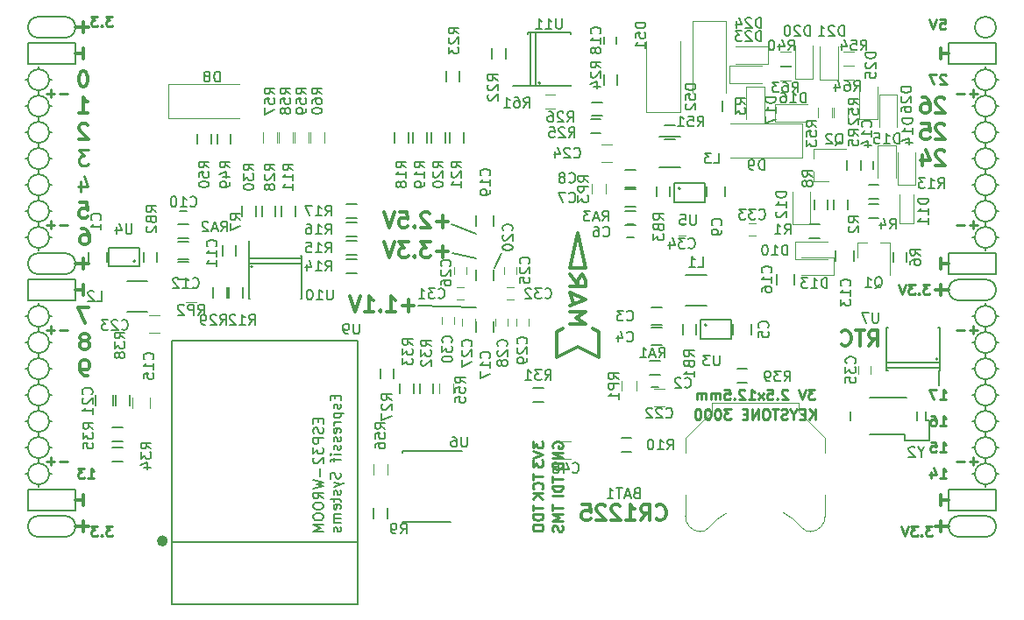
<source format=gbo>
G04 #@! TF.FileFunction,Legend,Bot*
%FSLAX46Y46*%
G04 Gerber Fmt 4.6, Leading zero omitted, Abs format (unit mm)*
G04 Created by KiCad (PCBNEW 4.0.7+dfsg1-1) date Sat Feb 17 11:48:04 2018*
%MOMM*%
%LPD*%
G01*
G04 APERTURE LIST*
%ADD10C,0.100000*%
%ADD11C,0.200000*%
%ADD12C,0.250000*%
%ADD13C,0.300000*%
%ADD14C,0.150000*%
%ADD15C,0.120000*%
%ADD16C,0.500000*%
G04 APERTURE END LIST*
D10*
D11*
X139439000Y-85931000D02*
X140074000Y-84534000D01*
X135248000Y-81740000D02*
X137661000Y-82629000D01*
X135375000Y-84534000D02*
X137661000Y-85042000D01*
X132073000Y-89614000D02*
X137661000Y-89741000D01*
D12*
X170323095Y-97702381D02*
X169704047Y-97702381D01*
X170037381Y-98083333D01*
X169894523Y-98083333D01*
X169799285Y-98130952D01*
X169751666Y-98178571D01*
X169704047Y-98273810D01*
X169704047Y-98511905D01*
X169751666Y-98607143D01*
X169799285Y-98654762D01*
X169894523Y-98702381D01*
X170180238Y-98702381D01*
X170275476Y-98654762D01*
X170323095Y-98607143D01*
X169418333Y-97702381D02*
X169085000Y-98702381D01*
X168751666Y-97702381D01*
X167704047Y-97797619D02*
X167656428Y-97750000D01*
X167561190Y-97702381D01*
X167323094Y-97702381D01*
X167227856Y-97750000D01*
X167180237Y-97797619D01*
X167132618Y-97892857D01*
X167132618Y-97988095D01*
X167180237Y-98130952D01*
X167751666Y-98702381D01*
X167132618Y-98702381D01*
X166704047Y-98607143D02*
X166656428Y-98654762D01*
X166704047Y-98702381D01*
X166751666Y-98654762D01*
X166704047Y-98607143D01*
X166704047Y-98702381D01*
X165751666Y-97702381D02*
X166227857Y-97702381D01*
X166275476Y-98178571D01*
X166227857Y-98130952D01*
X166132619Y-98083333D01*
X165894523Y-98083333D01*
X165799285Y-98130952D01*
X165751666Y-98178571D01*
X165704047Y-98273810D01*
X165704047Y-98511905D01*
X165751666Y-98607143D01*
X165799285Y-98654762D01*
X165894523Y-98702381D01*
X166132619Y-98702381D01*
X166227857Y-98654762D01*
X166275476Y-98607143D01*
X165370714Y-98702381D02*
X164846904Y-98035714D01*
X165370714Y-98035714D02*
X164846904Y-98702381D01*
X163942142Y-98702381D02*
X164513571Y-98702381D01*
X164227857Y-98702381D02*
X164227857Y-97702381D01*
X164323095Y-97845238D01*
X164418333Y-97940476D01*
X164513571Y-97988095D01*
X163561190Y-97797619D02*
X163513571Y-97750000D01*
X163418333Y-97702381D01*
X163180237Y-97702381D01*
X163084999Y-97750000D01*
X163037380Y-97797619D01*
X162989761Y-97892857D01*
X162989761Y-97988095D01*
X163037380Y-98130952D01*
X163608809Y-98702381D01*
X162989761Y-98702381D01*
X162561190Y-98607143D02*
X162513571Y-98654762D01*
X162561190Y-98702381D01*
X162608809Y-98654762D01*
X162561190Y-98607143D01*
X162561190Y-98702381D01*
X161608809Y-97702381D02*
X162085000Y-97702381D01*
X162132619Y-98178571D01*
X162085000Y-98130952D01*
X161989762Y-98083333D01*
X161751666Y-98083333D01*
X161656428Y-98130952D01*
X161608809Y-98178571D01*
X161561190Y-98273810D01*
X161561190Y-98511905D01*
X161608809Y-98607143D01*
X161656428Y-98654762D01*
X161751666Y-98702381D01*
X161989762Y-98702381D01*
X162085000Y-98654762D01*
X162132619Y-98607143D01*
X161132619Y-98702381D02*
X161132619Y-98035714D01*
X161132619Y-98130952D02*
X161085000Y-98083333D01*
X160989762Y-98035714D01*
X160846904Y-98035714D01*
X160751666Y-98083333D01*
X160704047Y-98178571D01*
X160704047Y-98702381D01*
X160704047Y-98178571D02*
X160656428Y-98083333D01*
X160561190Y-98035714D01*
X160418333Y-98035714D01*
X160323095Y-98083333D01*
X160275476Y-98178571D01*
X160275476Y-98702381D01*
X159799286Y-98702381D02*
X159799286Y-98035714D01*
X159799286Y-98130952D02*
X159751667Y-98083333D01*
X159656429Y-98035714D01*
X159513571Y-98035714D01*
X159418333Y-98083333D01*
X159370714Y-98178571D01*
X159370714Y-98702381D01*
X159370714Y-98178571D02*
X159323095Y-98083333D01*
X159227857Y-98035714D01*
X159085000Y-98035714D01*
X158989762Y-98083333D01*
X158942143Y-98178571D01*
X158942143Y-98702381D01*
D13*
X182492000Y-87582000D02*
X182492000Y-88598000D01*
X183254000Y-88090000D02*
X181984000Y-88090000D01*
X182492000Y-110442000D02*
X182492000Y-111458000D01*
X183254000Y-110950000D02*
X181984000Y-110950000D01*
X99688000Y-62182000D02*
X99688000Y-63198000D01*
X98926000Y-62690000D02*
X100196000Y-62690000D01*
X99688000Y-110442000D02*
X99688000Y-111458000D01*
X98926000Y-110950000D02*
X100196000Y-110950000D01*
X99688000Y-85042000D02*
X99688000Y-86058000D01*
X98926000Y-85550000D02*
X100196000Y-85550000D01*
D11*
X187826000Y-62690000D02*
G75*
G03X187826000Y-62690000I-1016000J0D01*
G01*
X184270000Y-87074000D02*
X186810000Y-87074000D01*
X184270000Y-89106000D02*
X186810000Y-89106000D01*
X184270000Y-87074000D02*
G75*
G03X184270000Y-89106000I0J-1016000D01*
G01*
X186810000Y-89106000D02*
G75*
G03X186810000Y-87074000I0J1016000D01*
G01*
X184270000Y-111966000D02*
X186810000Y-111966000D01*
X184270000Y-109934000D02*
X186810000Y-109934000D01*
X184270000Y-109934000D02*
G75*
G03X184270000Y-111966000I0J-1016000D01*
G01*
X186810000Y-111966000D02*
G75*
G03X186810000Y-109934000I0J1016000D01*
G01*
X97910000Y-63706000D02*
G75*
G03X97910000Y-61674000I0J1016000D01*
G01*
X95370000Y-61674000D02*
X97910000Y-61674000D01*
X95370000Y-63706000D02*
X97910000Y-63706000D01*
X95370000Y-61674000D02*
G75*
G03X95370000Y-63706000I0J-1016000D01*
G01*
X95370000Y-86566000D02*
X97910000Y-86566000D01*
X95370000Y-84534000D02*
X97910000Y-84534000D01*
X95370000Y-84534000D02*
G75*
G03X95370000Y-86566000I0J-1016000D01*
G01*
X97910000Y-86566000D02*
G75*
G03X97910000Y-84534000I0J1016000D01*
G01*
X95370000Y-111966000D02*
X97910000Y-111966000D01*
X95370000Y-109934000D02*
X97910000Y-109934000D01*
X95370000Y-109934000D02*
G75*
G03X95370000Y-111966000I0J-1016000D01*
G01*
X97910000Y-111966000D02*
G75*
G03X97910000Y-109934000I0J1016000D01*
G01*
X98926000Y-107394000D02*
X94354000Y-107394000D01*
X98926000Y-109426000D02*
X98926000Y-107394000D01*
X94354000Y-109426000D02*
X98926000Y-109426000D01*
X94354000Y-107394000D02*
X94354000Y-109426000D01*
X187826000Y-107394000D02*
X183254000Y-107394000D01*
X187826000Y-109426000D02*
X187826000Y-107394000D01*
X183254000Y-109426000D02*
X187826000Y-109426000D01*
X183254000Y-107394000D02*
X183254000Y-109426000D01*
X187826000Y-84534000D02*
X183254000Y-84534000D01*
X187826000Y-86566000D02*
X187826000Y-84534000D01*
X183254000Y-86566000D02*
X187826000Y-86566000D01*
X183254000Y-84534000D02*
X183254000Y-86566000D01*
X187826000Y-64214000D02*
X183254000Y-64214000D01*
X187826000Y-66246000D02*
X187826000Y-64214000D01*
X183254000Y-66246000D02*
X187826000Y-66246000D01*
X183254000Y-64214000D02*
X183254000Y-66246000D01*
X98926000Y-64214000D02*
X94354000Y-64214000D01*
X98926000Y-66246000D02*
X98926000Y-64214000D01*
X94354000Y-66246000D02*
X98926000Y-66246000D01*
X94354000Y-64214000D02*
X94354000Y-66246000D01*
X98926000Y-87074000D02*
X94354000Y-87074000D01*
X98926000Y-89106000D02*
X98926000Y-87074000D01*
X94354000Y-89106000D02*
X98926000Y-89106000D01*
X94354000Y-87074000D02*
X94354000Y-89106000D01*
D13*
X182872857Y-74711429D02*
X182801428Y-74640000D01*
X182658571Y-74568571D01*
X182301428Y-74568571D01*
X182158571Y-74640000D01*
X182087142Y-74711429D01*
X182015714Y-74854286D01*
X182015714Y-74997143D01*
X182087142Y-75211429D01*
X182944285Y-76068571D01*
X182015714Y-76068571D01*
X180730000Y-75068571D02*
X180730000Y-76068571D01*
X181087143Y-74497143D02*
X181444286Y-75568571D01*
X180515714Y-75568571D01*
X182872857Y-72171429D02*
X182801428Y-72100000D01*
X182658571Y-72028571D01*
X182301428Y-72028571D01*
X182158571Y-72100000D01*
X182087142Y-72171429D01*
X182015714Y-72314286D01*
X182015714Y-72457143D01*
X182087142Y-72671429D01*
X182944285Y-73528571D01*
X182015714Y-73528571D01*
X180658571Y-72028571D02*
X181372857Y-72028571D01*
X181444286Y-72742857D01*
X181372857Y-72671429D01*
X181230000Y-72600000D01*
X180872857Y-72600000D01*
X180730000Y-72671429D01*
X180658571Y-72742857D01*
X180587143Y-72885714D01*
X180587143Y-73242857D01*
X180658571Y-73385714D01*
X180730000Y-73457143D01*
X180872857Y-73528571D01*
X181230000Y-73528571D01*
X181372857Y-73457143D01*
X181444286Y-73385714D01*
D12*
X186032000Y-91971429D02*
X185270095Y-91971429D01*
X185651047Y-92352381D02*
X185651047Y-91590476D01*
X184793905Y-91971429D02*
X184032000Y-91971429D01*
X186032000Y-69111429D02*
X185270095Y-69111429D01*
X185651047Y-69492381D02*
X185651047Y-68730476D01*
X184793905Y-69111429D02*
X184032000Y-69111429D01*
X186032000Y-81811429D02*
X185270095Y-81811429D01*
X185651047Y-82192381D02*
X185651047Y-81430476D01*
X184793905Y-81811429D02*
X184032000Y-81811429D01*
X186032000Y-104671429D02*
X185270095Y-104671429D01*
X185651047Y-105052381D02*
X185651047Y-104290476D01*
X184793905Y-104671429D02*
X184032000Y-104671429D01*
X98148000Y-104671429D02*
X97386095Y-104671429D01*
X96909905Y-104671429D02*
X96148000Y-104671429D01*
X96528952Y-105052381D02*
X96528952Y-104290476D01*
X98148000Y-91971429D02*
X97386095Y-91971429D01*
X96909905Y-91971429D02*
X96148000Y-91971429D01*
X96528952Y-92352381D02*
X96528952Y-91590476D01*
X98148000Y-81811429D02*
X97386095Y-81811429D01*
X96909905Y-81811429D02*
X96148000Y-81811429D01*
X96528952Y-82192381D02*
X96528952Y-81430476D01*
X98148000Y-69111429D02*
X97386095Y-69111429D01*
X96909905Y-69111429D02*
X96148000Y-69111429D01*
X96528952Y-69492381D02*
X96528952Y-68730476D01*
D13*
X182492000Y-107902000D02*
X182492000Y-108918000D01*
X183254000Y-108410000D02*
X182492000Y-108410000D01*
D11*
X95370000Y-96726000D02*
X95370000Y-97234000D01*
X96386000Y-95710000D02*
X96640000Y-95710000D01*
X94354000Y-95710000D02*
X94100000Y-95710000D01*
X187826000Y-98250000D02*
X188080000Y-98250000D01*
X187826000Y-83010000D02*
X188080000Y-83010000D01*
X95370000Y-107140000D02*
X95370000Y-106886000D01*
X96386000Y-105870000D02*
X96640000Y-105870000D01*
X94354000Y-105870000D02*
X94100000Y-105870000D01*
X94354000Y-103330000D02*
X94100000Y-103330000D01*
X95370000Y-104346000D02*
X95370000Y-104854000D01*
X96386000Y-103330000D02*
X96640000Y-103330000D01*
X94354000Y-100790000D02*
X94100000Y-100790000D01*
X95370000Y-102314000D02*
X95370000Y-101806000D01*
X96386000Y-100790000D02*
X96640000Y-100790000D01*
X95370000Y-99266000D02*
X95370000Y-99774000D01*
X94354000Y-98250000D02*
X94100000Y-98250000D01*
X96386000Y-98250000D02*
X96640000Y-98250000D01*
X95370000Y-94186000D02*
X95370000Y-94694000D01*
X96386000Y-93170000D02*
X96640000Y-93170000D01*
X94354000Y-93170000D02*
X94100000Y-93170000D01*
X94354000Y-90630000D02*
X94100000Y-90630000D01*
X95370000Y-91646000D02*
X95370000Y-92154000D01*
X96640000Y-90630000D02*
X96386000Y-90630000D01*
X95370000Y-89360000D02*
X95370000Y-89614000D01*
X94354000Y-83010000D02*
X94100000Y-83010000D01*
X95370000Y-84280000D02*
X95370000Y-84026000D01*
X96386000Y-83010000D02*
X96640000Y-83010000D01*
X95370000Y-81486000D02*
X95370000Y-81994000D01*
X94354000Y-80470000D02*
X94100000Y-80470000D01*
X96640000Y-80470000D02*
X96386000Y-80470000D01*
X95370000Y-78946000D02*
X95370000Y-79454000D01*
X96386000Y-77930000D02*
X96640000Y-77930000D01*
X94354000Y-77930000D02*
X94100000Y-77930000D01*
X95370000Y-76406000D02*
X95370000Y-76914000D01*
X94354000Y-75390000D02*
X94100000Y-75390000D01*
X96386000Y-75390000D02*
X96640000Y-75390000D01*
X95370000Y-73866000D02*
X95370000Y-74374000D01*
X96386000Y-72850000D02*
X96640000Y-72850000D01*
X94100000Y-72850000D02*
X94354000Y-72850000D01*
X94354000Y-70310000D02*
X94100000Y-70310000D01*
X96640000Y-70310000D02*
X96386000Y-70310000D01*
X95370000Y-71326000D02*
X95370000Y-71834000D01*
X95370000Y-68786000D02*
X95370000Y-69294000D01*
X96386000Y-67770000D02*
X96640000Y-67770000D01*
X94354000Y-67770000D02*
X94100000Y-67770000D01*
X95370000Y-66500000D02*
X95370000Y-66754000D01*
X187826000Y-105870000D02*
X188080000Y-105870000D01*
X186810000Y-107140000D02*
X186810000Y-106886000D01*
X185540000Y-105870000D02*
X185794000Y-105870000D01*
X186810000Y-104346000D02*
X186810000Y-104854000D01*
X187826000Y-103330000D02*
X188080000Y-103330000D01*
X185540000Y-103330000D02*
X185794000Y-103330000D01*
X186810000Y-101806000D02*
X186810000Y-102314000D01*
X187826000Y-100790000D02*
X188080000Y-100790000D01*
X185540000Y-100790000D02*
X185794000Y-100790000D01*
X186810000Y-99266000D02*
X186810000Y-99774000D01*
X185540000Y-98250000D02*
X185794000Y-98250000D01*
X186810000Y-97234000D02*
X186810000Y-96726000D01*
X187826000Y-95710000D02*
X188080000Y-95710000D01*
X185540000Y-95710000D02*
X185794000Y-95710000D01*
X186810000Y-94694000D02*
X186810000Y-94186000D01*
X187826000Y-93170000D02*
X188080000Y-93170000D01*
X185540000Y-93170000D02*
X185794000Y-93170000D01*
X186810000Y-92154000D02*
X186810000Y-91646000D01*
X187826000Y-90630000D02*
X188080000Y-90630000D01*
X185540000Y-90630000D02*
X185794000Y-90630000D01*
X186810000Y-89360000D02*
X186810000Y-89614000D01*
X186810000Y-84280000D02*
X186810000Y-84026000D01*
X185540000Y-83010000D02*
X185794000Y-83010000D01*
X186810000Y-81994000D02*
X186810000Y-81486000D01*
X185794000Y-80470000D02*
X185540000Y-80470000D01*
X187826000Y-80470000D02*
X188080000Y-80470000D01*
X186810000Y-78946000D02*
X186810000Y-79454000D01*
X185794000Y-77930000D02*
X185540000Y-77930000D01*
X187826000Y-77930000D02*
X188080000Y-77930000D01*
X186810000Y-76406000D02*
X186810000Y-76914000D01*
X186810000Y-73866000D02*
X186810000Y-74374000D01*
X185794000Y-75390000D02*
X185540000Y-75390000D01*
X187826000Y-75390000D02*
X188080000Y-75390000D01*
X187826000Y-72850000D02*
X188080000Y-72850000D01*
X185540000Y-72850000D02*
X185794000Y-72850000D01*
X186810000Y-71834000D02*
X186810000Y-71326000D01*
X187826000Y-70310000D02*
X188080000Y-70310000D01*
X185540000Y-70310000D02*
X185794000Y-70310000D01*
X187826000Y-67770000D02*
X188080000Y-67770000D01*
X186810000Y-68786000D02*
X186810000Y-69294000D01*
X185540000Y-67770000D02*
X185794000Y-67770000D01*
X186810000Y-66500000D02*
X186810000Y-66754000D01*
X187826000Y-67770000D02*
G75*
G03X187826000Y-67770000I-1016000J0D01*
G01*
X187826000Y-70310000D02*
G75*
G03X187826000Y-70310000I-1016000J0D01*
G01*
X187826000Y-72850000D02*
G75*
G03X187826000Y-72850000I-1016000J0D01*
G01*
X187826000Y-75390000D02*
G75*
G03X187826000Y-75390000I-1016000J0D01*
G01*
X187826000Y-77930000D02*
G75*
G03X187826000Y-77930000I-1016000J0D01*
G01*
X187826000Y-80470000D02*
G75*
G03X187826000Y-80470000I-1016000J0D01*
G01*
X187826000Y-83010000D02*
G75*
G03X187826000Y-83010000I-1016000J0D01*
G01*
X187826000Y-90630000D02*
G75*
G03X187826000Y-90630000I-1016000J0D01*
G01*
X187826000Y-93170000D02*
G75*
G03X187826000Y-93170000I-1016000J0D01*
G01*
X187826000Y-95710000D02*
G75*
G03X187826000Y-95710000I-1016000J0D01*
G01*
X187826000Y-98250000D02*
G75*
G03X187826000Y-98250000I-1016000J0D01*
G01*
X187826000Y-100790000D02*
G75*
G03X187826000Y-100790000I-1016000J0D01*
G01*
X187826000Y-103330000D02*
G75*
G03X187826000Y-103330000I-1016000J0D01*
G01*
X187826000Y-105870000D02*
G75*
G03X187826000Y-105870000I-1016000J0D01*
G01*
X96386000Y-105870000D02*
G75*
G03X96386000Y-105870000I-1016000J0D01*
G01*
X96386000Y-103330000D02*
G75*
G03X96386000Y-103330000I-1016000J0D01*
G01*
X96386000Y-100790000D02*
G75*
G03X96386000Y-100790000I-1016000J0D01*
G01*
X96386000Y-98250000D02*
G75*
G03X96386000Y-98250000I-1016000J0D01*
G01*
X96386000Y-95710000D02*
G75*
G03X96386000Y-95710000I-1016000J0D01*
G01*
X96386000Y-93170000D02*
G75*
G03X96386000Y-93170000I-1016000J0D01*
G01*
X96386000Y-90630000D02*
G75*
G03X96386000Y-90630000I-1016000J0D01*
G01*
X96386000Y-83010000D02*
G75*
G03X96386000Y-83010000I-1016000J0D01*
G01*
X96386000Y-80470000D02*
G75*
G03X96386000Y-80470000I-1016000J0D01*
G01*
X96386000Y-77930000D02*
G75*
G03X96386000Y-77930000I-1016000J0D01*
G01*
X96386000Y-75390000D02*
G75*
G03X96386000Y-75390000I-1016000J0D01*
G01*
X96386000Y-72850000D02*
G75*
G03X96386000Y-72850000I-1016000J0D01*
G01*
X96386000Y-70310000D02*
G75*
G03X96386000Y-70310000I-1016000J0D01*
G01*
X96386000Y-67770000D02*
G75*
G03X96386000Y-67770000I-1016000J0D01*
G01*
D12*
X182428476Y-61888381D02*
X182904667Y-61888381D01*
X182952286Y-62364571D01*
X182904667Y-62316952D01*
X182809429Y-62269333D01*
X182571333Y-62269333D01*
X182476095Y-62316952D01*
X182428476Y-62364571D01*
X182380857Y-62459810D01*
X182380857Y-62697905D01*
X182428476Y-62793143D01*
X182476095Y-62840762D01*
X182571333Y-62888381D01*
X182809429Y-62888381D01*
X182904667Y-62840762D01*
X182952286Y-62793143D01*
X182095143Y-61888381D02*
X181761810Y-62888381D01*
X181428476Y-61888381D01*
D13*
X182492000Y-64722000D02*
X182492000Y-65738000D01*
X183254000Y-65230000D02*
X182492000Y-65230000D01*
D12*
X182999905Y-67317619D02*
X182952286Y-67270000D01*
X182857048Y-67222381D01*
X182618952Y-67222381D01*
X182523714Y-67270000D01*
X182476095Y-67317619D01*
X182428476Y-67412857D01*
X182428476Y-67508095D01*
X182476095Y-67650952D01*
X183047524Y-68222381D01*
X182428476Y-68222381D01*
X182095143Y-67222381D02*
X181428476Y-67222381D01*
X181857048Y-68222381D01*
D13*
X182872857Y-69631429D02*
X182801428Y-69560000D01*
X182658571Y-69488571D01*
X182301428Y-69488571D01*
X182158571Y-69560000D01*
X182087142Y-69631429D01*
X182015714Y-69774286D01*
X182015714Y-69917143D01*
X182087142Y-70131429D01*
X182944285Y-70988571D01*
X182015714Y-70988571D01*
X180730000Y-69488571D02*
X181015714Y-69488571D01*
X181158571Y-69560000D01*
X181230000Y-69631429D01*
X181372857Y-69845714D01*
X181444286Y-70131429D01*
X181444286Y-70702857D01*
X181372857Y-70845714D01*
X181301429Y-70917143D01*
X181158571Y-70988571D01*
X180872857Y-70988571D01*
X180730000Y-70917143D01*
X180658571Y-70845714D01*
X180587143Y-70702857D01*
X180587143Y-70345714D01*
X180658571Y-70202857D01*
X180730000Y-70131429D01*
X180872857Y-70060000D01*
X181158571Y-70060000D01*
X181301429Y-70131429D01*
X181372857Y-70202857D01*
X181444286Y-70345714D01*
X182492000Y-85042000D02*
X182492000Y-86058000D01*
X183254000Y-85550000D02*
X182492000Y-85550000D01*
D12*
X181428190Y-87542381D02*
X180809142Y-87542381D01*
X181142476Y-87923333D01*
X180999618Y-87923333D01*
X180904380Y-87970952D01*
X180856761Y-88018571D01*
X180809142Y-88113810D01*
X180809142Y-88351905D01*
X180856761Y-88447143D01*
X180904380Y-88494762D01*
X180999618Y-88542381D01*
X181285333Y-88542381D01*
X181380571Y-88494762D01*
X181428190Y-88447143D01*
X180380571Y-88447143D02*
X180332952Y-88494762D01*
X180380571Y-88542381D01*
X180428190Y-88494762D01*
X180380571Y-88447143D01*
X180380571Y-88542381D01*
X179999619Y-87542381D02*
X179380571Y-87542381D01*
X179713905Y-87923333D01*
X179571047Y-87923333D01*
X179475809Y-87970952D01*
X179428190Y-88018571D01*
X179380571Y-88113810D01*
X179380571Y-88351905D01*
X179428190Y-88447143D01*
X179475809Y-88494762D01*
X179571047Y-88542381D01*
X179856762Y-88542381D01*
X179952000Y-88494762D01*
X179999619Y-88447143D01*
X179094857Y-87542381D02*
X178761524Y-88542381D01*
X178428190Y-87542381D01*
X182428476Y-98702381D02*
X182999905Y-98702381D01*
X182714191Y-98702381D02*
X182714191Y-97702381D01*
X182809429Y-97845238D01*
X182904667Y-97940476D01*
X182999905Y-97988095D01*
X182095143Y-97702381D02*
X181428476Y-97702381D01*
X181857048Y-98702381D01*
X182428476Y-101242381D02*
X182999905Y-101242381D01*
X182714191Y-101242381D02*
X182714191Y-100242381D01*
X182809429Y-100385238D01*
X182904667Y-100480476D01*
X182999905Y-100528095D01*
X181571333Y-100242381D02*
X181761810Y-100242381D01*
X181857048Y-100290000D01*
X181904667Y-100337619D01*
X181999905Y-100480476D01*
X182047524Y-100670952D01*
X182047524Y-101051905D01*
X181999905Y-101147143D01*
X181952286Y-101194762D01*
X181857048Y-101242381D01*
X181666571Y-101242381D01*
X181571333Y-101194762D01*
X181523714Y-101147143D01*
X181476095Y-101051905D01*
X181476095Y-100813810D01*
X181523714Y-100718571D01*
X181571333Y-100670952D01*
X181666571Y-100623333D01*
X181857048Y-100623333D01*
X181952286Y-100670952D01*
X181999905Y-100718571D01*
X182047524Y-100813810D01*
X182428476Y-103782381D02*
X182999905Y-103782381D01*
X182714191Y-103782381D02*
X182714191Y-102782381D01*
X182809429Y-102925238D01*
X182904667Y-103020476D01*
X182999905Y-103068095D01*
X181523714Y-102782381D02*
X181999905Y-102782381D01*
X182047524Y-103258571D01*
X181999905Y-103210952D01*
X181904667Y-103163333D01*
X181666571Y-103163333D01*
X181571333Y-103210952D01*
X181523714Y-103258571D01*
X181476095Y-103353810D01*
X181476095Y-103591905D01*
X181523714Y-103687143D01*
X181571333Y-103734762D01*
X181666571Y-103782381D01*
X181904667Y-103782381D01*
X181999905Y-103734762D01*
X182047524Y-103687143D01*
X182428476Y-106322381D02*
X182999905Y-106322381D01*
X182714191Y-106322381D02*
X182714191Y-105322381D01*
X182809429Y-105465238D01*
X182904667Y-105560476D01*
X182999905Y-105608095D01*
X181571333Y-105655714D02*
X181571333Y-106322381D01*
X181809429Y-105274762D02*
X182047524Y-105989048D01*
X181428476Y-105989048D01*
X181682190Y-110910381D02*
X181063142Y-110910381D01*
X181396476Y-111291333D01*
X181253618Y-111291333D01*
X181158380Y-111338952D01*
X181110761Y-111386571D01*
X181063142Y-111481810D01*
X181063142Y-111719905D01*
X181110761Y-111815143D01*
X181158380Y-111862762D01*
X181253618Y-111910381D01*
X181539333Y-111910381D01*
X181634571Y-111862762D01*
X181682190Y-111815143D01*
X180634571Y-111815143D02*
X180586952Y-111862762D01*
X180634571Y-111910381D01*
X180682190Y-111862762D01*
X180634571Y-111815143D01*
X180634571Y-111910381D01*
X180253619Y-110910381D02*
X179634571Y-110910381D01*
X179967905Y-111291333D01*
X179825047Y-111291333D01*
X179729809Y-111338952D01*
X179682190Y-111386571D01*
X179634571Y-111481810D01*
X179634571Y-111719905D01*
X179682190Y-111815143D01*
X179729809Y-111862762D01*
X179825047Y-111910381D01*
X180110762Y-111910381D01*
X180206000Y-111862762D01*
X180253619Y-111815143D01*
X179348857Y-110910381D02*
X179015524Y-111910381D01*
X178682190Y-110910381D01*
D13*
X99688000Y-108918000D02*
X99688000Y-107902000D01*
X98926000Y-108410000D02*
X99688000Y-108410000D01*
X99688000Y-88598000D02*
X99688000Y-87582000D01*
X98926000Y-88090000D02*
X99688000Y-88090000D01*
X99688000Y-64722000D02*
X99688000Y-65738000D01*
X98926000Y-65230000D02*
X99688000Y-65230000D01*
D12*
X102513619Y-110910381D02*
X101894571Y-110910381D01*
X102227905Y-111291333D01*
X102085047Y-111291333D01*
X101989809Y-111338952D01*
X101942190Y-111386571D01*
X101894571Y-111481810D01*
X101894571Y-111719905D01*
X101942190Y-111815143D01*
X101989809Y-111862762D01*
X102085047Y-111910381D01*
X102370762Y-111910381D01*
X102466000Y-111862762D01*
X102513619Y-111815143D01*
X101466000Y-111815143D02*
X101418381Y-111862762D01*
X101466000Y-111910381D01*
X101513619Y-111862762D01*
X101466000Y-111815143D01*
X101466000Y-111910381D01*
X101085048Y-110910381D02*
X100466000Y-110910381D01*
X100799334Y-111291333D01*
X100656476Y-111291333D01*
X100561238Y-111338952D01*
X100513619Y-111386571D01*
X100466000Y-111481810D01*
X100466000Y-111719905D01*
X100513619Y-111815143D01*
X100561238Y-111862762D01*
X100656476Y-111910381D01*
X100942191Y-111910381D01*
X101037429Y-111862762D01*
X101085048Y-111815143D01*
X100132476Y-106322381D02*
X100703905Y-106322381D01*
X100418191Y-106322381D02*
X100418191Y-105322381D01*
X100513429Y-105465238D01*
X100608667Y-105560476D01*
X100703905Y-105608095D01*
X99799143Y-105322381D02*
X99180095Y-105322381D01*
X99513429Y-105703333D01*
X99370571Y-105703333D01*
X99275333Y-105750952D01*
X99227714Y-105798571D01*
X99180095Y-105893810D01*
X99180095Y-106131905D01*
X99227714Y-106227143D01*
X99275333Y-106274762D01*
X99370571Y-106322381D01*
X99656286Y-106322381D01*
X99751524Y-106274762D01*
X99799143Y-106227143D01*
D13*
X100100714Y-96388571D02*
X99814999Y-96388571D01*
X99672142Y-96317143D01*
X99600714Y-96245714D01*
X99457856Y-96031429D01*
X99386428Y-95745714D01*
X99386428Y-95174286D01*
X99457856Y-95031429D01*
X99529285Y-94960000D01*
X99672142Y-94888571D01*
X99957856Y-94888571D01*
X100100714Y-94960000D01*
X100172142Y-95031429D01*
X100243571Y-95174286D01*
X100243571Y-95531429D01*
X100172142Y-95674286D01*
X100100714Y-95745714D01*
X99957856Y-95817143D01*
X99672142Y-95817143D01*
X99529285Y-95745714D01*
X99457856Y-95674286D01*
X99386428Y-95531429D01*
X99957856Y-92991429D02*
X100100714Y-92920000D01*
X100172142Y-92848571D01*
X100243571Y-92705714D01*
X100243571Y-92634286D01*
X100172142Y-92491429D01*
X100100714Y-92420000D01*
X99957856Y-92348571D01*
X99672142Y-92348571D01*
X99529285Y-92420000D01*
X99457856Y-92491429D01*
X99386428Y-92634286D01*
X99386428Y-92705714D01*
X99457856Y-92848571D01*
X99529285Y-92920000D01*
X99672142Y-92991429D01*
X99957856Y-92991429D01*
X100100714Y-93062857D01*
X100172142Y-93134286D01*
X100243571Y-93277143D01*
X100243571Y-93562857D01*
X100172142Y-93705714D01*
X100100714Y-93777143D01*
X99957856Y-93848571D01*
X99672142Y-93848571D01*
X99529285Y-93777143D01*
X99457856Y-93705714D01*
X99386428Y-93562857D01*
X99386428Y-93277143D01*
X99457856Y-93134286D01*
X99529285Y-93062857D01*
X99672142Y-92991429D01*
X100187999Y-89808571D02*
X99187999Y-89808571D01*
X99830856Y-91308571D01*
X99529285Y-82188571D02*
X99814999Y-82188571D01*
X99957856Y-82260000D01*
X100029285Y-82331429D01*
X100172142Y-82545714D01*
X100243571Y-82831429D01*
X100243571Y-83402857D01*
X100172142Y-83545714D01*
X100100714Y-83617143D01*
X99957856Y-83688571D01*
X99672142Y-83688571D01*
X99529285Y-83617143D01*
X99457856Y-83545714D01*
X99386428Y-83402857D01*
X99386428Y-83045714D01*
X99457856Y-82902857D01*
X99529285Y-82831429D01*
X99672142Y-82760000D01*
X99957856Y-82760000D01*
X100100714Y-82831429D01*
X100172142Y-82902857D01*
X100243571Y-83045714D01*
X99330856Y-79648571D02*
X100045142Y-79648571D01*
X100116571Y-80362857D01*
X100045142Y-80291429D01*
X99902285Y-80220000D01*
X99545142Y-80220000D01*
X99402285Y-80291429D01*
X99330856Y-80362857D01*
X99259428Y-80505714D01*
X99259428Y-80862857D01*
X99330856Y-81005714D01*
X99402285Y-81077143D01*
X99545142Y-81148571D01*
X99902285Y-81148571D01*
X100045142Y-81077143D01*
X100116571Y-81005714D01*
D12*
X99402285Y-77608571D02*
X99402285Y-78608571D01*
X99759428Y-77037143D02*
X100116571Y-78108571D01*
X99187999Y-78108571D01*
X100187999Y-74568571D02*
X99259428Y-74568571D01*
X99759428Y-75140000D01*
X99545142Y-75140000D01*
X99402285Y-75211429D01*
X99330856Y-75282857D01*
X99259428Y-75425714D01*
X99259428Y-75782857D01*
X99330856Y-75925714D01*
X99402285Y-75997143D01*
X99545142Y-76068571D01*
X99973714Y-76068571D01*
X100116571Y-75997143D01*
X100187999Y-75925714D01*
D13*
X100116571Y-72171429D02*
X100045142Y-72100000D01*
X99902285Y-72028571D01*
X99545142Y-72028571D01*
X99402285Y-72100000D01*
X99330856Y-72171429D01*
X99259428Y-72314286D01*
X99259428Y-72457143D01*
X99330856Y-72671429D01*
X100187999Y-73528571D01*
X99259428Y-73528571D01*
X99259428Y-70988571D02*
X100116571Y-70988571D01*
X99687999Y-70988571D02*
X99687999Y-69488571D01*
X99830856Y-69702857D01*
X99973714Y-69845714D01*
X100116571Y-69917143D01*
X99759428Y-66948571D02*
X99616571Y-66948571D01*
X99473714Y-67020000D01*
X99402285Y-67091429D01*
X99330856Y-67234286D01*
X99259428Y-67520000D01*
X99259428Y-67877143D01*
X99330856Y-68162857D01*
X99402285Y-68305714D01*
X99473714Y-68377143D01*
X99616571Y-68448571D01*
X99759428Y-68448571D01*
X99902285Y-68377143D01*
X99973714Y-68305714D01*
X100045142Y-68162857D01*
X100116571Y-67877143D01*
X100116571Y-67520000D01*
X100045142Y-67234286D01*
X99973714Y-67091429D01*
X99902285Y-67020000D01*
X99759428Y-66948571D01*
D12*
X102513619Y-61634381D02*
X101894571Y-61634381D01*
X102227905Y-62015333D01*
X102085047Y-62015333D01*
X101989809Y-62062952D01*
X101942190Y-62110571D01*
X101894571Y-62205810D01*
X101894571Y-62443905D01*
X101942190Y-62539143D01*
X101989809Y-62586762D01*
X102085047Y-62634381D01*
X102370762Y-62634381D01*
X102466000Y-62586762D01*
X102513619Y-62539143D01*
X101466000Y-62539143D02*
X101418381Y-62586762D01*
X101466000Y-62634381D01*
X101513619Y-62586762D01*
X101466000Y-62539143D01*
X101466000Y-62634381D01*
X101085048Y-61634381D02*
X100466000Y-61634381D01*
X100799334Y-62015333D01*
X100656476Y-62015333D01*
X100561238Y-62062952D01*
X100513619Y-62110571D01*
X100466000Y-62205810D01*
X100466000Y-62443905D01*
X100513619Y-62539143D01*
X100561238Y-62586762D01*
X100656476Y-62634381D01*
X100942191Y-62634381D01*
X101037429Y-62586762D01*
X101085048Y-62539143D01*
X170370715Y-100607381D02*
X170370715Y-99607381D01*
X169799286Y-100607381D02*
X170227858Y-100035952D01*
X169799286Y-99607381D02*
X170370715Y-100178810D01*
X169370715Y-100083571D02*
X169037381Y-100083571D01*
X168894524Y-100607381D02*
X169370715Y-100607381D01*
X169370715Y-99607381D01*
X168894524Y-99607381D01*
X168275477Y-100131190D02*
X168275477Y-100607381D01*
X168608810Y-99607381D02*
X168275477Y-100131190D01*
X167942143Y-99607381D01*
X167656429Y-100559762D02*
X167513572Y-100607381D01*
X167275476Y-100607381D01*
X167180238Y-100559762D01*
X167132619Y-100512143D01*
X167085000Y-100416905D01*
X167085000Y-100321667D01*
X167132619Y-100226429D01*
X167180238Y-100178810D01*
X167275476Y-100131190D01*
X167465953Y-100083571D01*
X167561191Y-100035952D01*
X167608810Y-99988333D01*
X167656429Y-99893095D01*
X167656429Y-99797857D01*
X167608810Y-99702619D01*
X167561191Y-99655000D01*
X167465953Y-99607381D01*
X167227857Y-99607381D01*
X167085000Y-99655000D01*
X166799286Y-99607381D02*
X166227857Y-99607381D01*
X166513572Y-100607381D02*
X166513572Y-99607381D01*
X165704048Y-99607381D02*
X165513571Y-99607381D01*
X165418333Y-99655000D01*
X165323095Y-99750238D01*
X165275476Y-99940714D01*
X165275476Y-100274048D01*
X165323095Y-100464524D01*
X165418333Y-100559762D01*
X165513571Y-100607381D01*
X165704048Y-100607381D01*
X165799286Y-100559762D01*
X165894524Y-100464524D01*
X165942143Y-100274048D01*
X165942143Y-99940714D01*
X165894524Y-99750238D01*
X165799286Y-99655000D01*
X165704048Y-99607381D01*
X164846905Y-100607381D02*
X164846905Y-99607381D01*
X164275476Y-100607381D01*
X164275476Y-99607381D01*
X163799286Y-100083571D02*
X163465952Y-100083571D01*
X163323095Y-100607381D02*
X163799286Y-100607381D01*
X163799286Y-99607381D01*
X163323095Y-99607381D01*
X162227857Y-99607381D02*
X161608809Y-99607381D01*
X161942143Y-99988333D01*
X161799285Y-99988333D01*
X161704047Y-100035952D01*
X161656428Y-100083571D01*
X161608809Y-100178810D01*
X161608809Y-100416905D01*
X161656428Y-100512143D01*
X161704047Y-100559762D01*
X161799285Y-100607381D01*
X162085000Y-100607381D01*
X162180238Y-100559762D01*
X162227857Y-100512143D01*
X160989762Y-99607381D02*
X160894523Y-99607381D01*
X160799285Y-99655000D01*
X160751666Y-99702619D01*
X160704047Y-99797857D01*
X160656428Y-99988333D01*
X160656428Y-100226429D01*
X160704047Y-100416905D01*
X160751666Y-100512143D01*
X160799285Y-100559762D01*
X160894523Y-100607381D01*
X160989762Y-100607381D01*
X161085000Y-100559762D01*
X161132619Y-100512143D01*
X161180238Y-100416905D01*
X161227857Y-100226429D01*
X161227857Y-99988333D01*
X161180238Y-99797857D01*
X161132619Y-99702619D01*
X161085000Y-99655000D01*
X160989762Y-99607381D01*
X160037381Y-99607381D02*
X159942142Y-99607381D01*
X159846904Y-99655000D01*
X159799285Y-99702619D01*
X159751666Y-99797857D01*
X159704047Y-99988333D01*
X159704047Y-100226429D01*
X159751666Y-100416905D01*
X159799285Y-100512143D01*
X159846904Y-100559762D01*
X159942142Y-100607381D01*
X160037381Y-100607381D01*
X160132619Y-100559762D01*
X160180238Y-100512143D01*
X160227857Y-100416905D01*
X160275476Y-100226429D01*
X160275476Y-99988333D01*
X160227857Y-99797857D01*
X160180238Y-99702619D01*
X160132619Y-99655000D01*
X160037381Y-99607381D01*
X159085000Y-99607381D02*
X158989761Y-99607381D01*
X158894523Y-99655000D01*
X158846904Y-99702619D01*
X158799285Y-99797857D01*
X158751666Y-99988333D01*
X158751666Y-100226429D01*
X158799285Y-100416905D01*
X158846904Y-100512143D01*
X158894523Y-100559762D01*
X158989761Y-100607381D01*
X159085000Y-100607381D01*
X159180238Y-100559762D01*
X159227857Y-100512143D01*
X159275476Y-100416905D01*
X159323095Y-100226429D01*
X159323095Y-99988333D01*
X159275476Y-99797857D01*
X159227857Y-99702619D01*
X159180238Y-99655000D01*
X159085000Y-99607381D01*
D13*
X155027856Y-110215714D02*
X155099285Y-110287143D01*
X155313571Y-110358571D01*
X155456428Y-110358571D01*
X155670713Y-110287143D01*
X155813571Y-110144286D01*
X155884999Y-110001429D01*
X155956428Y-109715714D01*
X155956428Y-109501429D01*
X155884999Y-109215714D01*
X155813571Y-109072857D01*
X155670713Y-108930000D01*
X155456428Y-108858571D01*
X155313571Y-108858571D01*
X155099285Y-108930000D01*
X155027856Y-109001429D01*
X153527856Y-110358571D02*
X154027856Y-109644286D01*
X154384999Y-110358571D02*
X154384999Y-108858571D01*
X153813571Y-108858571D01*
X153670713Y-108930000D01*
X153599285Y-109001429D01*
X153527856Y-109144286D01*
X153527856Y-109358571D01*
X153599285Y-109501429D01*
X153670713Y-109572857D01*
X153813571Y-109644286D01*
X154384999Y-109644286D01*
X152099285Y-110358571D02*
X152956428Y-110358571D01*
X152527856Y-110358571D02*
X152527856Y-108858571D01*
X152670713Y-109072857D01*
X152813571Y-109215714D01*
X152956428Y-109287143D01*
X151527857Y-109001429D02*
X151456428Y-108930000D01*
X151313571Y-108858571D01*
X150956428Y-108858571D01*
X150813571Y-108930000D01*
X150742142Y-109001429D01*
X150670714Y-109144286D01*
X150670714Y-109287143D01*
X150742142Y-109501429D01*
X151599285Y-110358571D01*
X150670714Y-110358571D01*
X150099286Y-109001429D02*
X150027857Y-108930000D01*
X149885000Y-108858571D01*
X149527857Y-108858571D01*
X149385000Y-108930000D01*
X149313571Y-109001429D01*
X149242143Y-109144286D01*
X149242143Y-109287143D01*
X149313571Y-109501429D01*
X150170714Y-110358571D01*
X149242143Y-110358571D01*
X147885000Y-108858571D02*
X148599286Y-108858571D01*
X148670715Y-109572857D01*
X148599286Y-109501429D01*
X148456429Y-109430000D01*
X148099286Y-109430000D01*
X147956429Y-109501429D01*
X147885000Y-109572857D01*
X147813572Y-109715714D01*
X147813572Y-110072857D01*
X147885000Y-110215714D01*
X147956429Y-110287143D01*
X148099286Y-110358571D01*
X148456429Y-110358571D01*
X148599286Y-110287143D01*
X148670715Y-110215714D01*
X134945999Y-81466143D02*
X133803142Y-81466143D01*
X134374571Y-82037571D02*
X134374571Y-80894714D01*
X133160285Y-80680429D02*
X133088856Y-80609000D01*
X132945999Y-80537571D01*
X132588856Y-80537571D01*
X132445999Y-80609000D01*
X132374570Y-80680429D01*
X132303142Y-80823286D01*
X132303142Y-80966143D01*
X132374570Y-81180429D01*
X133231713Y-82037571D01*
X132303142Y-82037571D01*
X131660285Y-81894714D02*
X131588857Y-81966143D01*
X131660285Y-82037571D01*
X131731714Y-81966143D01*
X131660285Y-81894714D01*
X131660285Y-82037571D01*
X130231713Y-80537571D02*
X130945999Y-80537571D01*
X131017428Y-81251857D01*
X130945999Y-81180429D01*
X130803142Y-81109000D01*
X130445999Y-81109000D01*
X130303142Y-81180429D01*
X130231713Y-81251857D01*
X130160285Y-81394714D01*
X130160285Y-81751857D01*
X130231713Y-81894714D01*
X130303142Y-81966143D01*
X130445999Y-82037571D01*
X130803142Y-82037571D01*
X130945999Y-81966143D01*
X131017428Y-81894714D01*
X129731714Y-80537571D02*
X129231714Y-82037571D01*
X128731714Y-80537571D01*
X134945999Y-84387143D02*
X133803142Y-84387143D01*
X134374571Y-84958571D02*
X134374571Y-83815714D01*
X133231713Y-83458571D02*
X132303142Y-83458571D01*
X132803142Y-84030000D01*
X132588856Y-84030000D01*
X132445999Y-84101429D01*
X132374570Y-84172857D01*
X132303142Y-84315714D01*
X132303142Y-84672857D01*
X132374570Y-84815714D01*
X132445999Y-84887143D01*
X132588856Y-84958571D01*
X133017428Y-84958571D01*
X133160285Y-84887143D01*
X133231713Y-84815714D01*
X131660285Y-84815714D02*
X131588857Y-84887143D01*
X131660285Y-84958571D01*
X131731714Y-84887143D01*
X131660285Y-84815714D01*
X131660285Y-84958571D01*
X131088856Y-83458571D02*
X130160285Y-83458571D01*
X130660285Y-84030000D01*
X130445999Y-84030000D01*
X130303142Y-84101429D01*
X130231713Y-84172857D01*
X130160285Y-84315714D01*
X130160285Y-84672857D01*
X130231713Y-84815714D01*
X130303142Y-84887143D01*
X130445999Y-84958571D01*
X130874571Y-84958571D01*
X131017428Y-84887143D01*
X131088856Y-84815714D01*
X129731714Y-83458571D02*
X129231714Y-84958571D01*
X128731714Y-83458571D01*
X131643999Y-89594143D02*
X130501142Y-89594143D01*
X131072571Y-90165571D02*
X131072571Y-89022714D01*
X129001142Y-90165571D02*
X129858285Y-90165571D01*
X129429713Y-90165571D02*
X129429713Y-88665571D01*
X129572570Y-88879857D01*
X129715428Y-89022714D01*
X129858285Y-89094143D01*
X128358285Y-90022714D02*
X128286857Y-90094143D01*
X128358285Y-90165571D01*
X128429714Y-90094143D01*
X128358285Y-90022714D01*
X128358285Y-90165571D01*
X126858285Y-90165571D02*
X127715428Y-90165571D01*
X127286856Y-90165571D02*
X127286856Y-88665571D01*
X127429713Y-88879857D01*
X127572571Y-89022714D01*
X127715428Y-89094143D01*
X126429714Y-88665571D02*
X125929714Y-90165571D01*
X125429714Y-88665571D01*
D12*
X143082381Y-105854286D02*
X143082381Y-106425715D01*
X144082381Y-106140000D02*
X143082381Y-106140000D01*
X143987143Y-107330477D02*
X144034762Y-107282858D01*
X144082381Y-107140001D01*
X144082381Y-107044763D01*
X144034762Y-106901905D01*
X143939524Y-106806667D01*
X143844286Y-106759048D01*
X143653810Y-106711429D01*
X143510952Y-106711429D01*
X143320476Y-106759048D01*
X143225238Y-106806667D01*
X143130000Y-106901905D01*
X143082381Y-107044763D01*
X143082381Y-107140001D01*
X143130000Y-107282858D01*
X143177619Y-107330477D01*
X144082381Y-107759048D02*
X143082381Y-107759048D01*
X144082381Y-108330477D02*
X143510952Y-107901905D01*
X143082381Y-108330477D02*
X143653810Y-107759048D01*
X143082381Y-102726905D02*
X143082381Y-103345953D01*
X143463333Y-103012619D01*
X143463333Y-103155477D01*
X143510952Y-103250715D01*
X143558571Y-103298334D01*
X143653810Y-103345953D01*
X143891905Y-103345953D01*
X143987143Y-103298334D01*
X144034762Y-103250715D01*
X144082381Y-103155477D01*
X144082381Y-102869762D01*
X144034762Y-102774524D01*
X143987143Y-102726905D01*
X143082381Y-103631667D02*
X144082381Y-103965000D01*
X143082381Y-104298334D01*
X143082381Y-104536429D02*
X143082381Y-105155477D01*
X143463333Y-104822143D01*
X143463333Y-104965001D01*
X143510952Y-105060239D01*
X143558571Y-105107858D01*
X143653810Y-105155477D01*
X143891905Y-105155477D01*
X143987143Y-105107858D01*
X144034762Y-105060239D01*
X144082381Y-104965001D01*
X144082381Y-104679286D01*
X144034762Y-104584048D01*
X143987143Y-104536429D01*
X143082381Y-108878476D02*
X143082381Y-109449905D01*
X144082381Y-109164190D02*
X143082381Y-109164190D01*
X144082381Y-109783238D02*
X143082381Y-109783238D01*
X143082381Y-110021333D01*
X143130000Y-110164191D01*
X143225238Y-110259429D01*
X143320476Y-110307048D01*
X143510952Y-110354667D01*
X143653810Y-110354667D01*
X143844286Y-110307048D01*
X143939524Y-110259429D01*
X144034762Y-110164191D01*
X144082381Y-110021333D01*
X144082381Y-109783238D01*
X143082381Y-110973714D02*
X143082381Y-111164191D01*
X143130000Y-111259429D01*
X143225238Y-111354667D01*
X143415714Y-111402286D01*
X143749048Y-111402286D01*
X143939524Y-111354667D01*
X144034762Y-111259429D01*
X144082381Y-111164191D01*
X144082381Y-110973714D01*
X144034762Y-110878476D01*
X143939524Y-110783238D01*
X143749048Y-110735619D01*
X143415714Y-110735619D01*
X143225238Y-110783238D01*
X143130000Y-110878476D01*
X143082381Y-110973714D01*
X145035000Y-103330096D02*
X144987381Y-103234858D01*
X144987381Y-103092001D01*
X145035000Y-102949143D01*
X145130238Y-102853905D01*
X145225476Y-102806286D01*
X145415952Y-102758667D01*
X145558810Y-102758667D01*
X145749286Y-102806286D01*
X145844524Y-102853905D01*
X145939762Y-102949143D01*
X145987381Y-103092001D01*
X145987381Y-103187239D01*
X145939762Y-103330096D01*
X145892143Y-103377715D01*
X145558810Y-103377715D01*
X145558810Y-103187239D01*
X145987381Y-103806286D02*
X144987381Y-103806286D01*
X145987381Y-104377715D01*
X144987381Y-104377715D01*
X145987381Y-104853905D02*
X144987381Y-104853905D01*
X144987381Y-105092000D01*
X145035000Y-105234858D01*
X145130238Y-105330096D01*
X145225476Y-105377715D01*
X145415952Y-105425334D01*
X145558810Y-105425334D01*
X145749286Y-105377715D01*
X145844524Y-105330096D01*
X145939762Y-105234858D01*
X145987381Y-105092000D01*
X145987381Y-104853905D01*
X144987381Y-106116191D02*
X144987381Y-106687620D01*
X145987381Y-106401905D02*
X144987381Y-106401905D01*
X145987381Y-107020953D02*
X144987381Y-107020953D01*
X144987381Y-107259048D01*
X145035000Y-107401906D01*
X145130238Y-107497144D01*
X145225476Y-107544763D01*
X145415952Y-107592382D01*
X145558810Y-107592382D01*
X145749286Y-107544763D01*
X145844524Y-107497144D01*
X145939762Y-107401906D01*
X145987381Y-107259048D01*
X145987381Y-107020953D01*
X145987381Y-108020953D02*
X144987381Y-108020953D01*
X144987381Y-108854667D02*
X144987381Y-109426096D01*
X145987381Y-109140381D02*
X144987381Y-109140381D01*
X145987381Y-109759429D02*
X144987381Y-109759429D01*
X145701667Y-110092763D01*
X144987381Y-110426096D01*
X145987381Y-110426096D01*
X145939762Y-110854667D02*
X145987381Y-110997524D01*
X145987381Y-111235620D01*
X145939762Y-111330858D01*
X145892143Y-111378477D01*
X145796905Y-111426096D01*
X145701667Y-111426096D01*
X145606429Y-111378477D01*
X145558810Y-111330858D01*
X145511190Y-111235620D01*
X145463571Y-111045143D01*
X145415952Y-110949905D01*
X145368333Y-110902286D01*
X145273095Y-110854667D01*
X145177857Y-110854667D01*
X145082619Y-110902286D01*
X145035000Y-110949905D01*
X144987381Y-111045143D01*
X144987381Y-111283239D01*
X145035000Y-111426096D01*
D13*
X175557142Y-93498571D02*
X176057142Y-92784286D01*
X176414285Y-93498571D02*
X176414285Y-91998571D01*
X175842857Y-91998571D01*
X175699999Y-92070000D01*
X175628571Y-92141429D01*
X175557142Y-92284286D01*
X175557142Y-92498571D01*
X175628571Y-92641429D01*
X175699999Y-92712857D01*
X175842857Y-92784286D01*
X176414285Y-92784286D01*
X175128571Y-91998571D02*
X174271428Y-91998571D01*
X174699999Y-93498571D02*
X174699999Y-91998571D01*
X172914285Y-93355714D02*
X172985714Y-93427143D01*
X173200000Y-93498571D01*
X173342857Y-93498571D01*
X173557142Y-93427143D01*
X173700000Y-93284286D01*
X173771428Y-93141429D01*
X173842857Y-92855714D01*
X173842857Y-92641429D01*
X173771428Y-92355714D01*
X173700000Y-92212857D01*
X173557142Y-92070000D01*
X173342857Y-91998571D01*
X173200000Y-91998571D01*
X172985714Y-92070000D01*
X172914285Y-92141429D01*
D14*
X102823000Y-98258000D02*
X102823000Y-99258000D01*
X104173000Y-99258000D02*
X104173000Y-98258000D01*
D15*
X157345000Y-70900000D02*
X154045000Y-70900000D01*
X154045000Y-70900000D02*
X154045000Y-64000000D01*
X157345000Y-70900000D02*
X157345000Y-64000000D01*
D14*
X155830000Y-73525000D02*
X156830000Y-73525000D01*
X156830000Y-72175000D02*
X155830000Y-72175000D01*
X157870000Y-89565000D02*
X159870000Y-89565000D01*
X159870000Y-86615000D02*
X157870000Y-86615000D01*
X159886803Y-91500000D02*
G75*
G03X159886803Y-91500000I-111803J0D01*
G01*
X159275000Y-92800000D02*
X162275000Y-92800000D01*
X162275000Y-92800000D02*
X162275000Y-91000000D01*
X162275000Y-91000000D02*
X159275000Y-91000000D01*
X159275000Y-91000000D02*
X159275000Y-92800000D01*
X105895000Y-87250000D02*
X103895000Y-87250000D01*
X103895000Y-90200000D02*
X105895000Y-90200000D01*
X104736803Y-85315000D02*
G75*
G03X104736803Y-85315000I-111803J0D01*
G01*
X105125000Y-84015000D02*
X102125000Y-84015000D01*
X102125000Y-84015000D02*
X102125000Y-85815000D01*
X102125000Y-85815000D02*
X105125000Y-85815000D01*
X105125000Y-85815000D02*
X105125000Y-84015000D01*
X155330000Y-76230000D02*
X157330000Y-76230000D01*
X157330000Y-73280000D02*
X155330000Y-73280000D01*
X157346803Y-78292000D02*
G75*
G03X157346803Y-78292000I-111803J0D01*
G01*
X156735000Y-79592000D02*
X159735000Y-79592000D01*
X159735000Y-79592000D02*
X159735000Y-77792000D01*
X159735000Y-77792000D02*
X156735000Y-77792000D01*
X156735000Y-77792000D02*
X156735000Y-79592000D01*
X100235000Y-85415000D02*
X100235000Y-84415000D01*
X101935000Y-84415000D02*
X101935000Y-85415000D01*
X155560000Y-91480000D02*
X154560000Y-91480000D01*
X154560000Y-89780000D02*
X155560000Y-89780000D01*
X155560000Y-93385000D02*
X154560000Y-93385000D01*
X154560000Y-91685000D02*
X155560000Y-91685000D01*
X164165000Y-91400000D02*
X164165000Y-92400000D01*
X162465000Y-92400000D02*
X162465000Y-91400000D01*
X153020000Y-80050000D02*
X152020000Y-80050000D01*
X152020000Y-78350000D02*
X153020000Y-78350000D01*
X153020000Y-78145000D02*
X152020000Y-78145000D01*
X152020000Y-76445000D02*
X153020000Y-76445000D01*
X161625000Y-78065000D02*
X161625000Y-79065000D01*
X159925000Y-79065000D02*
X159925000Y-78065000D01*
X108840000Y-83430000D02*
X109840000Y-83430000D01*
X109840000Y-85130000D02*
X108840000Y-85130000D01*
X108840000Y-85335000D02*
X109840000Y-85335000D01*
X109840000Y-87035000D02*
X108840000Y-87035000D01*
X174071000Y-84288000D02*
X174071000Y-85288000D01*
X172371000Y-85288000D02*
X172371000Y-84288000D01*
D15*
X174435000Y-83520000D02*
X175365000Y-83520000D01*
X177595000Y-83520000D02*
X176665000Y-83520000D01*
X177595000Y-83520000D02*
X177595000Y-86680000D01*
X174435000Y-83520000D02*
X174435000Y-84980000D01*
X170175000Y-77605000D02*
X170175000Y-76675000D01*
X170175000Y-74445000D02*
X170175000Y-75375000D01*
X170175000Y-74445000D02*
X173335000Y-74445000D01*
X170175000Y-77605000D02*
X171635000Y-77605000D01*
D14*
X154510000Y-97510000D02*
X155210000Y-97510000D01*
X155210000Y-96310000D02*
X154510000Y-96310000D01*
X152170000Y-82975000D02*
X152870000Y-82975000D01*
X152870000Y-81775000D02*
X152170000Y-81775000D01*
X109690000Y-80505000D02*
X108990000Y-80505000D01*
X108990000Y-81705000D02*
X109690000Y-81705000D01*
X174780000Y-75675000D02*
X174780000Y-76375000D01*
X175980000Y-76375000D02*
X175980000Y-75675000D01*
X170800000Y-81700000D02*
X169800000Y-81700000D01*
X169800000Y-83050000D02*
X170800000Y-83050000D01*
X172165000Y-79335000D02*
X172165000Y-80335000D01*
X173515000Y-80335000D02*
X173515000Y-79335000D01*
X175515000Y-81145000D02*
X176515000Y-81145000D01*
X176515000Y-79795000D02*
X175515000Y-79795000D01*
X174785000Y-76525000D02*
X174785000Y-75525000D01*
X173435000Y-75525000D02*
X173435000Y-76525000D01*
X179230000Y-85415000D02*
X179230000Y-84415000D01*
X177880000Y-84415000D02*
X177880000Y-85415000D01*
X114460000Y-84780000D02*
X114460000Y-83780000D01*
X113110000Y-83780000D02*
X113110000Y-84780000D01*
X170260000Y-79335000D02*
X170260000Y-80335000D01*
X171610000Y-80335000D02*
X171610000Y-79335000D01*
X129065000Y-110180000D02*
X129065000Y-109180000D01*
X127715000Y-109180000D02*
X127715000Y-110180000D01*
X151639000Y-103751000D02*
X152639000Y-103751000D01*
X152639000Y-102401000D02*
X151639000Y-102401000D01*
X175515000Y-79240000D02*
X176515000Y-79240000D01*
X176515000Y-77890000D02*
X175515000Y-77890000D01*
X155360000Y-94965000D02*
X154360000Y-94965000D01*
X154360000Y-96315000D02*
X155360000Y-96315000D01*
X108840000Y-83050000D02*
X109840000Y-83050000D01*
X109840000Y-81700000D02*
X108840000Y-81700000D01*
X153020000Y-80430000D02*
X152020000Y-80430000D01*
X152020000Y-81780000D02*
X153020000Y-81780000D01*
X158910000Y-92400000D02*
X158910000Y-91400000D01*
X157560000Y-91400000D02*
X157560000Y-92400000D01*
X105490000Y-84415000D02*
X105490000Y-85415000D01*
X106840000Y-85415000D02*
X106840000Y-84415000D01*
X156370000Y-79065000D02*
X156370000Y-78065000D01*
X155020000Y-78065000D02*
X155020000Y-79065000D01*
X125096000Y-86479000D02*
X126096000Y-86479000D01*
X126096000Y-85129000D02*
X125096000Y-85129000D01*
X125096000Y-84701000D02*
X126096000Y-84701000D01*
X126096000Y-83351000D02*
X125096000Y-83351000D01*
X125096000Y-82923000D02*
X126096000Y-82923000D01*
X126096000Y-81573000D02*
X125096000Y-81573000D01*
X125096000Y-81145000D02*
X126096000Y-81145000D01*
X126096000Y-79795000D02*
X125096000Y-79795000D01*
X129747000Y-72858000D02*
X129747000Y-73858000D01*
X131097000Y-73858000D02*
X131097000Y-72858000D01*
X131525000Y-72858000D02*
X131525000Y-73858000D01*
X132875000Y-73858000D02*
X132875000Y-72858000D01*
X133303000Y-72858000D02*
X133303000Y-73858000D01*
X134653000Y-73858000D02*
X134653000Y-72858000D01*
X135081000Y-72858000D02*
X135081000Y-73858000D01*
X136431000Y-73858000D02*
X136431000Y-72858000D01*
X151189600Y-64310000D02*
X151189600Y-63610000D01*
X149989600Y-63610000D02*
X149989600Y-64310000D01*
X161370000Y-69810000D02*
X161370000Y-70810000D01*
X162720000Y-70810000D02*
X162720000Y-69810000D01*
X139145000Y-64730000D02*
X139145000Y-65730000D01*
X140495000Y-65730000D02*
X140495000Y-64730000D01*
X134700000Y-66932000D02*
X134700000Y-67932000D01*
X136050000Y-67932000D02*
X136050000Y-66932000D01*
X149940000Y-67270000D02*
X149940000Y-68270000D01*
X151290000Y-68270000D02*
X151290000Y-67270000D01*
X148675000Y-72890000D02*
X149675000Y-72890000D01*
X149675000Y-71540000D02*
X148675000Y-71540000D01*
X148780000Y-71275000D02*
X149780000Y-71275000D01*
X149780000Y-69925000D02*
X148780000Y-69925000D01*
X130510000Y-103690000D02*
X130510000Y-103790000D01*
X130510000Y-110515000D02*
X130510000Y-110490000D01*
X135160000Y-110515000D02*
X135160000Y-110490000D01*
X136235000Y-103690000D02*
X130510000Y-103690000D01*
X135160000Y-110515000D02*
X130510000Y-110515000D01*
X120175000Y-80970000D02*
X120175000Y-79970000D01*
X118825000Y-79970000D02*
X118825000Y-80970000D01*
X113745000Y-87844000D02*
X113745000Y-88844000D01*
X115095000Y-88844000D02*
X115095000Y-87844000D01*
X128350000Y-95675000D02*
X128350000Y-96675000D01*
X129700000Y-96675000D02*
X129700000Y-95675000D01*
X118270000Y-80970000D02*
X118270000Y-79970000D01*
X116920000Y-79970000D02*
X116920000Y-80970000D01*
X112221000Y-87844000D02*
X112221000Y-88844000D01*
X113571000Y-88844000D02*
X113571000Y-87844000D01*
X116365000Y-80970000D02*
X116365000Y-79970000D01*
X115015000Y-79970000D02*
X115015000Y-80970000D01*
X143130000Y-98925000D02*
X144130000Y-98925000D01*
X144130000Y-97575000D02*
X143130000Y-97575000D01*
X132160000Y-97115000D02*
X132160000Y-98115000D01*
X133510000Y-98115000D02*
X133510000Y-97115000D01*
X130255000Y-97115000D02*
X130255000Y-98115000D01*
X131605000Y-98115000D02*
X131605000Y-97115000D01*
X103490000Y-103290000D02*
X102490000Y-103290000D01*
X102490000Y-104640000D02*
X103490000Y-104640000D01*
X102490000Y-102735000D02*
X103490000Y-102735000D01*
X103490000Y-101385000D02*
X102490000Y-101385000D01*
X168356000Y-86574000D02*
X168356000Y-87574000D01*
X166656000Y-87574000D02*
X166656000Y-86574000D01*
X162815000Y-97020000D02*
X163815000Y-97020000D01*
X163815000Y-95670000D02*
X162815000Y-95670000D01*
X137650000Y-92120000D02*
X137650000Y-91120000D01*
X139350000Y-91120000D02*
X139350000Y-92120000D01*
X139350000Y-80920000D02*
X139350000Y-81920000D01*
X137650000Y-81920000D02*
X137650000Y-80920000D01*
X137650000Y-87120000D02*
X137650000Y-86120000D01*
X139350000Y-86120000D02*
X139350000Y-87120000D01*
X100870000Y-99258000D02*
X100870000Y-98258000D01*
X102570000Y-98258000D02*
X102570000Y-99258000D01*
X112602000Y-72985000D02*
X112602000Y-73985000D01*
X113952000Y-73985000D02*
X113952000Y-72985000D01*
X110697000Y-72985000D02*
X110697000Y-73985000D01*
X112047000Y-73985000D02*
X112047000Y-72985000D01*
D15*
X172160000Y-70445000D02*
X172160000Y-71445000D01*
X173520000Y-71445000D02*
X173520000Y-70445000D01*
X170636000Y-70445000D02*
X170636000Y-71445000D01*
X171996000Y-71445000D02*
X171996000Y-70445000D01*
X106126000Y-98512000D02*
X106126000Y-99512000D01*
X104426000Y-99512000D02*
X104426000Y-98512000D01*
X107861000Y-71452000D02*
X107861000Y-68152000D01*
X107861000Y-68152000D02*
X114761000Y-68152000D01*
X107861000Y-71452000D02*
X114761000Y-71452000D01*
X169112000Y-71962000D02*
X169112000Y-75262000D01*
X169112000Y-75262000D02*
X162212000Y-75262000D01*
X169112000Y-71962000D02*
X162212000Y-71962000D01*
X158490000Y-62100000D02*
X161790000Y-62100000D01*
X161790000Y-62100000D02*
X161790000Y-69000000D01*
X158490000Y-62100000D02*
X158490000Y-69000000D01*
X155814000Y-99354000D02*
X154814000Y-99354000D01*
X154814000Y-97654000D02*
X155814000Y-97654000D01*
X106046000Y-90542000D02*
X107046000Y-90542000D01*
X107046000Y-92242000D02*
X106046000Y-92242000D01*
X149734000Y-74032000D02*
X150734000Y-74032000D01*
X150734000Y-75732000D02*
X149734000Y-75732000D01*
X135420000Y-98115000D02*
X135420000Y-97115000D01*
X134060000Y-97115000D02*
X134060000Y-98115000D01*
X160091264Y-111074552D02*
G75*
G02X161785000Y-109670000I4493736J-3695448D01*
G01*
X167317553Y-109624793D02*
G75*
G02X169085000Y-111070000I-2732553J-5145207D01*
G01*
X159170385Y-111454160D02*
G75*
G03X160085000Y-111070000I124615J984160D01*
G01*
X169999615Y-111454160D02*
G75*
G02X169085000Y-111070000I-124615J984160D01*
G01*
X157835000Y-109920000D02*
G75*
G03X159285000Y-111470000I1500000J-50000D01*
G01*
X171335000Y-109920000D02*
G75*
G02X169885000Y-111470000I-1500000J-50000D01*
G01*
X157835000Y-107870000D02*
X157835000Y-109970000D01*
X171335000Y-107870000D02*
X171335000Y-109970000D01*
X171335000Y-103870000D02*
X171335000Y-102420000D01*
X171335000Y-102420000D02*
X168735000Y-99820000D01*
X168735000Y-99820000D02*
X168735000Y-99020000D01*
X168735000Y-99020000D02*
X160435000Y-99020000D01*
X160435000Y-99020000D02*
X160435000Y-99820000D01*
X160435000Y-99820000D02*
X157835000Y-102420000D01*
X157835000Y-102420000D02*
X157835000Y-103870000D01*
X170134000Y-67638000D02*
X168434000Y-67638000D01*
X168434000Y-67638000D02*
X168434000Y-64488000D01*
X170134000Y-67638000D02*
X170134000Y-64488000D01*
X172547000Y-67731000D02*
X170847000Y-67731000D01*
X170847000Y-67731000D02*
X170847000Y-64581000D01*
X172547000Y-67731000D02*
X172547000Y-64581000D01*
X168400000Y-85130000D02*
X168400000Y-83430000D01*
X168400000Y-83430000D02*
X171550000Y-83430000D01*
X168400000Y-85130000D02*
X171550000Y-85130000D01*
X169880000Y-81735000D02*
X168180000Y-81735000D01*
X168180000Y-81735000D02*
X168180000Y-78585000D01*
X169880000Y-81735000D02*
X169880000Y-78585000D01*
X172200000Y-84954000D02*
X172200000Y-86654000D01*
X172200000Y-86654000D02*
X169050000Y-86654000D01*
X172200000Y-84954000D02*
X169050000Y-84954000D01*
X180040000Y-77925000D02*
X178340000Y-77925000D01*
X178340000Y-77925000D02*
X178340000Y-74775000D01*
X180040000Y-77925000D02*
X180040000Y-74775000D01*
X176435000Y-74125000D02*
X178135000Y-74125000D01*
X178135000Y-74125000D02*
X178135000Y-77275000D01*
X176435000Y-74125000D02*
X176435000Y-77275000D01*
X166495000Y-71795000D02*
X166495000Y-70095000D01*
X166495000Y-70095000D02*
X169645000Y-70095000D01*
X166495000Y-71795000D02*
X169645000Y-71795000D01*
X163735000Y-68410000D02*
X165435000Y-68410000D01*
X165435000Y-68410000D02*
X165435000Y-71560000D01*
X163735000Y-68410000D02*
X163735000Y-71560000D01*
X127710000Y-104946000D02*
X127710000Y-105946000D01*
X129070000Y-105946000D02*
X129070000Y-104946000D01*
X117042000Y-72858000D02*
X117042000Y-73858000D01*
X118402000Y-73858000D02*
X118402000Y-72858000D01*
X118566000Y-72858000D02*
X118566000Y-73858000D01*
X119926000Y-73858000D02*
X119926000Y-72858000D01*
X120090000Y-72858000D02*
X120090000Y-73858000D01*
X121450000Y-73858000D02*
X121450000Y-72858000D01*
X121614000Y-72858000D02*
X121614000Y-73858000D01*
X122974000Y-73858000D02*
X122974000Y-72858000D01*
X144280000Y-70580000D02*
X145280000Y-70580000D01*
X145280000Y-69220000D02*
X144280000Y-69220000D01*
D14*
X182200803Y-94757500D02*
G75*
G03X182200803Y-94757500I-89803J0D01*
G01*
X177285000Y-95583000D02*
X182365000Y-95583000D01*
X182365000Y-95075000D02*
X177285000Y-95075000D01*
X182400000Y-95880000D02*
X182350000Y-95880000D01*
X182400000Y-91730000D02*
X182255000Y-91730000D01*
X177250000Y-91730000D02*
X177395000Y-91730000D01*
X177250000Y-95880000D02*
X177395000Y-95880000D01*
X182400000Y-95880000D02*
X182400000Y-91730000D01*
X177250000Y-95880000D02*
X177250000Y-91730000D01*
X182350000Y-95880000D02*
X182350000Y-97280000D01*
X143817303Y-68087500D02*
G75*
G03X143817303Y-68087500I-89803J0D01*
G01*
X142902000Y-63261500D02*
X142902000Y-68341500D01*
X143410000Y-68341500D02*
X143410000Y-63261500D01*
X142605000Y-68376500D02*
X142605000Y-68326500D01*
X146755000Y-68376500D02*
X146755000Y-68231500D01*
X146755000Y-63226500D02*
X146755000Y-63371500D01*
X142605000Y-63226500D02*
X142605000Y-63371500D01*
X142605000Y-68376500D02*
X146755000Y-68376500D01*
X142605000Y-63226500D02*
X146755000Y-63226500D01*
X142605000Y-68326500D02*
X141205000Y-68326500D01*
X116033803Y-85867500D02*
G75*
G03X116033803Y-85867500I-89803J0D01*
G01*
X120770000Y-85042000D02*
X115690000Y-85042000D01*
X115690000Y-85550000D02*
X120770000Y-85550000D01*
X115655000Y-84745000D02*
X115705000Y-84745000D01*
X115655000Y-88895000D02*
X115800000Y-88895000D01*
X120805000Y-88895000D02*
X120660000Y-88895000D01*
X120805000Y-84745000D02*
X120660000Y-84745000D01*
X115655000Y-84745000D02*
X115655000Y-88895000D01*
X120805000Y-84745000D02*
X120805000Y-88895000D01*
X115705000Y-84745000D02*
X115705000Y-83345000D01*
D16*
X107607981Y-112354000D02*
G75*
G03X107607981Y-112354000I-283981J0D01*
G01*
D14*
X126230000Y-112500000D02*
X108230000Y-112500000D01*
X108230000Y-118500000D02*
X108230000Y-93000000D01*
X126230000Y-118500000D02*
X126230000Y-93000000D01*
X126230000Y-93000000D02*
X108230000Y-93000000D01*
X126230000Y-118500000D02*
X108230000Y-118500000D01*
X181412000Y-100682000D02*
X181012000Y-100682000D01*
X181412000Y-102682000D02*
X181412000Y-100682000D01*
X179012000Y-102682000D02*
X181412000Y-102682000D01*
X179012000Y-102082000D02*
X179012000Y-102682000D01*
X173812000Y-99882000D02*
X173812000Y-100682000D01*
X179212000Y-98482000D02*
X175612000Y-98482000D01*
X179012000Y-102082000D02*
X175612000Y-102082000D01*
X180212000Y-99882000D02*
X180212000Y-100682000D01*
X181012000Y-99882000D02*
X181012000Y-100682000D01*
D13*
X148240000Y-90179000D02*
X146640000Y-90179000D01*
X147240000Y-90779000D02*
X148240000Y-90179000D01*
X148240000Y-91379000D02*
X147240000Y-90779000D01*
X146640000Y-91379000D02*
X148240000Y-91379000D01*
X145440000Y-92179000D02*
X146040000Y-91779000D01*
X149440000Y-92179000D02*
X148840000Y-91779000D01*
X149440000Y-94579000D02*
X149440000Y-92179000D01*
X147440000Y-82579000D02*
X148240000Y-85979000D01*
X146640000Y-85979000D02*
X147440000Y-82579000D01*
X148240000Y-85979000D02*
X146640000Y-85979000D01*
X147440000Y-87579000D02*
X146640000Y-86579000D01*
X147440000Y-87179000D02*
X147440000Y-87779000D01*
X147840000Y-86579000D02*
X147440000Y-87179000D01*
X148240000Y-87179000D02*
X147840000Y-86579000D01*
X148240000Y-87779000D02*
X148240000Y-87179000D01*
X148240000Y-87779000D02*
X146640000Y-87779000D01*
X146640000Y-88379000D02*
X147040000Y-89379000D01*
X148240000Y-88979000D02*
X146640000Y-88379000D01*
X146640000Y-89579000D02*
X148240000Y-88979000D01*
X145440000Y-94579000D02*
X145440000Y-92179000D01*
X147440000Y-93579000D02*
X145440000Y-94579000D01*
X149440000Y-94579000D02*
X147440000Y-93579000D01*
D15*
X179890000Y-81635000D02*
X178490000Y-81635000D01*
X178490000Y-81635000D02*
X178490000Y-78835000D01*
X179890000Y-81635000D02*
X179890000Y-78835000D01*
X141500000Y-86570000D02*
X141500000Y-85870000D01*
X140300000Y-85870000D02*
X140300000Y-86570000D01*
X136700000Y-86570000D02*
X136700000Y-85870000D01*
X135500000Y-85870000D02*
X135500000Y-86570000D01*
X137500000Y-91570000D02*
X137500000Y-90870000D01*
X136300000Y-90870000D02*
X136300000Y-91570000D01*
X140700000Y-91570000D02*
X140700000Y-90870000D01*
X139500000Y-90870000D02*
X139500000Y-91570000D01*
X142700000Y-91570000D02*
X142700000Y-90870000D01*
X141500000Y-90870000D02*
X141500000Y-91570000D01*
X135500000Y-91370000D02*
X135500000Y-90670000D01*
X134300000Y-90670000D02*
X134300000Y-91370000D01*
X136450000Y-87820000D02*
X135750000Y-87820000D01*
X135750000Y-89020000D02*
X136450000Y-89020000D01*
X140550000Y-89020000D02*
X141250000Y-89020000D01*
X141250000Y-87820000D02*
X140550000Y-87820000D01*
X163950000Y-82820000D02*
X164650000Y-82820000D01*
X164650000Y-81620000D02*
X163950000Y-81620000D01*
X157850000Y-81620000D02*
X157150000Y-81620000D01*
X157150000Y-82820000D02*
X157850000Y-82820000D01*
X174500000Y-95470000D02*
X174500000Y-96170000D01*
X175700000Y-96170000D02*
X175700000Y-95470000D01*
X168006000Y-66455000D02*
X167006000Y-66455000D01*
X167006000Y-67815000D02*
X168006000Y-67815000D01*
X173100000Y-67800000D02*
X174100000Y-67800000D01*
X174100000Y-66440000D02*
X173100000Y-66440000D01*
X162050000Y-68112000D02*
X162050000Y-66412000D01*
X162050000Y-66412000D02*
X165200000Y-66412000D01*
X162050000Y-68112000D02*
X165200000Y-68112000D01*
X165850000Y-64507000D02*
X165850000Y-66207000D01*
X165850000Y-66207000D02*
X162700000Y-66207000D01*
X165850000Y-64507000D02*
X162700000Y-64507000D01*
X176357000Y-71575000D02*
X174657000Y-71575000D01*
X174657000Y-71575000D02*
X174657000Y-68425000D01*
X176357000Y-71575000D02*
X176357000Y-68425000D01*
X176562000Y-69172000D02*
X178262000Y-69172000D01*
X178262000Y-69172000D02*
X178262000Y-72322000D01*
X176562000Y-69172000D02*
X176562000Y-72322000D01*
X168006000Y-65058000D02*
X167006000Y-65058000D01*
X167006000Y-66418000D02*
X168006000Y-66418000D01*
X174102000Y-65058000D02*
X173102000Y-65058000D01*
X173102000Y-66418000D02*
X174102000Y-66418000D01*
X153073000Y-97861000D02*
X153073000Y-96861000D01*
X151713000Y-96861000D02*
X151713000Y-97861000D01*
X110602000Y-87918000D02*
X109602000Y-87918000D01*
X109602000Y-89278000D02*
X110602000Y-89278000D01*
X150152000Y-78811000D02*
X150152000Y-77811000D01*
X148792000Y-77811000D02*
X148792000Y-78811000D01*
X146797000Y-104434000D02*
X145797000Y-104434000D01*
X145797000Y-102734000D02*
X146797000Y-102734000D01*
D14*
X103696381Y-92781143D02*
X103220190Y-92447809D01*
X103696381Y-92209714D02*
X102696381Y-92209714D01*
X102696381Y-92590667D01*
X102744000Y-92685905D01*
X102791619Y-92733524D01*
X102886857Y-92781143D01*
X103029714Y-92781143D01*
X103124952Y-92733524D01*
X103172571Y-92685905D01*
X103220190Y-92590667D01*
X103220190Y-92209714D01*
X102696381Y-93114476D02*
X102696381Y-93733524D01*
X103077333Y-93400190D01*
X103077333Y-93543048D01*
X103124952Y-93638286D01*
X103172571Y-93685905D01*
X103267810Y-93733524D01*
X103505905Y-93733524D01*
X103601143Y-93685905D01*
X103648762Y-93638286D01*
X103696381Y-93543048D01*
X103696381Y-93257333D01*
X103648762Y-93162095D01*
X103601143Y-93114476D01*
X103124952Y-94304952D02*
X103077333Y-94209714D01*
X103029714Y-94162095D01*
X102934476Y-94114476D01*
X102886857Y-94114476D01*
X102791619Y-94162095D01*
X102744000Y-94209714D01*
X102696381Y-94304952D01*
X102696381Y-94495429D01*
X102744000Y-94590667D01*
X102791619Y-94638286D01*
X102886857Y-94685905D01*
X102934476Y-94685905D01*
X103029714Y-94638286D01*
X103077333Y-94590667D01*
X103124952Y-94495429D01*
X103124952Y-94304952D01*
X103172571Y-94209714D01*
X103220190Y-94162095D01*
X103315429Y-94114476D01*
X103505905Y-94114476D01*
X103601143Y-94162095D01*
X103648762Y-94209714D01*
X103696381Y-94304952D01*
X103696381Y-94495429D01*
X103648762Y-94590667D01*
X103601143Y-94638286D01*
X103505905Y-94685905D01*
X103315429Y-94685905D01*
X103220190Y-94638286D01*
X103172571Y-94590667D01*
X103124952Y-94495429D01*
X153988381Y-62237714D02*
X152988381Y-62237714D01*
X152988381Y-62475809D01*
X153036000Y-62618667D01*
X153131238Y-62713905D01*
X153226476Y-62761524D01*
X153416952Y-62809143D01*
X153559810Y-62809143D01*
X153750286Y-62761524D01*
X153845524Y-62713905D01*
X153940762Y-62618667D01*
X153988381Y-62475809D01*
X153988381Y-62237714D01*
X152988381Y-63713905D02*
X152988381Y-63237714D01*
X153464571Y-63190095D01*
X153416952Y-63237714D01*
X153369333Y-63332952D01*
X153369333Y-63571048D01*
X153416952Y-63666286D01*
X153464571Y-63713905D01*
X153559810Y-63761524D01*
X153797905Y-63761524D01*
X153893143Y-63713905D01*
X153940762Y-63666286D01*
X153988381Y-63571048D01*
X153988381Y-63332952D01*
X153940762Y-63237714D01*
X153893143Y-63190095D01*
X153988381Y-64713905D02*
X153988381Y-64142476D01*
X153988381Y-64428190D02*
X152988381Y-64428190D01*
X153131238Y-64332952D01*
X153226476Y-64237714D01*
X153274095Y-64142476D01*
X159004857Y-72286381D02*
X159338191Y-71810190D01*
X159576286Y-72286381D02*
X159576286Y-71286381D01*
X159195333Y-71286381D01*
X159100095Y-71334000D01*
X159052476Y-71381619D01*
X159004857Y-71476857D01*
X159004857Y-71619714D01*
X159052476Y-71714952D01*
X159100095Y-71762571D01*
X159195333Y-71810190D01*
X159576286Y-71810190D01*
X158100095Y-71286381D02*
X158576286Y-71286381D01*
X158623905Y-71762571D01*
X158576286Y-71714952D01*
X158481048Y-71667333D01*
X158242952Y-71667333D01*
X158147714Y-71714952D01*
X158100095Y-71762571D01*
X158052476Y-71857810D01*
X158052476Y-72095905D01*
X158100095Y-72191143D01*
X158147714Y-72238762D01*
X158242952Y-72286381D01*
X158481048Y-72286381D01*
X158576286Y-72238762D01*
X158623905Y-72191143D01*
X157100095Y-72286381D02*
X157671524Y-72286381D01*
X157385810Y-72286381D02*
X157385810Y-71286381D01*
X157481048Y-71429238D01*
X157576286Y-71524476D01*
X157671524Y-71572095D01*
X159036666Y-85842381D02*
X159512857Y-85842381D01*
X159512857Y-84842381D01*
X158179523Y-85842381D02*
X158750952Y-85842381D01*
X158465238Y-85842381D02*
X158465238Y-84842381D01*
X158560476Y-84985238D01*
X158655714Y-85080476D01*
X158750952Y-85128095D01*
D11*
X161155905Y-94400381D02*
X161155905Y-95209905D01*
X161108286Y-95305143D01*
X161060667Y-95352762D01*
X160965429Y-95400381D01*
X160774952Y-95400381D01*
X160679714Y-95352762D01*
X160632095Y-95305143D01*
X160584476Y-95209905D01*
X160584476Y-94400381D01*
X160203524Y-94400381D02*
X159584476Y-94400381D01*
X159917810Y-94781333D01*
X159774952Y-94781333D01*
X159679714Y-94828952D01*
X159632095Y-94876571D01*
X159584476Y-94971810D01*
X159584476Y-95209905D01*
X159632095Y-95305143D01*
X159679714Y-95352762D01*
X159774952Y-95400381D01*
X160060667Y-95400381D01*
X160155905Y-95352762D01*
X160203524Y-95305143D01*
D14*
X100997666Y-89177381D02*
X101473857Y-89177381D01*
X101473857Y-88177381D01*
X100711952Y-88272619D02*
X100664333Y-88225000D01*
X100569095Y-88177381D01*
X100330999Y-88177381D01*
X100235761Y-88225000D01*
X100188142Y-88272619D01*
X100140523Y-88367857D01*
X100140523Y-88463095D01*
X100188142Y-88605952D01*
X100759571Y-89177381D01*
X100140523Y-89177381D01*
D11*
X104386905Y-81670381D02*
X104386905Y-82479905D01*
X104339286Y-82575143D01*
X104291667Y-82622762D01*
X104196429Y-82670381D01*
X104005952Y-82670381D01*
X103910714Y-82622762D01*
X103863095Y-82575143D01*
X103815476Y-82479905D01*
X103815476Y-81670381D01*
X102910714Y-82003714D02*
X102910714Y-82670381D01*
X103148810Y-81622762D02*
X103386905Y-82337048D01*
X102767857Y-82337048D01*
D14*
X160560666Y-75842381D02*
X161036857Y-75842381D01*
X161036857Y-74842381D01*
X160322571Y-74842381D02*
X159703523Y-74842381D01*
X160036857Y-75223333D01*
X159893999Y-75223333D01*
X159798761Y-75270952D01*
X159751142Y-75318571D01*
X159703523Y-75413810D01*
X159703523Y-75651905D01*
X159751142Y-75747143D01*
X159798761Y-75794762D01*
X159893999Y-75842381D01*
X160179714Y-75842381D01*
X160274952Y-75794762D01*
X160322571Y-75747143D01*
D11*
X158869905Y-80811381D02*
X158869905Y-81620905D01*
X158822286Y-81716143D01*
X158774667Y-81763762D01*
X158679429Y-81811381D01*
X158488952Y-81811381D01*
X158393714Y-81763762D01*
X158346095Y-81716143D01*
X158298476Y-81620905D01*
X158298476Y-80811381D01*
X157346095Y-80811381D02*
X157822286Y-80811381D01*
X157869905Y-81287571D01*
X157822286Y-81239952D01*
X157727048Y-81192333D01*
X157488952Y-81192333D01*
X157393714Y-81239952D01*
X157346095Y-81287571D01*
X157298476Y-81382810D01*
X157298476Y-81620905D01*
X157346095Y-81716143D01*
X157393714Y-81763762D01*
X157488952Y-81811381D01*
X157727048Y-81811381D01*
X157822286Y-81763762D01*
X157869905Y-81716143D01*
D14*
X101315143Y-81319334D02*
X101362762Y-81271715D01*
X101410381Y-81128858D01*
X101410381Y-81033620D01*
X101362762Y-80890762D01*
X101267524Y-80795524D01*
X101172286Y-80747905D01*
X100981810Y-80700286D01*
X100838952Y-80700286D01*
X100648476Y-80747905D01*
X100553238Y-80795524D01*
X100458000Y-80890762D01*
X100410381Y-81033620D01*
X100410381Y-81128858D01*
X100458000Y-81271715D01*
X100505619Y-81319334D01*
X101410381Y-82271715D02*
X101410381Y-81700286D01*
X101410381Y-81986000D02*
X100410381Y-81986000D01*
X100553238Y-81890762D01*
X100648476Y-81795524D01*
X100696095Y-81700286D01*
X152178666Y-90987143D02*
X152226285Y-91034762D01*
X152369142Y-91082381D01*
X152464380Y-91082381D01*
X152607238Y-91034762D01*
X152702476Y-90939524D01*
X152750095Y-90844286D01*
X152797714Y-90653810D01*
X152797714Y-90510952D01*
X152750095Y-90320476D01*
X152702476Y-90225238D01*
X152607238Y-90130000D01*
X152464380Y-90082381D01*
X152369142Y-90082381D01*
X152226285Y-90130000D01*
X152178666Y-90177619D01*
X151845333Y-90082381D02*
X151226285Y-90082381D01*
X151559619Y-90463333D01*
X151416761Y-90463333D01*
X151321523Y-90510952D01*
X151273904Y-90558571D01*
X151226285Y-90653810D01*
X151226285Y-90891905D01*
X151273904Y-90987143D01*
X151321523Y-91034762D01*
X151416761Y-91082381D01*
X151702476Y-91082381D01*
X151797714Y-91034762D01*
X151845333Y-90987143D01*
X152178666Y-93019143D02*
X152226285Y-93066762D01*
X152369142Y-93114381D01*
X152464380Y-93114381D01*
X152607238Y-93066762D01*
X152702476Y-92971524D01*
X152750095Y-92876286D01*
X152797714Y-92685810D01*
X152797714Y-92542952D01*
X152750095Y-92352476D01*
X152702476Y-92257238D01*
X152607238Y-92162000D01*
X152464380Y-92114381D01*
X152369142Y-92114381D01*
X152226285Y-92162000D01*
X152178666Y-92209619D01*
X151321523Y-92447714D02*
X151321523Y-93114381D01*
X151559619Y-92066762D02*
X151797714Y-92781048D01*
X151178666Y-92781048D01*
X165772143Y-91733334D02*
X165819762Y-91685715D01*
X165867381Y-91542858D01*
X165867381Y-91447620D01*
X165819762Y-91304762D01*
X165724524Y-91209524D01*
X165629286Y-91161905D01*
X165438810Y-91114286D01*
X165295952Y-91114286D01*
X165105476Y-91161905D01*
X165010238Y-91209524D01*
X164915000Y-91304762D01*
X164867381Y-91447620D01*
X164867381Y-91542858D01*
X164915000Y-91685715D01*
X164962619Y-91733334D01*
X164867381Y-92638096D02*
X164867381Y-92161905D01*
X165343571Y-92114286D01*
X165295952Y-92161905D01*
X165248333Y-92257143D01*
X165248333Y-92495239D01*
X165295952Y-92590477D01*
X165343571Y-92638096D01*
X165438810Y-92685715D01*
X165676905Y-92685715D01*
X165772143Y-92638096D01*
X165819762Y-92590477D01*
X165867381Y-92495239D01*
X165867381Y-92257143D01*
X165819762Y-92161905D01*
X165772143Y-92114286D01*
X146590666Y-79557143D02*
X146638285Y-79604762D01*
X146781142Y-79652381D01*
X146876380Y-79652381D01*
X147019238Y-79604762D01*
X147114476Y-79509524D01*
X147162095Y-79414286D01*
X147209714Y-79223810D01*
X147209714Y-79080952D01*
X147162095Y-78890476D01*
X147114476Y-78795238D01*
X147019238Y-78700000D01*
X146876380Y-78652381D01*
X146781142Y-78652381D01*
X146638285Y-78700000D01*
X146590666Y-78747619D01*
X146257333Y-78652381D02*
X145590666Y-78652381D01*
X146019238Y-79652381D01*
X146590666Y-77652143D02*
X146638285Y-77699762D01*
X146781142Y-77747381D01*
X146876380Y-77747381D01*
X147019238Y-77699762D01*
X147114476Y-77604524D01*
X147162095Y-77509286D01*
X147209714Y-77318810D01*
X147209714Y-77175952D01*
X147162095Y-76985476D01*
X147114476Y-76890238D01*
X147019238Y-76795000D01*
X146876380Y-76747381D01*
X146781142Y-76747381D01*
X146638285Y-76795000D01*
X146590666Y-76842619D01*
X146019238Y-77175952D02*
X146114476Y-77128333D01*
X146162095Y-77080714D01*
X146209714Y-76985476D01*
X146209714Y-76937857D01*
X146162095Y-76842619D01*
X146114476Y-76795000D01*
X146019238Y-76747381D01*
X145828761Y-76747381D01*
X145733523Y-76795000D01*
X145685904Y-76842619D01*
X145638285Y-76937857D01*
X145638285Y-76985476D01*
X145685904Y-77080714D01*
X145733523Y-77128333D01*
X145828761Y-77175952D01*
X146019238Y-77175952D01*
X146114476Y-77223571D01*
X146162095Y-77271190D01*
X146209714Y-77366429D01*
X146209714Y-77556905D01*
X146162095Y-77652143D01*
X146114476Y-77699762D01*
X146019238Y-77747381D01*
X145828761Y-77747381D01*
X145733523Y-77699762D01*
X145685904Y-77652143D01*
X145638285Y-77556905D01*
X145638285Y-77366429D01*
X145685904Y-77271190D01*
X145733523Y-77223571D01*
X145828761Y-77175952D01*
X161259143Y-81827334D02*
X161306762Y-81779715D01*
X161354381Y-81636858D01*
X161354381Y-81541620D01*
X161306762Y-81398762D01*
X161211524Y-81303524D01*
X161116286Y-81255905D01*
X160925810Y-81208286D01*
X160782952Y-81208286D01*
X160592476Y-81255905D01*
X160497238Y-81303524D01*
X160402000Y-81398762D01*
X160354381Y-81541620D01*
X160354381Y-81636858D01*
X160402000Y-81779715D01*
X160449619Y-81827334D01*
X161354381Y-82303524D02*
X161354381Y-82494000D01*
X161306762Y-82589239D01*
X161259143Y-82636858D01*
X161116286Y-82732096D01*
X160925810Y-82779715D01*
X160544857Y-82779715D01*
X160449619Y-82732096D01*
X160402000Y-82684477D01*
X160354381Y-82589239D01*
X160354381Y-82398762D01*
X160402000Y-82303524D01*
X160449619Y-82255905D01*
X160544857Y-82208286D01*
X160782952Y-82208286D01*
X160878190Y-82255905D01*
X160925810Y-82303524D01*
X160973429Y-82398762D01*
X160973429Y-82589239D01*
X160925810Y-82684477D01*
X160878190Y-82732096D01*
X160782952Y-82779715D01*
X112491143Y-83891143D02*
X112538762Y-83843524D01*
X112586381Y-83700667D01*
X112586381Y-83605429D01*
X112538762Y-83462571D01*
X112443524Y-83367333D01*
X112348286Y-83319714D01*
X112157810Y-83272095D01*
X112014952Y-83272095D01*
X111824476Y-83319714D01*
X111729238Y-83367333D01*
X111634000Y-83462571D01*
X111586381Y-83605429D01*
X111586381Y-83700667D01*
X111634000Y-83843524D01*
X111681619Y-83891143D01*
X112586381Y-84843524D02*
X112586381Y-84272095D01*
X112586381Y-84557809D02*
X111586381Y-84557809D01*
X111729238Y-84462571D01*
X111824476Y-84367333D01*
X111872095Y-84272095D01*
X112586381Y-85795905D02*
X112586381Y-85224476D01*
X112586381Y-85510190D02*
X111586381Y-85510190D01*
X111729238Y-85414952D01*
X111824476Y-85319714D01*
X111872095Y-85224476D01*
X110236857Y-87812143D02*
X110284476Y-87859762D01*
X110427333Y-87907381D01*
X110522571Y-87907381D01*
X110665429Y-87859762D01*
X110760667Y-87764524D01*
X110808286Y-87669286D01*
X110855905Y-87478810D01*
X110855905Y-87335952D01*
X110808286Y-87145476D01*
X110760667Y-87050238D01*
X110665429Y-86955000D01*
X110522571Y-86907381D01*
X110427333Y-86907381D01*
X110284476Y-86955000D01*
X110236857Y-87002619D01*
X109284476Y-87907381D02*
X109855905Y-87907381D01*
X109570191Y-87907381D02*
X109570191Y-86907381D01*
X109665429Y-87050238D01*
X109760667Y-87145476D01*
X109855905Y-87193095D01*
X108903524Y-87002619D02*
X108855905Y-86955000D01*
X108760667Y-86907381D01*
X108522571Y-86907381D01*
X108427333Y-86955000D01*
X108379714Y-87002619D01*
X108332095Y-87097857D01*
X108332095Y-87193095D01*
X108379714Y-87335952D01*
X108951143Y-87907381D01*
X108332095Y-87907381D01*
X173705143Y-87701143D02*
X173752762Y-87653524D01*
X173800381Y-87510667D01*
X173800381Y-87415429D01*
X173752762Y-87272571D01*
X173657524Y-87177333D01*
X173562286Y-87129714D01*
X173371810Y-87082095D01*
X173228952Y-87082095D01*
X173038476Y-87129714D01*
X172943238Y-87177333D01*
X172848000Y-87272571D01*
X172800381Y-87415429D01*
X172800381Y-87510667D01*
X172848000Y-87653524D01*
X172895619Y-87701143D01*
X173800381Y-88653524D02*
X173800381Y-88082095D01*
X173800381Y-88367809D02*
X172800381Y-88367809D01*
X172943238Y-88272571D01*
X173038476Y-88177333D01*
X173086095Y-88082095D01*
X172800381Y-88986857D02*
X172800381Y-89605905D01*
X173181333Y-89272571D01*
X173181333Y-89415429D01*
X173228952Y-89510667D01*
X173276571Y-89558286D01*
X173371810Y-89605905D01*
X173609905Y-89605905D01*
X173705143Y-89558286D01*
X173752762Y-89510667D01*
X173800381Y-89415429D01*
X173800381Y-89129714D01*
X173752762Y-89034476D01*
X173705143Y-88986857D01*
X176110238Y-87939119D02*
X176205476Y-87891500D01*
X176300714Y-87796262D01*
X176443571Y-87653405D01*
X176538810Y-87605786D01*
X176634048Y-87605786D01*
X176586429Y-87843881D02*
X176681667Y-87796262D01*
X176776905Y-87701024D01*
X176824524Y-87510548D01*
X176824524Y-87177214D01*
X176776905Y-86986738D01*
X176681667Y-86891500D01*
X176586429Y-86843881D01*
X176395952Y-86843881D01*
X176300714Y-86891500D01*
X176205476Y-86986738D01*
X176157857Y-87177214D01*
X176157857Y-87510548D01*
X176205476Y-87701024D01*
X176300714Y-87796262D01*
X176395952Y-87843881D01*
X176586429Y-87843881D01*
X175205476Y-87843881D02*
X175776905Y-87843881D01*
X175491191Y-87843881D02*
X175491191Y-86843881D01*
X175586429Y-86986738D01*
X175681667Y-87081976D01*
X175776905Y-87129595D01*
X172325238Y-74072619D02*
X172420476Y-74025000D01*
X172515714Y-73929762D01*
X172658571Y-73786905D01*
X172753810Y-73739286D01*
X172849048Y-73739286D01*
X172801429Y-73977381D02*
X172896667Y-73929762D01*
X172991905Y-73834524D01*
X173039524Y-73644048D01*
X173039524Y-73310714D01*
X172991905Y-73120238D01*
X172896667Y-73025000D01*
X172801429Y-72977381D01*
X172610952Y-72977381D01*
X172515714Y-73025000D01*
X172420476Y-73120238D01*
X172372857Y-73310714D01*
X172372857Y-73644048D01*
X172420476Y-73834524D01*
X172515714Y-73929762D01*
X172610952Y-73977381D01*
X172801429Y-73977381D01*
X171991905Y-73072619D02*
X171944286Y-73025000D01*
X171849048Y-72977381D01*
X171610952Y-72977381D01*
X171515714Y-73025000D01*
X171468095Y-73072619D01*
X171420476Y-73167857D01*
X171420476Y-73263095D01*
X171468095Y-73405952D01*
X172039524Y-73977381D01*
X171420476Y-73977381D01*
X157766666Y-97464143D02*
X157814285Y-97511762D01*
X157957142Y-97559381D01*
X158052380Y-97559381D01*
X158195238Y-97511762D01*
X158290476Y-97416524D01*
X158338095Y-97321286D01*
X158385714Y-97130810D01*
X158385714Y-96987952D01*
X158338095Y-96797476D01*
X158290476Y-96702238D01*
X158195238Y-96607000D01*
X158052380Y-96559381D01*
X157957142Y-96559381D01*
X157814285Y-96607000D01*
X157766666Y-96654619D01*
X157385714Y-96654619D02*
X157338095Y-96607000D01*
X157242857Y-96559381D01*
X157004761Y-96559381D01*
X156909523Y-96607000D01*
X156861904Y-96654619D01*
X156814285Y-96749857D01*
X156814285Y-96845095D01*
X156861904Y-96987952D01*
X157433333Y-97559381D01*
X156814285Y-97559381D01*
X149892666Y-82859143D02*
X149940285Y-82906762D01*
X150083142Y-82954381D01*
X150178380Y-82954381D01*
X150321238Y-82906762D01*
X150416476Y-82811524D01*
X150464095Y-82716286D01*
X150511714Y-82525810D01*
X150511714Y-82382952D01*
X150464095Y-82192476D01*
X150416476Y-82097238D01*
X150321238Y-82002000D01*
X150178380Y-81954381D01*
X150083142Y-81954381D01*
X149940285Y-82002000D01*
X149892666Y-82049619D01*
X149035523Y-81954381D02*
X149226000Y-81954381D01*
X149321238Y-82002000D01*
X149368857Y-82049619D01*
X149464095Y-82192476D01*
X149511714Y-82382952D01*
X149511714Y-82763905D01*
X149464095Y-82859143D01*
X149416476Y-82906762D01*
X149321238Y-82954381D01*
X149130761Y-82954381D01*
X149035523Y-82906762D01*
X148987904Y-82859143D01*
X148940285Y-82763905D01*
X148940285Y-82525810D01*
X148987904Y-82430571D01*
X149035523Y-82382952D01*
X149130761Y-82335333D01*
X149321238Y-82335333D01*
X149416476Y-82382952D01*
X149464095Y-82430571D01*
X149511714Y-82525810D01*
X110022857Y-79957143D02*
X110070476Y-80004762D01*
X110213333Y-80052381D01*
X110308571Y-80052381D01*
X110451429Y-80004762D01*
X110546667Y-79909524D01*
X110594286Y-79814286D01*
X110641905Y-79623810D01*
X110641905Y-79480952D01*
X110594286Y-79290476D01*
X110546667Y-79195238D01*
X110451429Y-79100000D01*
X110308571Y-79052381D01*
X110213333Y-79052381D01*
X110070476Y-79100000D01*
X110022857Y-79147619D01*
X109070476Y-80052381D02*
X109641905Y-80052381D01*
X109356191Y-80052381D02*
X109356191Y-79052381D01*
X109451429Y-79195238D01*
X109546667Y-79290476D01*
X109641905Y-79338095D01*
X108451429Y-79052381D02*
X108356190Y-79052381D01*
X108260952Y-79100000D01*
X108213333Y-79147619D01*
X108165714Y-79242857D01*
X108118095Y-79433333D01*
X108118095Y-79671429D01*
X108165714Y-79861905D01*
X108213333Y-79957143D01*
X108260952Y-80004762D01*
X108356190Y-80052381D01*
X108451429Y-80052381D01*
X108546667Y-80004762D01*
X108594286Y-79957143D01*
X108641905Y-79861905D01*
X108689524Y-79671429D01*
X108689524Y-79433333D01*
X108641905Y-79242857D01*
X108594286Y-79147619D01*
X108546667Y-79100000D01*
X108451429Y-79052381D01*
X175737143Y-72334143D02*
X175784762Y-72286524D01*
X175832381Y-72143667D01*
X175832381Y-72048429D01*
X175784762Y-71905571D01*
X175689524Y-71810333D01*
X175594286Y-71762714D01*
X175403810Y-71715095D01*
X175260952Y-71715095D01*
X175070476Y-71762714D01*
X174975238Y-71810333D01*
X174880000Y-71905571D01*
X174832381Y-72048429D01*
X174832381Y-72143667D01*
X174880000Y-72286524D01*
X174927619Y-72334143D01*
X175832381Y-73286524D02*
X175832381Y-72715095D01*
X175832381Y-73000809D02*
X174832381Y-73000809D01*
X174975238Y-72905571D01*
X175070476Y-72810333D01*
X175118095Y-72715095D01*
X175165714Y-74143667D02*
X175832381Y-74143667D01*
X174784762Y-73905571D02*
X175499048Y-73667476D01*
X175499048Y-74286524D01*
X167418666Y-82700381D02*
X167752000Y-82224190D01*
X167990095Y-82700381D02*
X167990095Y-81700381D01*
X167609142Y-81700381D01*
X167513904Y-81748000D01*
X167466285Y-81795619D01*
X167418666Y-81890857D01*
X167418666Y-82033714D01*
X167466285Y-82128952D01*
X167513904Y-82176571D01*
X167609142Y-82224190D01*
X167990095Y-82224190D01*
X166466285Y-82700381D02*
X167037714Y-82700381D01*
X166752000Y-82700381D02*
X166752000Y-81700381D01*
X166847238Y-81843238D01*
X166942476Y-81938476D01*
X167037714Y-81986095D01*
X174562381Y-81573334D02*
X174086190Y-81240000D01*
X174562381Y-81001905D02*
X173562381Y-81001905D01*
X173562381Y-81382858D01*
X173610000Y-81478096D01*
X173657619Y-81525715D01*
X173752857Y-81573334D01*
X173895714Y-81573334D01*
X173990952Y-81525715D01*
X174038571Y-81478096D01*
X174086190Y-81382858D01*
X174086190Y-81001905D01*
X173657619Y-81954286D02*
X173610000Y-82001905D01*
X173562381Y-82097143D01*
X173562381Y-82335239D01*
X173610000Y-82430477D01*
X173657619Y-82478096D01*
X173752857Y-82525715D01*
X173848095Y-82525715D01*
X173990952Y-82478096D01*
X174562381Y-81906667D01*
X174562381Y-82525715D01*
X177578666Y-82192381D02*
X177912000Y-81716190D01*
X178150095Y-82192381D02*
X178150095Y-81192381D01*
X177769142Y-81192381D01*
X177673904Y-81240000D01*
X177626285Y-81287619D01*
X177578666Y-81382857D01*
X177578666Y-81525714D01*
X177626285Y-81620952D01*
X177673904Y-81668571D01*
X177769142Y-81716190D01*
X178150095Y-81716190D01*
X176721523Y-81525714D02*
X176721523Y-82192381D01*
X176959619Y-81144762D02*
X177197714Y-81859048D01*
X176578666Y-81859048D01*
X174562381Y-73191334D02*
X174086190Y-72858000D01*
X174562381Y-72619905D02*
X173562381Y-72619905D01*
X173562381Y-73000858D01*
X173610000Y-73096096D01*
X173657619Y-73143715D01*
X173752857Y-73191334D01*
X173895714Y-73191334D01*
X173990952Y-73143715D01*
X174038571Y-73096096D01*
X174086190Y-73000858D01*
X174086190Y-72619905D01*
X173562381Y-74096096D02*
X173562381Y-73619905D01*
X174038571Y-73572286D01*
X173990952Y-73619905D01*
X173943333Y-73715143D01*
X173943333Y-73953239D01*
X173990952Y-74048477D01*
X174038571Y-74096096D01*
X174133810Y-74143715D01*
X174371905Y-74143715D01*
X174467143Y-74096096D01*
X174514762Y-74048477D01*
X174562381Y-73953239D01*
X174562381Y-73715143D01*
X174514762Y-73619905D01*
X174467143Y-73572286D01*
X180531381Y-84748334D02*
X180055190Y-84415000D01*
X180531381Y-84176905D02*
X179531381Y-84176905D01*
X179531381Y-84557858D01*
X179579000Y-84653096D01*
X179626619Y-84700715D01*
X179721857Y-84748334D01*
X179864714Y-84748334D01*
X179959952Y-84700715D01*
X180007571Y-84653096D01*
X180055190Y-84557858D01*
X180055190Y-84176905D01*
X179531381Y-85605477D02*
X179531381Y-85415000D01*
X179579000Y-85319762D01*
X179626619Y-85272143D01*
X179769476Y-85176905D01*
X179959952Y-85129286D01*
X180340905Y-85129286D01*
X180436143Y-85176905D01*
X180483762Y-85224524D01*
X180531381Y-85319762D01*
X180531381Y-85510239D01*
X180483762Y-85605477D01*
X180436143Y-85653096D01*
X180340905Y-85700715D01*
X180102810Y-85700715D01*
X180007571Y-85653096D01*
X179959952Y-85605477D01*
X179912333Y-85510239D01*
X179912333Y-85319762D01*
X179959952Y-85224524D01*
X180007571Y-85176905D01*
X180102810Y-85129286D01*
X114872381Y-81319334D02*
X114396190Y-80986000D01*
X114872381Y-80747905D02*
X113872381Y-80747905D01*
X113872381Y-81128858D01*
X113920000Y-81224096D01*
X113967619Y-81271715D01*
X114062857Y-81319334D01*
X114205714Y-81319334D01*
X114300952Y-81271715D01*
X114348571Y-81224096D01*
X114396190Y-81128858D01*
X114396190Y-80747905D01*
X113872381Y-81652667D02*
X113872381Y-82319334D01*
X114872381Y-81890762D01*
X170117381Y-77128334D02*
X169641190Y-76795000D01*
X170117381Y-76556905D02*
X169117381Y-76556905D01*
X169117381Y-76937858D01*
X169165000Y-77033096D01*
X169212619Y-77080715D01*
X169307857Y-77128334D01*
X169450714Y-77128334D01*
X169545952Y-77080715D01*
X169593571Y-77033096D01*
X169641190Y-76937858D01*
X169641190Y-76556905D01*
X169545952Y-77699762D02*
X169498333Y-77604524D01*
X169450714Y-77556905D01*
X169355476Y-77509286D01*
X169307857Y-77509286D01*
X169212619Y-77556905D01*
X169165000Y-77604524D01*
X169117381Y-77699762D01*
X169117381Y-77890239D01*
X169165000Y-77985477D01*
X169212619Y-78033096D01*
X169307857Y-78080715D01*
X169355476Y-78080715D01*
X169450714Y-78033096D01*
X169498333Y-77985477D01*
X169545952Y-77890239D01*
X169545952Y-77699762D01*
X169593571Y-77604524D01*
X169641190Y-77556905D01*
X169736429Y-77509286D01*
X169926905Y-77509286D01*
X170022143Y-77556905D01*
X170069762Y-77604524D01*
X170117381Y-77699762D01*
X170117381Y-77890239D01*
X170069762Y-77985477D01*
X170022143Y-78033096D01*
X169926905Y-78080715D01*
X169736429Y-78080715D01*
X169641190Y-78033096D01*
X169593571Y-77985477D01*
X169545952Y-77890239D01*
X130334666Y-111656381D02*
X130668000Y-111180190D01*
X130906095Y-111656381D02*
X130906095Y-110656381D01*
X130525142Y-110656381D01*
X130429904Y-110704000D01*
X130382285Y-110751619D01*
X130334666Y-110846857D01*
X130334666Y-110989714D01*
X130382285Y-111084952D01*
X130429904Y-111132571D01*
X130525142Y-111180190D01*
X130906095Y-111180190D01*
X129858476Y-111656381D02*
X129668000Y-111656381D01*
X129572761Y-111608762D01*
X129525142Y-111561143D01*
X129429904Y-111418286D01*
X129382285Y-111227810D01*
X129382285Y-110846857D01*
X129429904Y-110751619D01*
X129477523Y-110704000D01*
X129572761Y-110656381D01*
X129763238Y-110656381D01*
X129858476Y-110704000D01*
X129906095Y-110751619D01*
X129953714Y-110846857D01*
X129953714Y-111084952D01*
X129906095Y-111180190D01*
X129858476Y-111227810D01*
X129763238Y-111275429D01*
X129572761Y-111275429D01*
X129477523Y-111227810D01*
X129429904Y-111180190D01*
X129382285Y-111084952D01*
X156083857Y-103528381D02*
X156417191Y-103052190D01*
X156655286Y-103528381D02*
X156655286Y-102528381D01*
X156274333Y-102528381D01*
X156179095Y-102576000D01*
X156131476Y-102623619D01*
X156083857Y-102718857D01*
X156083857Y-102861714D01*
X156131476Y-102956952D01*
X156179095Y-103004571D01*
X156274333Y-103052190D01*
X156655286Y-103052190D01*
X155131476Y-103528381D02*
X155702905Y-103528381D01*
X155417191Y-103528381D02*
X155417191Y-102528381D01*
X155512429Y-102671238D01*
X155607667Y-102766476D01*
X155702905Y-102814095D01*
X154512429Y-102528381D02*
X154417190Y-102528381D01*
X154321952Y-102576000D01*
X154274333Y-102623619D01*
X154226714Y-102718857D01*
X154179095Y-102909333D01*
X154179095Y-103147429D01*
X154226714Y-103337905D01*
X154274333Y-103433143D01*
X154321952Y-103480762D01*
X154417190Y-103528381D01*
X154512429Y-103528381D01*
X154607667Y-103480762D01*
X154655286Y-103433143D01*
X154702905Y-103337905D01*
X154750524Y-103147429D01*
X154750524Y-102909333D01*
X154702905Y-102718857D01*
X154655286Y-102623619D01*
X154607667Y-102576000D01*
X154512429Y-102528381D01*
X182245857Y-78255381D02*
X182579191Y-77779190D01*
X182817286Y-78255381D02*
X182817286Y-77255381D01*
X182436333Y-77255381D01*
X182341095Y-77303000D01*
X182293476Y-77350619D01*
X182245857Y-77445857D01*
X182245857Y-77588714D01*
X182293476Y-77683952D01*
X182341095Y-77731571D01*
X182436333Y-77779190D01*
X182817286Y-77779190D01*
X181293476Y-78255381D02*
X181864905Y-78255381D01*
X181579191Y-78255381D02*
X181579191Y-77255381D01*
X181674429Y-77398238D01*
X181769667Y-77493476D01*
X181864905Y-77541095D01*
X180960143Y-77255381D02*
X180341095Y-77255381D01*
X180674429Y-77636333D01*
X180531571Y-77636333D01*
X180436333Y-77683952D01*
X180388714Y-77731571D01*
X180341095Y-77826810D01*
X180341095Y-78064905D01*
X180388714Y-78160143D01*
X180436333Y-78207762D01*
X180531571Y-78255381D01*
X180817286Y-78255381D01*
X180912524Y-78207762D01*
X180960143Y-78160143D01*
X155274238Y-94638381D02*
X155607572Y-94162190D01*
X155845667Y-94638381D02*
X155845667Y-93638381D01*
X155464714Y-93638381D01*
X155369476Y-93686000D01*
X155321857Y-93733619D01*
X155274238Y-93828857D01*
X155274238Y-93971714D01*
X155321857Y-94066952D01*
X155369476Y-94114571D01*
X155464714Y-94162190D01*
X155845667Y-94162190D01*
X154893286Y-94352667D02*
X154417095Y-94352667D01*
X154988524Y-94638381D02*
X154655191Y-93638381D01*
X154321857Y-94638381D01*
X153464714Y-94638381D02*
X154036143Y-94638381D01*
X153750429Y-94638381D02*
X153750429Y-93638381D01*
X153845667Y-93781238D01*
X153940905Y-93876476D01*
X154036143Y-93924095D01*
X112983238Y-82446381D02*
X113316572Y-81970190D01*
X113554667Y-82446381D02*
X113554667Y-81446381D01*
X113173714Y-81446381D01*
X113078476Y-81494000D01*
X113030857Y-81541619D01*
X112983238Y-81636857D01*
X112983238Y-81779714D01*
X113030857Y-81874952D01*
X113078476Y-81922571D01*
X113173714Y-81970190D01*
X113554667Y-81970190D01*
X112602286Y-82160667D02*
X112126095Y-82160667D01*
X112697524Y-82446381D02*
X112364191Y-81446381D01*
X112030857Y-82446381D01*
X111745143Y-81541619D02*
X111697524Y-81494000D01*
X111602286Y-81446381D01*
X111364190Y-81446381D01*
X111268952Y-81494000D01*
X111221333Y-81541619D01*
X111173714Y-81636857D01*
X111173714Y-81732095D01*
X111221333Y-81874952D01*
X111792762Y-82446381D01*
X111173714Y-82446381D01*
X149813238Y-81430381D02*
X150146572Y-80954190D01*
X150384667Y-81430381D02*
X150384667Y-80430381D01*
X150003714Y-80430381D01*
X149908476Y-80478000D01*
X149860857Y-80525619D01*
X149813238Y-80620857D01*
X149813238Y-80763714D01*
X149860857Y-80858952D01*
X149908476Y-80906571D01*
X150003714Y-80954190D01*
X150384667Y-80954190D01*
X149432286Y-81144667D02*
X148956095Y-81144667D01*
X149527524Y-81430381D02*
X149194191Y-80430381D01*
X148860857Y-81430381D01*
X148622762Y-80430381D02*
X148003714Y-80430381D01*
X148337048Y-80811333D01*
X148194190Y-80811333D01*
X148098952Y-80858952D01*
X148051333Y-80906571D01*
X148003714Y-81001810D01*
X148003714Y-81239905D01*
X148051333Y-81335143D01*
X148098952Y-81382762D01*
X148194190Y-81430381D01*
X148479905Y-81430381D01*
X148575143Y-81382762D01*
X148622762Y-81335143D01*
X158687381Y-94535334D02*
X158211190Y-94202000D01*
X158687381Y-93963905D02*
X157687381Y-93963905D01*
X157687381Y-94344858D01*
X157735000Y-94440096D01*
X157782619Y-94487715D01*
X157877857Y-94535334D01*
X158020714Y-94535334D01*
X158115952Y-94487715D01*
X158163571Y-94440096D01*
X158211190Y-94344858D01*
X158211190Y-93963905D01*
X158163571Y-95297239D02*
X158211190Y-95440096D01*
X158258810Y-95487715D01*
X158354048Y-95535334D01*
X158496905Y-95535334D01*
X158592143Y-95487715D01*
X158639762Y-95440096D01*
X158687381Y-95344858D01*
X158687381Y-94963905D01*
X157687381Y-94963905D01*
X157687381Y-95297239D01*
X157735000Y-95392477D01*
X157782619Y-95440096D01*
X157877857Y-95487715D01*
X157973095Y-95487715D01*
X158068333Y-95440096D01*
X158115952Y-95392477D01*
X158163571Y-95297239D01*
X158163571Y-94963905D01*
X158687381Y-96487715D02*
X158687381Y-95916286D01*
X158687381Y-96202000D02*
X157687381Y-96202000D01*
X157830238Y-96106762D01*
X157925476Y-96011524D01*
X157973095Y-95916286D01*
X106744381Y-80565334D02*
X106268190Y-80232000D01*
X106744381Y-79993905D02*
X105744381Y-79993905D01*
X105744381Y-80374858D01*
X105792000Y-80470096D01*
X105839619Y-80517715D01*
X105934857Y-80565334D01*
X106077714Y-80565334D01*
X106172952Y-80517715D01*
X106220571Y-80470096D01*
X106268190Y-80374858D01*
X106268190Y-79993905D01*
X106220571Y-81327239D02*
X106268190Y-81470096D01*
X106315810Y-81517715D01*
X106411048Y-81565334D01*
X106553905Y-81565334D01*
X106649143Y-81517715D01*
X106696762Y-81470096D01*
X106744381Y-81374858D01*
X106744381Y-80993905D01*
X105744381Y-80993905D01*
X105744381Y-81327239D01*
X105792000Y-81422477D01*
X105839619Y-81470096D01*
X105934857Y-81517715D01*
X106030095Y-81517715D01*
X106125333Y-81470096D01*
X106172952Y-81422477D01*
X106220571Y-81327239D01*
X106220571Y-80993905D01*
X105839619Y-81946286D02*
X105792000Y-81993905D01*
X105744381Y-82089143D01*
X105744381Y-82327239D01*
X105792000Y-82422477D01*
X105839619Y-82470096D01*
X105934857Y-82517715D01*
X106030095Y-82517715D01*
X106172952Y-82470096D01*
X106744381Y-81898667D01*
X106744381Y-82517715D01*
X155752381Y-81327334D02*
X155276190Y-80994000D01*
X155752381Y-80755905D02*
X154752381Y-80755905D01*
X154752381Y-81136858D01*
X154800000Y-81232096D01*
X154847619Y-81279715D01*
X154942857Y-81327334D01*
X155085714Y-81327334D01*
X155180952Y-81279715D01*
X155228571Y-81232096D01*
X155276190Y-81136858D01*
X155276190Y-80755905D01*
X155228571Y-82089239D02*
X155276190Y-82232096D01*
X155323810Y-82279715D01*
X155419048Y-82327334D01*
X155561905Y-82327334D01*
X155657143Y-82279715D01*
X155704762Y-82232096D01*
X155752381Y-82136858D01*
X155752381Y-81755905D01*
X154752381Y-81755905D01*
X154752381Y-82089239D01*
X154800000Y-82184477D01*
X154847619Y-82232096D01*
X154942857Y-82279715D01*
X155038095Y-82279715D01*
X155133333Y-82232096D01*
X155180952Y-82184477D01*
X155228571Y-82089239D01*
X155228571Y-81755905D01*
X154752381Y-82660667D02*
X154752381Y-83279715D01*
X155133333Y-82946381D01*
X155133333Y-83089239D01*
X155180952Y-83184477D01*
X155228571Y-83232096D01*
X155323810Y-83279715D01*
X155561905Y-83279715D01*
X155657143Y-83232096D01*
X155704762Y-83184477D01*
X155752381Y-83089239D01*
X155752381Y-82803524D01*
X155704762Y-82708286D01*
X155657143Y-82660667D01*
X123063857Y-86256381D02*
X123397191Y-85780190D01*
X123635286Y-86256381D02*
X123635286Y-85256381D01*
X123254333Y-85256381D01*
X123159095Y-85304000D01*
X123111476Y-85351619D01*
X123063857Y-85446857D01*
X123063857Y-85589714D01*
X123111476Y-85684952D01*
X123159095Y-85732571D01*
X123254333Y-85780190D01*
X123635286Y-85780190D01*
X122111476Y-86256381D02*
X122682905Y-86256381D01*
X122397191Y-86256381D02*
X122397191Y-85256381D01*
X122492429Y-85399238D01*
X122587667Y-85494476D01*
X122682905Y-85542095D01*
X121254333Y-85589714D02*
X121254333Y-86256381D01*
X121492429Y-85208762D02*
X121730524Y-85923048D01*
X121111476Y-85923048D01*
X123063857Y-84479381D02*
X123397191Y-84003190D01*
X123635286Y-84479381D02*
X123635286Y-83479381D01*
X123254333Y-83479381D01*
X123159095Y-83527000D01*
X123111476Y-83574619D01*
X123063857Y-83669857D01*
X123063857Y-83812714D01*
X123111476Y-83907952D01*
X123159095Y-83955571D01*
X123254333Y-84003190D01*
X123635286Y-84003190D01*
X122111476Y-84479381D02*
X122682905Y-84479381D01*
X122397191Y-84479381D02*
X122397191Y-83479381D01*
X122492429Y-83622238D01*
X122587667Y-83717476D01*
X122682905Y-83765095D01*
X121206714Y-83479381D02*
X121682905Y-83479381D01*
X121730524Y-83955571D01*
X121682905Y-83907952D01*
X121587667Y-83860333D01*
X121349571Y-83860333D01*
X121254333Y-83907952D01*
X121206714Y-83955571D01*
X121159095Y-84050810D01*
X121159095Y-84288905D01*
X121206714Y-84384143D01*
X121254333Y-84431762D01*
X121349571Y-84479381D01*
X121587667Y-84479381D01*
X121682905Y-84431762D01*
X121730524Y-84384143D01*
X123063857Y-82700381D02*
X123397191Y-82224190D01*
X123635286Y-82700381D02*
X123635286Y-81700381D01*
X123254333Y-81700381D01*
X123159095Y-81748000D01*
X123111476Y-81795619D01*
X123063857Y-81890857D01*
X123063857Y-82033714D01*
X123111476Y-82128952D01*
X123159095Y-82176571D01*
X123254333Y-82224190D01*
X123635286Y-82224190D01*
X122111476Y-82700381D02*
X122682905Y-82700381D01*
X122397191Y-82700381D02*
X122397191Y-81700381D01*
X122492429Y-81843238D01*
X122587667Y-81938476D01*
X122682905Y-81986095D01*
X121254333Y-81700381D02*
X121444810Y-81700381D01*
X121540048Y-81748000D01*
X121587667Y-81795619D01*
X121682905Y-81938476D01*
X121730524Y-82128952D01*
X121730524Y-82509905D01*
X121682905Y-82605143D01*
X121635286Y-82652762D01*
X121540048Y-82700381D01*
X121349571Y-82700381D01*
X121254333Y-82652762D01*
X121206714Y-82605143D01*
X121159095Y-82509905D01*
X121159095Y-82271810D01*
X121206714Y-82176571D01*
X121254333Y-82128952D01*
X121349571Y-82081333D01*
X121540048Y-82081333D01*
X121635286Y-82128952D01*
X121682905Y-82176571D01*
X121730524Y-82271810D01*
X123063857Y-80922381D02*
X123397191Y-80446190D01*
X123635286Y-80922381D02*
X123635286Y-79922381D01*
X123254333Y-79922381D01*
X123159095Y-79970000D01*
X123111476Y-80017619D01*
X123063857Y-80112857D01*
X123063857Y-80255714D01*
X123111476Y-80350952D01*
X123159095Y-80398571D01*
X123254333Y-80446190D01*
X123635286Y-80446190D01*
X122111476Y-80922381D02*
X122682905Y-80922381D01*
X122397191Y-80922381D02*
X122397191Y-79922381D01*
X122492429Y-80065238D01*
X122587667Y-80160476D01*
X122682905Y-80208095D01*
X121778143Y-79922381D02*
X121111476Y-79922381D01*
X121540048Y-80922381D01*
X130874381Y-76271143D02*
X130398190Y-75937809D01*
X130874381Y-75699714D02*
X129874381Y-75699714D01*
X129874381Y-76080667D01*
X129922000Y-76175905D01*
X129969619Y-76223524D01*
X130064857Y-76271143D01*
X130207714Y-76271143D01*
X130302952Y-76223524D01*
X130350571Y-76175905D01*
X130398190Y-76080667D01*
X130398190Y-75699714D01*
X130874381Y-77223524D02*
X130874381Y-76652095D01*
X130874381Y-76937809D02*
X129874381Y-76937809D01*
X130017238Y-76842571D01*
X130112476Y-76747333D01*
X130160095Y-76652095D01*
X130302952Y-77794952D02*
X130255333Y-77699714D01*
X130207714Y-77652095D01*
X130112476Y-77604476D01*
X130064857Y-77604476D01*
X129969619Y-77652095D01*
X129922000Y-77699714D01*
X129874381Y-77794952D01*
X129874381Y-77985429D01*
X129922000Y-78080667D01*
X129969619Y-78128286D01*
X130064857Y-78175905D01*
X130112476Y-78175905D01*
X130207714Y-78128286D01*
X130255333Y-78080667D01*
X130302952Y-77985429D01*
X130302952Y-77794952D01*
X130350571Y-77699714D01*
X130398190Y-77652095D01*
X130493429Y-77604476D01*
X130683905Y-77604476D01*
X130779143Y-77652095D01*
X130826762Y-77699714D01*
X130874381Y-77794952D01*
X130874381Y-77985429D01*
X130826762Y-78080667D01*
X130779143Y-78128286D01*
X130683905Y-78175905D01*
X130493429Y-78175905D01*
X130398190Y-78128286D01*
X130350571Y-78080667D01*
X130302952Y-77985429D01*
X132652381Y-76271143D02*
X132176190Y-75937809D01*
X132652381Y-75699714D02*
X131652381Y-75699714D01*
X131652381Y-76080667D01*
X131700000Y-76175905D01*
X131747619Y-76223524D01*
X131842857Y-76271143D01*
X131985714Y-76271143D01*
X132080952Y-76223524D01*
X132128571Y-76175905D01*
X132176190Y-76080667D01*
X132176190Y-75699714D01*
X132652381Y-77223524D02*
X132652381Y-76652095D01*
X132652381Y-76937809D02*
X131652381Y-76937809D01*
X131795238Y-76842571D01*
X131890476Y-76747333D01*
X131938095Y-76652095D01*
X132652381Y-77699714D02*
X132652381Y-77890190D01*
X132604762Y-77985429D01*
X132557143Y-78033048D01*
X132414286Y-78128286D01*
X132223810Y-78175905D01*
X131842857Y-78175905D01*
X131747619Y-78128286D01*
X131700000Y-78080667D01*
X131652381Y-77985429D01*
X131652381Y-77794952D01*
X131700000Y-77699714D01*
X131747619Y-77652095D01*
X131842857Y-77604476D01*
X132080952Y-77604476D01*
X132176190Y-77652095D01*
X132223810Y-77699714D01*
X132271429Y-77794952D01*
X132271429Y-77985429D01*
X132223810Y-78080667D01*
X132176190Y-78128286D01*
X132080952Y-78175905D01*
X134430381Y-76271143D02*
X133954190Y-75937809D01*
X134430381Y-75699714D02*
X133430381Y-75699714D01*
X133430381Y-76080667D01*
X133478000Y-76175905D01*
X133525619Y-76223524D01*
X133620857Y-76271143D01*
X133763714Y-76271143D01*
X133858952Y-76223524D01*
X133906571Y-76175905D01*
X133954190Y-76080667D01*
X133954190Y-75699714D01*
X133525619Y-76652095D02*
X133478000Y-76699714D01*
X133430381Y-76794952D01*
X133430381Y-77033048D01*
X133478000Y-77128286D01*
X133525619Y-77175905D01*
X133620857Y-77223524D01*
X133716095Y-77223524D01*
X133858952Y-77175905D01*
X134430381Y-76604476D01*
X134430381Y-77223524D01*
X133430381Y-77842571D02*
X133430381Y-77937810D01*
X133478000Y-78033048D01*
X133525619Y-78080667D01*
X133620857Y-78128286D01*
X133811333Y-78175905D01*
X134049429Y-78175905D01*
X134239905Y-78128286D01*
X134335143Y-78080667D01*
X134382762Y-78033048D01*
X134430381Y-77937810D01*
X134430381Y-77842571D01*
X134382762Y-77747333D01*
X134335143Y-77699714D01*
X134239905Y-77652095D01*
X134049429Y-77604476D01*
X133811333Y-77604476D01*
X133620857Y-77652095D01*
X133525619Y-77699714D01*
X133478000Y-77747333D01*
X133430381Y-77842571D01*
X136208381Y-76271143D02*
X135732190Y-75937809D01*
X136208381Y-75699714D02*
X135208381Y-75699714D01*
X135208381Y-76080667D01*
X135256000Y-76175905D01*
X135303619Y-76223524D01*
X135398857Y-76271143D01*
X135541714Y-76271143D01*
X135636952Y-76223524D01*
X135684571Y-76175905D01*
X135732190Y-76080667D01*
X135732190Y-75699714D01*
X135303619Y-76652095D02*
X135256000Y-76699714D01*
X135208381Y-76794952D01*
X135208381Y-77033048D01*
X135256000Y-77128286D01*
X135303619Y-77175905D01*
X135398857Y-77223524D01*
X135494095Y-77223524D01*
X135636952Y-77175905D01*
X136208381Y-76604476D01*
X136208381Y-77223524D01*
X136208381Y-78175905D02*
X136208381Y-77604476D01*
X136208381Y-77890190D02*
X135208381Y-77890190D01*
X135351238Y-77794952D01*
X135446476Y-77699714D01*
X135494095Y-77604476D01*
X149575143Y-63317143D02*
X149622762Y-63269524D01*
X149670381Y-63126667D01*
X149670381Y-63031429D01*
X149622762Y-62888571D01*
X149527524Y-62793333D01*
X149432286Y-62745714D01*
X149241810Y-62698095D01*
X149098952Y-62698095D01*
X148908476Y-62745714D01*
X148813238Y-62793333D01*
X148718000Y-62888571D01*
X148670381Y-63031429D01*
X148670381Y-63126667D01*
X148718000Y-63269524D01*
X148765619Y-63317143D01*
X149670381Y-64269524D02*
X149670381Y-63698095D01*
X149670381Y-63983809D02*
X148670381Y-63983809D01*
X148813238Y-63888571D01*
X148908476Y-63793333D01*
X148956095Y-63698095D01*
X149098952Y-64840952D02*
X149051333Y-64745714D01*
X149003714Y-64698095D01*
X148908476Y-64650476D01*
X148860857Y-64650476D01*
X148765619Y-64698095D01*
X148718000Y-64745714D01*
X148670381Y-64840952D01*
X148670381Y-65031429D01*
X148718000Y-65126667D01*
X148765619Y-65174286D01*
X148860857Y-65221905D01*
X148908476Y-65221905D01*
X149003714Y-65174286D01*
X149051333Y-65126667D01*
X149098952Y-65031429D01*
X149098952Y-64840952D01*
X149146571Y-64745714D01*
X149194190Y-64698095D01*
X149289429Y-64650476D01*
X149479905Y-64650476D01*
X149575143Y-64698095D01*
X149622762Y-64745714D01*
X149670381Y-64840952D01*
X149670381Y-65031429D01*
X149622762Y-65126667D01*
X149575143Y-65174286D01*
X149479905Y-65221905D01*
X149289429Y-65221905D01*
X149194190Y-65174286D01*
X149146571Y-65126667D01*
X149098952Y-65031429D01*
X163640381Y-70143334D02*
X163164190Y-69810000D01*
X163640381Y-69571905D02*
X162640381Y-69571905D01*
X162640381Y-69952858D01*
X162688000Y-70048096D01*
X162735619Y-70095715D01*
X162830857Y-70143334D01*
X162973714Y-70143334D01*
X163068952Y-70095715D01*
X163116571Y-70048096D01*
X163164190Y-69952858D01*
X163164190Y-69571905D01*
X162640381Y-70476667D02*
X162640381Y-71095715D01*
X163021333Y-70762381D01*
X163021333Y-70905239D01*
X163068952Y-71000477D01*
X163116571Y-71048096D01*
X163211810Y-71095715D01*
X163449905Y-71095715D01*
X163545143Y-71048096D01*
X163592762Y-71000477D01*
X163640381Y-70905239D01*
X163640381Y-70619524D01*
X163592762Y-70524286D01*
X163545143Y-70476667D01*
X139732381Y-67857143D02*
X139256190Y-67523809D01*
X139732381Y-67285714D02*
X138732381Y-67285714D01*
X138732381Y-67666667D01*
X138780000Y-67761905D01*
X138827619Y-67809524D01*
X138922857Y-67857143D01*
X139065714Y-67857143D01*
X139160952Y-67809524D01*
X139208571Y-67761905D01*
X139256190Y-67666667D01*
X139256190Y-67285714D01*
X138827619Y-68238095D02*
X138780000Y-68285714D01*
X138732381Y-68380952D01*
X138732381Y-68619048D01*
X138780000Y-68714286D01*
X138827619Y-68761905D01*
X138922857Y-68809524D01*
X139018095Y-68809524D01*
X139160952Y-68761905D01*
X139732381Y-68190476D01*
X139732381Y-68809524D01*
X138827619Y-69190476D02*
X138780000Y-69238095D01*
X138732381Y-69333333D01*
X138732381Y-69571429D01*
X138780000Y-69666667D01*
X138827619Y-69714286D01*
X138922857Y-69761905D01*
X139018095Y-69761905D01*
X139160952Y-69714286D01*
X139732381Y-69142857D01*
X139732381Y-69761905D01*
X135954381Y-63317143D02*
X135478190Y-62983809D01*
X135954381Y-62745714D02*
X134954381Y-62745714D01*
X134954381Y-63126667D01*
X135002000Y-63221905D01*
X135049619Y-63269524D01*
X135144857Y-63317143D01*
X135287714Y-63317143D01*
X135382952Y-63269524D01*
X135430571Y-63221905D01*
X135478190Y-63126667D01*
X135478190Y-62745714D01*
X135049619Y-63698095D02*
X135002000Y-63745714D01*
X134954381Y-63840952D01*
X134954381Y-64079048D01*
X135002000Y-64174286D01*
X135049619Y-64221905D01*
X135144857Y-64269524D01*
X135240095Y-64269524D01*
X135382952Y-64221905D01*
X135954381Y-63650476D01*
X135954381Y-64269524D01*
X134954381Y-64602857D02*
X134954381Y-65221905D01*
X135335333Y-64888571D01*
X135335333Y-65031429D01*
X135382952Y-65126667D01*
X135430571Y-65174286D01*
X135525810Y-65221905D01*
X135763905Y-65221905D01*
X135859143Y-65174286D01*
X135906762Y-65126667D01*
X135954381Y-65031429D01*
X135954381Y-64745714D01*
X135906762Y-64650476D01*
X135859143Y-64602857D01*
X149670381Y-66619143D02*
X149194190Y-66285809D01*
X149670381Y-66047714D02*
X148670381Y-66047714D01*
X148670381Y-66428667D01*
X148718000Y-66523905D01*
X148765619Y-66571524D01*
X148860857Y-66619143D01*
X149003714Y-66619143D01*
X149098952Y-66571524D01*
X149146571Y-66523905D01*
X149194190Y-66428667D01*
X149194190Y-66047714D01*
X148765619Y-67000095D02*
X148718000Y-67047714D01*
X148670381Y-67142952D01*
X148670381Y-67381048D01*
X148718000Y-67476286D01*
X148765619Y-67523905D01*
X148860857Y-67571524D01*
X148956095Y-67571524D01*
X149098952Y-67523905D01*
X149670381Y-66952476D01*
X149670381Y-67571524D01*
X149003714Y-68428667D02*
X149670381Y-68428667D01*
X148622762Y-68190571D02*
X149337048Y-67952476D01*
X149337048Y-68571524D01*
X146558857Y-73352381D02*
X146892191Y-72876190D01*
X147130286Y-73352381D02*
X147130286Y-72352381D01*
X146749333Y-72352381D01*
X146654095Y-72400000D01*
X146606476Y-72447619D01*
X146558857Y-72542857D01*
X146558857Y-72685714D01*
X146606476Y-72780952D01*
X146654095Y-72828571D01*
X146749333Y-72876190D01*
X147130286Y-72876190D01*
X146177905Y-72447619D02*
X146130286Y-72400000D01*
X146035048Y-72352381D01*
X145796952Y-72352381D01*
X145701714Y-72400000D01*
X145654095Y-72447619D01*
X145606476Y-72542857D01*
X145606476Y-72638095D01*
X145654095Y-72780952D01*
X146225524Y-73352381D01*
X145606476Y-73352381D01*
X144701714Y-72352381D02*
X145177905Y-72352381D01*
X145225524Y-72828571D01*
X145177905Y-72780952D01*
X145082667Y-72733333D01*
X144844571Y-72733333D01*
X144749333Y-72780952D01*
X144701714Y-72828571D01*
X144654095Y-72923810D01*
X144654095Y-73161905D01*
X144701714Y-73257143D01*
X144749333Y-73304762D01*
X144844571Y-73352381D01*
X145082667Y-73352381D01*
X145177905Y-73304762D01*
X145225524Y-73257143D01*
X146422857Y-71852381D02*
X146756191Y-71376190D01*
X146994286Y-71852381D02*
X146994286Y-70852381D01*
X146613333Y-70852381D01*
X146518095Y-70900000D01*
X146470476Y-70947619D01*
X146422857Y-71042857D01*
X146422857Y-71185714D01*
X146470476Y-71280952D01*
X146518095Y-71328571D01*
X146613333Y-71376190D01*
X146994286Y-71376190D01*
X146041905Y-70947619D02*
X145994286Y-70900000D01*
X145899048Y-70852381D01*
X145660952Y-70852381D01*
X145565714Y-70900000D01*
X145518095Y-70947619D01*
X145470476Y-71042857D01*
X145470476Y-71138095D01*
X145518095Y-71280952D01*
X146089524Y-71852381D01*
X145470476Y-71852381D01*
X144613333Y-70852381D02*
X144803810Y-70852381D01*
X144899048Y-70900000D01*
X144946667Y-70947619D01*
X145041905Y-71090476D01*
X145089524Y-71280952D01*
X145089524Y-71661905D01*
X145041905Y-71757143D01*
X144994286Y-71804762D01*
X144899048Y-71852381D01*
X144708571Y-71852381D01*
X144613333Y-71804762D01*
X144565714Y-71757143D01*
X144518095Y-71661905D01*
X144518095Y-71423810D01*
X144565714Y-71328571D01*
X144613333Y-71280952D01*
X144708571Y-71233333D01*
X144899048Y-71233333D01*
X144994286Y-71280952D01*
X145041905Y-71328571D01*
X145089524Y-71423810D01*
X136771905Y-102274381D02*
X136771905Y-103083905D01*
X136724286Y-103179143D01*
X136676667Y-103226762D01*
X136581429Y-103274381D01*
X136390952Y-103274381D01*
X136295714Y-103226762D01*
X136248095Y-103179143D01*
X136200476Y-103083905D01*
X136200476Y-102274381D01*
X135295714Y-102274381D02*
X135486191Y-102274381D01*
X135581429Y-102322000D01*
X135629048Y-102369619D01*
X135724286Y-102512476D01*
X135771905Y-102702952D01*
X135771905Y-103083905D01*
X135724286Y-103179143D01*
X135676667Y-103226762D01*
X135581429Y-103274381D01*
X135390952Y-103274381D01*
X135295714Y-103226762D01*
X135248095Y-103179143D01*
X135200476Y-103083905D01*
X135200476Y-102845810D01*
X135248095Y-102750571D01*
X135295714Y-102702952D01*
X135390952Y-102655333D01*
X135581429Y-102655333D01*
X135676667Y-102702952D01*
X135724286Y-102750571D01*
X135771905Y-102845810D01*
X119952381Y-76525143D02*
X119476190Y-76191809D01*
X119952381Y-75953714D02*
X118952381Y-75953714D01*
X118952381Y-76334667D01*
X119000000Y-76429905D01*
X119047619Y-76477524D01*
X119142857Y-76525143D01*
X119285714Y-76525143D01*
X119380952Y-76477524D01*
X119428571Y-76429905D01*
X119476190Y-76334667D01*
X119476190Y-75953714D01*
X119952381Y-77477524D02*
X119952381Y-76906095D01*
X119952381Y-77191809D02*
X118952381Y-77191809D01*
X119095238Y-77096571D01*
X119190476Y-77001333D01*
X119238095Y-76906095D01*
X119952381Y-78429905D02*
X119952381Y-77858476D01*
X119952381Y-78144190D02*
X118952381Y-78144190D01*
X119095238Y-78048952D01*
X119190476Y-77953714D01*
X119238095Y-77858476D01*
X115697857Y-91463381D02*
X116031191Y-90987190D01*
X116269286Y-91463381D02*
X116269286Y-90463381D01*
X115888333Y-90463381D01*
X115793095Y-90511000D01*
X115745476Y-90558619D01*
X115697857Y-90653857D01*
X115697857Y-90796714D01*
X115745476Y-90891952D01*
X115793095Y-90939571D01*
X115888333Y-90987190D01*
X116269286Y-90987190D01*
X114745476Y-91463381D02*
X115316905Y-91463381D01*
X115031191Y-91463381D02*
X115031191Y-90463381D01*
X115126429Y-90606238D01*
X115221667Y-90701476D01*
X115316905Y-90749095D01*
X114364524Y-90558619D02*
X114316905Y-90511000D01*
X114221667Y-90463381D01*
X113983571Y-90463381D01*
X113888333Y-90511000D01*
X113840714Y-90558619D01*
X113793095Y-90653857D01*
X113793095Y-90749095D01*
X113840714Y-90891952D01*
X114412143Y-91463381D01*
X113793095Y-91463381D01*
X129477381Y-98750143D02*
X129001190Y-98416809D01*
X129477381Y-98178714D02*
X128477381Y-98178714D01*
X128477381Y-98559667D01*
X128525000Y-98654905D01*
X128572619Y-98702524D01*
X128667857Y-98750143D01*
X128810714Y-98750143D01*
X128905952Y-98702524D01*
X128953571Y-98654905D01*
X129001190Y-98559667D01*
X129001190Y-98178714D01*
X128572619Y-99131095D02*
X128525000Y-99178714D01*
X128477381Y-99273952D01*
X128477381Y-99512048D01*
X128525000Y-99607286D01*
X128572619Y-99654905D01*
X128667857Y-99702524D01*
X128763095Y-99702524D01*
X128905952Y-99654905D01*
X129477381Y-99083476D01*
X129477381Y-99702524D01*
X128477381Y-100035857D02*
X128477381Y-100702524D01*
X129477381Y-100273952D01*
X118174381Y-76525143D02*
X117698190Y-76191809D01*
X118174381Y-75953714D02*
X117174381Y-75953714D01*
X117174381Y-76334667D01*
X117222000Y-76429905D01*
X117269619Y-76477524D01*
X117364857Y-76525143D01*
X117507714Y-76525143D01*
X117602952Y-76477524D01*
X117650571Y-76429905D01*
X117698190Y-76334667D01*
X117698190Y-75953714D01*
X117269619Y-76906095D02*
X117222000Y-76953714D01*
X117174381Y-77048952D01*
X117174381Y-77287048D01*
X117222000Y-77382286D01*
X117269619Y-77429905D01*
X117364857Y-77477524D01*
X117460095Y-77477524D01*
X117602952Y-77429905D01*
X118174381Y-76858476D01*
X118174381Y-77477524D01*
X117602952Y-78048952D02*
X117555333Y-77953714D01*
X117507714Y-77906095D01*
X117412476Y-77858476D01*
X117364857Y-77858476D01*
X117269619Y-77906095D01*
X117222000Y-77953714D01*
X117174381Y-78048952D01*
X117174381Y-78239429D01*
X117222000Y-78334667D01*
X117269619Y-78382286D01*
X117364857Y-78429905D01*
X117412476Y-78429905D01*
X117507714Y-78382286D01*
X117555333Y-78334667D01*
X117602952Y-78239429D01*
X117602952Y-78048952D01*
X117650571Y-77953714D01*
X117698190Y-77906095D01*
X117793429Y-77858476D01*
X117983905Y-77858476D01*
X118079143Y-77906095D01*
X118126762Y-77953714D01*
X118174381Y-78048952D01*
X118174381Y-78239429D01*
X118126762Y-78334667D01*
X118079143Y-78382286D01*
X117983905Y-78429905D01*
X117793429Y-78429905D01*
X117698190Y-78382286D01*
X117650571Y-78334667D01*
X117602952Y-78239429D01*
X112903857Y-91463381D02*
X113237191Y-90987190D01*
X113475286Y-91463381D02*
X113475286Y-90463381D01*
X113094333Y-90463381D01*
X112999095Y-90511000D01*
X112951476Y-90558619D01*
X112903857Y-90653857D01*
X112903857Y-90796714D01*
X112951476Y-90891952D01*
X112999095Y-90939571D01*
X113094333Y-90987190D01*
X113475286Y-90987190D01*
X112522905Y-90558619D02*
X112475286Y-90511000D01*
X112380048Y-90463381D01*
X112141952Y-90463381D01*
X112046714Y-90511000D01*
X111999095Y-90558619D01*
X111951476Y-90653857D01*
X111951476Y-90749095D01*
X111999095Y-90891952D01*
X112570524Y-91463381D01*
X111951476Y-91463381D01*
X111475286Y-91463381D02*
X111284810Y-91463381D01*
X111189571Y-91415762D01*
X111141952Y-91368143D01*
X111046714Y-91225286D01*
X110999095Y-91034810D01*
X110999095Y-90653857D01*
X111046714Y-90558619D01*
X111094333Y-90511000D01*
X111189571Y-90463381D01*
X111380048Y-90463381D01*
X111475286Y-90511000D01*
X111522905Y-90558619D01*
X111570524Y-90653857D01*
X111570524Y-90891952D01*
X111522905Y-90987190D01*
X111475286Y-91034810D01*
X111380048Y-91082429D01*
X111189571Y-91082429D01*
X111094333Y-91034810D01*
X111046714Y-90987190D01*
X110999095Y-90891952D01*
X116142381Y-76525143D02*
X115666190Y-76191809D01*
X116142381Y-75953714D02*
X115142381Y-75953714D01*
X115142381Y-76334667D01*
X115190000Y-76429905D01*
X115237619Y-76477524D01*
X115332857Y-76525143D01*
X115475714Y-76525143D01*
X115570952Y-76477524D01*
X115618571Y-76429905D01*
X115666190Y-76334667D01*
X115666190Y-75953714D01*
X115142381Y-76858476D02*
X115142381Y-77477524D01*
X115523333Y-77144190D01*
X115523333Y-77287048D01*
X115570952Y-77382286D01*
X115618571Y-77429905D01*
X115713810Y-77477524D01*
X115951905Y-77477524D01*
X116047143Y-77429905D01*
X116094762Y-77382286D01*
X116142381Y-77287048D01*
X116142381Y-77001333D01*
X116094762Y-76906095D01*
X116047143Y-76858476D01*
X115142381Y-78096571D02*
X115142381Y-78191810D01*
X115190000Y-78287048D01*
X115237619Y-78334667D01*
X115332857Y-78382286D01*
X115523333Y-78429905D01*
X115761429Y-78429905D01*
X115951905Y-78382286D01*
X116047143Y-78334667D01*
X116094762Y-78287048D01*
X116142381Y-78191810D01*
X116142381Y-78096571D01*
X116094762Y-78001333D01*
X116047143Y-77953714D01*
X115951905Y-77906095D01*
X115761429Y-77858476D01*
X115523333Y-77858476D01*
X115332857Y-77906095D01*
X115237619Y-77953714D01*
X115190000Y-78001333D01*
X115142381Y-78096571D01*
X144272857Y-96802381D02*
X144606191Y-96326190D01*
X144844286Y-96802381D02*
X144844286Y-95802381D01*
X144463333Y-95802381D01*
X144368095Y-95850000D01*
X144320476Y-95897619D01*
X144272857Y-95992857D01*
X144272857Y-96135714D01*
X144320476Y-96230952D01*
X144368095Y-96278571D01*
X144463333Y-96326190D01*
X144844286Y-96326190D01*
X143939524Y-95802381D02*
X143320476Y-95802381D01*
X143653810Y-96183333D01*
X143510952Y-96183333D01*
X143415714Y-96230952D01*
X143368095Y-96278571D01*
X143320476Y-96373810D01*
X143320476Y-96611905D01*
X143368095Y-96707143D01*
X143415714Y-96754762D01*
X143510952Y-96802381D01*
X143796667Y-96802381D01*
X143891905Y-96754762D01*
X143939524Y-96707143D01*
X142368095Y-96802381D02*
X142939524Y-96802381D01*
X142653810Y-96802381D02*
X142653810Y-95802381D01*
X142749048Y-95945238D01*
X142844286Y-96040476D01*
X142939524Y-96088095D01*
X133287381Y-93543143D02*
X132811190Y-93209809D01*
X133287381Y-92971714D02*
X132287381Y-92971714D01*
X132287381Y-93352667D01*
X132335000Y-93447905D01*
X132382619Y-93495524D01*
X132477857Y-93543143D01*
X132620714Y-93543143D01*
X132715952Y-93495524D01*
X132763571Y-93447905D01*
X132811190Y-93352667D01*
X132811190Y-92971714D01*
X132287381Y-93876476D02*
X132287381Y-94495524D01*
X132668333Y-94162190D01*
X132668333Y-94305048D01*
X132715952Y-94400286D01*
X132763571Y-94447905D01*
X132858810Y-94495524D01*
X133096905Y-94495524D01*
X133192143Y-94447905D01*
X133239762Y-94400286D01*
X133287381Y-94305048D01*
X133287381Y-94019333D01*
X133239762Y-93924095D01*
X133192143Y-93876476D01*
X132382619Y-94876476D02*
X132335000Y-94924095D01*
X132287381Y-95019333D01*
X132287381Y-95257429D01*
X132335000Y-95352667D01*
X132382619Y-95400286D01*
X132477857Y-95447905D01*
X132573095Y-95447905D01*
X132715952Y-95400286D01*
X133287381Y-94828857D01*
X133287381Y-95447905D01*
X131509381Y-93416143D02*
X131033190Y-93082809D01*
X131509381Y-92844714D02*
X130509381Y-92844714D01*
X130509381Y-93225667D01*
X130557000Y-93320905D01*
X130604619Y-93368524D01*
X130699857Y-93416143D01*
X130842714Y-93416143D01*
X130937952Y-93368524D01*
X130985571Y-93320905D01*
X131033190Y-93225667D01*
X131033190Y-92844714D01*
X130509381Y-93749476D02*
X130509381Y-94368524D01*
X130890333Y-94035190D01*
X130890333Y-94178048D01*
X130937952Y-94273286D01*
X130985571Y-94320905D01*
X131080810Y-94368524D01*
X131318905Y-94368524D01*
X131414143Y-94320905D01*
X131461762Y-94273286D01*
X131509381Y-94178048D01*
X131509381Y-93892333D01*
X131461762Y-93797095D01*
X131414143Y-93749476D01*
X130509381Y-94701857D02*
X130509381Y-95320905D01*
X130890333Y-94987571D01*
X130890333Y-95130429D01*
X130937952Y-95225667D01*
X130985571Y-95273286D01*
X131080810Y-95320905D01*
X131318905Y-95320905D01*
X131414143Y-95273286D01*
X131461762Y-95225667D01*
X131509381Y-95130429D01*
X131509381Y-94844714D01*
X131461762Y-94749476D01*
X131414143Y-94701857D01*
X106236381Y-103449143D02*
X105760190Y-103115809D01*
X106236381Y-102877714D02*
X105236381Y-102877714D01*
X105236381Y-103258667D01*
X105284000Y-103353905D01*
X105331619Y-103401524D01*
X105426857Y-103449143D01*
X105569714Y-103449143D01*
X105664952Y-103401524D01*
X105712571Y-103353905D01*
X105760190Y-103258667D01*
X105760190Y-102877714D01*
X105236381Y-103782476D02*
X105236381Y-104401524D01*
X105617333Y-104068190D01*
X105617333Y-104211048D01*
X105664952Y-104306286D01*
X105712571Y-104353905D01*
X105807810Y-104401524D01*
X106045905Y-104401524D01*
X106141143Y-104353905D01*
X106188762Y-104306286D01*
X106236381Y-104211048D01*
X106236381Y-103925333D01*
X106188762Y-103830095D01*
X106141143Y-103782476D01*
X105569714Y-105258667D02*
X106236381Y-105258667D01*
X105188762Y-105020571D02*
X105903048Y-104782476D01*
X105903048Y-105401524D01*
X100648381Y-101544143D02*
X100172190Y-101210809D01*
X100648381Y-100972714D02*
X99648381Y-100972714D01*
X99648381Y-101353667D01*
X99696000Y-101448905D01*
X99743619Y-101496524D01*
X99838857Y-101544143D01*
X99981714Y-101544143D01*
X100076952Y-101496524D01*
X100124571Y-101448905D01*
X100172190Y-101353667D01*
X100172190Y-100972714D01*
X99648381Y-101877476D02*
X99648381Y-102496524D01*
X100029333Y-102163190D01*
X100029333Y-102306048D01*
X100076952Y-102401286D01*
X100124571Y-102448905D01*
X100219810Y-102496524D01*
X100457905Y-102496524D01*
X100553143Y-102448905D01*
X100600762Y-102401286D01*
X100648381Y-102306048D01*
X100648381Y-102020333D01*
X100600762Y-101925095D01*
X100553143Y-101877476D01*
X99648381Y-103401286D02*
X99648381Y-102925095D01*
X100124571Y-102877476D01*
X100076952Y-102925095D01*
X100029333Y-103020333D01*
X100029333Y-103258429D01*
X100076952Y-103353667D01*
X100124571Y-103401286D01*
X100219810Y-103448905D01*
X100457905Y-103448905D01*
X100553143Y-103401286D01*
X100600762Y-103353667D01*
X100648381Y-103258429D01*
X100648381Y-103020333D01*
X100600762Y-102925095D01*
X100553143Y-102877476D01*
X166085143Y-86431143D02*
X166132762Y-86383524D01*
X166180381Y-86240667D01*
X166180381Y-86145429D01*
X166132762Y-86002571D01*
X166037524Y-85907333D01*
X165942286Y-85859714D01*
X165751810Y-85812095D01*
X165608952Y-85812095D01*
X165418476Y-85859714D01*
X165323238Y-85907333D01*
X165228000Y-86002571D01*
X165180381Y-86145429D01*
X165180381Y-86240667D01*
X165228000Y-86383524D01*
X165275619Y-86431143D01*
X166180381Y-87383524D02*
X166180381Y-86812095D01*
X166180381Y-87097809D02*
X165180381Y-87097809D01*
X165323238Y-87002571D01*
X165418476Y-86907333D01*
X165466095Y-86812095D01*
X165180381Y-88240667D02*
X165180381Y-88050190D01*
X165228000Y-87954952D01*
X165275619Y-87907333D01*
X165418476Y-87812095D01*
X165608952Y-87764476D01*
X165989905Y-87764476D01*
X166085143Y-87812095D01*
X166132762Y-87859714D01*
X166180381Y-87954952D01*
X166180381Y-88145429D01*
X166132762Y-88240667D01*
X166085143Y-88288286D01*
X165989905Y-88335905D01*
X165751810Y-88335905D01*
X165656571Y-88288286D01*
X165608952Y-88240667D01*
X165561333Y-88145429D01*
X165561333Y-87954952D01*
X165608952Y-87859714D01*
X165656571Y-87812095D01*
X165751810Y-87764476D01*
X167386857Y-96924381D02*
X167720191Y-96448190D01*
X167958286Y-96924381D02*
X167958286Y-95924381D01*
X167577333Y-95924381D01*
X167482095Y-95972000D01*
X167434476Y-96019619D01*
X167386857Y-96114857D01*
X167386857Y-96257714D01*
X167434476Y-96352952D01*
X167482095Y-96400571D01*
X167577333Y-96448190D01*
X167958286Y-96448190D01*
X167053524Y-95924381D02*
X166434476Y-95924381D01*
X166767810Y-96305333D01*
X166624952Y-96305333D01*
X166529714Y-96352952D01*
X166482095Y-96400571D01*
X166434476Y-96495810D01*
X166434476Y-96733905D01*
X166482095Y-96829143D01*
X166529714Y-96876762D01*
X166624952Y-96924381D01*
X166910667Y-96924381D01*
X167005905Y-96876762D01*
X167053524Y-96829143D01*
X165958286Y-96924381D02*
X165767810Y-96924381D01*
X165672571Y-96876762D01*
X165624952Y-96829143D01*
X165529714Y-96686286D01*
X165482095Y-96495810D01*
X165482095Y-96114857D01*
X165529714Y-96019619D01*
X165577333Y-95972000D01*
X165672571Y-95924381D01*
X165863048Y-95924381D01*
X165958286Y-95972000D01*
X166005905Y-96019619D01*
X166053524Y-96114857D01*
X166053524Y-96352952D01*
X166005905Y-96448190D01*
X165958286Y-96495810D01*
X165863048Y-96543429D01*
X165672571Y-96543429D01*
X165577333Y-96495810D01*
X165529714Y-96448190D01*
X165482095Y-96352952D01*
X138907143Y-94686143D02*
X138954762Y-94638524D01*
X139002381Y-94495667D01*
X139002381Y-94400429D01*
X138954762Y-94257571D01*
X138859524Y-94162333D01*
X138764286Y-94114714D01*
X138573810Y-94067095D01*
X138430952Y-94067095D01*
X138240476Y-94114714D01*
X138145238Y-94162333D01*
X138050000Y-94257571D01*
X138002381Y-94400429D01*
X138002381Y-94495667D01*
X138050000Y-94638524D01*
X138097619Y-94686143D01*
X139002381Y-95638524D02*
X139002381Y-95067095D01*
X139002381Y-95352809D02*
X138002381Y-95352809D01*
X138145238Y-95257571D01*
X138240476Y-95162333D01*
X138288095Y-95067095D01*
X138002381Y-95971857D02*
X138002381Y-96638524D01*
X139002381Y-96209952D01*
X138907143Y-77033143D02*
X138954762Y-76985524D01*
X139002381Y-76842667D01*
X139002381Y-76747429D01*
X138954762Y-76604571D01*
X138859524Y-76509333D01*
X138764286Y-76461714D01*
X138573810Y-76414095D01*
X138430952Y-76414095D01*
X138240476Y-76461714D01*
X138145238Y-76509333D01*
X138050000Y-76604571D01*
X138002381Y-76747429D01*
X138002381Y-76842667D01*
X138050000Y-76985524D01*
X138097619Y-77033143D01*
X139002381Y-77985524D02*
X139002381Y-77414095D01*
X139002381Y-77699809D02*
X138002381Y-77699809D01*
X138145238Y-77604571D01*
X138240476Y-77509333D01*
X138288095Y-77414095D01*
X139002381Y-78461714D02*
X139002381Y-78652190D01*
X138954762Y-78747429D01*
X138907143Y-78795048D01*
X138764286Y-78890286D01*
X138573810Y-78937905D01*
X138192857Y-78937905D01*
X138097619Y-78890286D01*
X138050000Y-78842667D01*
X138002381Y-78747429D01*
X138002381Y-78556952D01*
X138050000Y-78461714D01*
X138097619Y-78414095D01*
X138192857Y-78366476D01*
X138430952Y-78366476D01*
X138526190Y-78414095D01*
X138573810Y-78461714D01*
X138621429Y-78556952D01*
X138621429Y-78747429D01*
X138573810Y-78842667D01*
X138526190Y-78890286D01*
X138430952Y-78937905D01*
X141066143Y-82367143D02*
X141113762Y-82319524D01*
X141161381Y-82176667D01*
X141161381Y-82081429D01*
X141113762Y-81938571D01*
X141018524Y-81843333D01*
X140923286Y-81795714D01*
X140732810Y-81748095D01*
X140589952Y-81748095D01*
X140399476Y-81795714D01*
X140304238Y-81843333D01*
X140209000Y-81938571D01*
X140161381Y-82081429D01*
X140161381Y-82176667D01*
X140209000Y-82319524D01*
X140256619Y-82367143D01*
X140256619Y-82748095D02*
X140209000Y-82795714D01*
X140161381Y-82890952D01*
X140161381Y-83129048D01*
X140209000Y-83224286D01*
X140256619Y-83271905D01*
X140351857Y-83319524D01*
X140447095Y-83319524D01*
X140589952Y-83271905D01*
X141161381Y-82700476D01*
X141161381Y-83319524D01*
X140161381Y-83938571D02*
X140161381Y-84033810D01*
X140209000Y-84129048D01*
X140256619Y-84176667D01*
X140351857Y-84224286D01*
X140542333Y-84271905D01*
X140780429Y-84271905D01*
X140970905Y-84224286D01*
X141066143Y-84176667D01*
X141113762Y-84129048D01*
X141161381Y-84033810D01*
X141161381Y-83938571D01*
X141113762Y-83843333D01*
X141066143Y-83795714D01*
X140970905Y-83748095D01*
X140780429Y-83700476D01*
X140542333Y-83700476D01*
X140351857Y-83748095D01*
X140256619Y-83795714D01*
X140209000Y-83843333D01*
X140161381Y-83938571D01*
X100489643Y-98178643D02*
X100537262Y-98131024D01*
X100584881Y-97988167D01*
X100584881Y-97892929D01*
X100537262Y-97750071D01*
X100442024Y-97654833D01*
X100346786Y-97607214D01*
X100156310Y-97559595D01*
X100013452Y-97559595D01*
X99822976Y-97607214D01*
X99727738Y-97654833D01*
X99632500Y-97750071D01*
X99584881Y-97892929D01*
X99584881Y-97988167D01*
X99632500Y-98131024D01*
X99680119Y-98178643D01*
X99680119Y-98559595D02*
X99632500Y-98607214D01*
X99584881Y-98702452D01*
X99584881Y-98940548D01*
X99632500Y-99035786D01*
X99680119Y-99083405D01*
X99775357Y-99131024D01*
X99870595Y-99131024D01*
X100013452Y-99083405D01*
X100584881Y-98511976D01*
X100584881Y-99131024D01*
X100584881Y-100083405D02*
X100584881Y-99511976D01*
X100584881Y-99797690D02*
X99584881Y-99797690D01*
X99727738Y-99702452D01*
X99822976Y-99607214D01*
X99870595Y-99511976D01*
X113856381Y-76271143D02*
X113380190Y-75937809D01*
X113856381Y-75699714D02*
X112856381Y-75699714D01*
X112856381Y-76080667D01*
X112904000Y-76175905D01*
X112951619Y-76223524D01*
X113046857Y-76271143D01*
X113189714Y-76271143D01*
X113284952Y-76223524D01*
X113332571Y-76175905D01*
X113380190Y-76080667D01*
X113380190Y-75699714D01*
X113189714Y-77128286D02*
X113856381Y-77128286D01*
X112808762Y-76890190D02*
X113523048Y-76652095D01*
X113523048Y-77271143D01*
X113856381Y-77699714D02*
X113856381Y-77890190D01*
X113808762Y-77985429D01*
X113761143Y-78033048D01*
X113618286Y-78128286D01*
X113427810Y-78175905D01*
X113046857Y-78175905D01*
X112951619Y-78128286D01*
X112904000Y-78080667D01*
X112856381Y-77985429D01*
X112856381Y-77794952D01*
X112904000Y-77699714D01*
X112951619Y-77652095D01*
X113046857Y-77604476D01*
X113284952Y-77604476D01*
X113380190Y-77652095D01*
X113427810Y-77699714D01*
X113475429Y-77794952D01*
X113475429Y-77985429D01*
X113427810Y-78080667D01*
X113380190Y-78128286D01*
X113284952Y-78175905D01*
X111824381Y-76271143D02*
X111348190Y-75937809D01*
X111824381Y-75699714D02*
X110824381Y-75699714D01*
X110824381Y-76080667D01*
X110872000Y-76175905D01*
X110919619Y-76223524D01*
X111014857Y-76271143D01*
X111157714Y-76271143D01*
X111252952Y-76223524D01*
X111300571Y-76175905D01*
X111348190Y-76080667D01*
X111348190Y-75699714D01*
X110824381Y-77175905D02*
X110824381Y-76699714D01*
X111300571Y-76652095D01*
X111252952Y-76699714D01*
X111205333Y-76794952D01*
X111205333Y-77033048D01*
X111252952Y-77128286D01*
X111300571Y-77175905D01*
X111395810Y-77223524D01*
X111633905Y-77223524D01*
X111729143Y-77175905D01*
X111776762Y-77128286D01*
X111824381Y-77033048D01*
X111824381Y-76794952D01*
X111776762Y-76699714D01*
X111729143Y-76652095D01*
X110824381Y-77842571D02*
X110824381Y-77937810D01*
X110872000Y-78033048D01*
X110919619Y-78080667D01*
X111014857Y-78128286D01*
X111205333Y-78175905D01*
X111443429Y-78175905D01*
X111633905Y-78128286D01*
X111729143Y-78080667D01*
X111776762Y-78033048D01*
X111824381Y-77937810D01*
X111824381Y-77842571D01*
X111776762Y-77747333D01*
X111729143Y-77699714D01*
X111633905Y-77652095D01*
X111443429Y-77604476D01*
X111205333Y-77604476D01*
X111014857Y-77652095D01*
X110919619Y-77699714D01*
X110872000Y-77747333D01*
X110824381Y-77842571D01*
X174562381Y-70175143D02*
X174086190Y-69841809D01*
X174562381Y-69603714D02*
X173562381Y-69603714D01*
X173562381Y-69984667D01*
X173610000Y-70079905D01*
X173657619Y-70127524D01*
X173752857Y-70175143D01*
X173895714Y-70175143D01*
X173990952Y-70127524D01*
X174038571Y-70079905D01*
X174086190Y-69984667D01*
X174086190Y-69603714D01*
X173562381Y-71079905D02*
X173562381Y-70603714D01*
X174038571Y-70556095D01*
X173990952Y-70603714D01*
X173943333Y-70698952D01*
X173943333Y-70937048D01*
X173990952Y-71032286D01*
X174038571Y-71079905D01*
X174133810Y-71127524D01*
X174371905Y-71127524D01*
X174467143Y-71079905D01*
X174514762Y-71032286D01*
X174562381Y-70937048D01*
X174562381Y-70698952D01*
X174514762Y-70603714D01*
X174467143Y-70556095D01*
X173657619Y-71508476D02*
X173610000Y-71556095D01*
X173562381Y-71651333D01*
X173562381Y-71889429D01*
X173610000Y-71984667D01*
X173657619Y-72032286D01*
X173752857Y-72079905D01*
X173848095Y-72079905D01*
X173990952Y-72032286D01*
X174562381Y-71460857D01*
X174562381Y-72079905D01*
X170498381Y-72334143D02*
X170022190Y-72000809D01*
X170498381Y-71762714D02*
X169498381Y-71762714D01*
X169498381Y-72143667D01*
X169546000Y-72238905D01*
X169593619Y-72286524D01*
X169688857Y-72334143D01*
X169831714Y-72334143D01*
X169926952Y-72286524D01*
X169974571Y-72238905D01*
X170022190Y-72143667D01*
X170022190Y-71762714D01*
X169498381Y-73238905D02*
X169498381Y-72762714D01*
X169974571Y-72715095D01*
X169926952Y-72762714D01*
X169879333Y-72857952D01*
X169879333Y-73096048D01*
X169926952Y-73191286D01*
X169974571Y-73238905D01*
X170069810Y-73286524D01*
X170307905Y-73286524D01*
X170403143Y-73238905D01*
X170450762Y-73191286D01*
X170498381Y-73096048D01*
X170498381Y-72857952D01*
X170450762Y-72762714D01*
X170403143Y-72715095D01*
X169498381Y-73619857D02*
X169498381Y-74238905D01*
X169879333Y-73905571D01*
X169879333Y-74048429D01*
X169926952Y-74143667D01*
X169974571Y-74191286D01*
X170069810Y-74238905D01*
X170307905Y-74238905D01*
X170403143Y-74191286D01*
X170450762Y-74143667D01*
X170498381Y-74048429D01*
X170498381Y-73762714D01*
X170450762Y-73667476D01*
X170403143Y-73619857D01*
X106395143Y-94813143D02*
X106442762Y-94765524D01*
X106490381Y-94622667D01*
X106490381Y-94527429D01*
X106442762Y-94384571D01*
X106347524Y-94289333D01*
X106252286Y-94241714D01*
X106061810Y-94194095D01*
X105918952Y-94194095D01*
X105728476Y-94241714D01*
X105633238Y-94289333D01*
X105538000Y-94384571D01*
X105490381Y-94527429D01*
X105490381Y-94622667D01*
X105538000Y-94765524D01*
X105585619Y-94813143D01*
X106490381Y-95765524D02*
X106490381Y-95194095D01*
X106490381Y-95479809D02*
X105490381Y-95479809D01*
X105633238Y-95384571D01*
X105728476Y-95289333D01*
X105776095Y-95194095D01*
X105490381Y-96670286D02*
X105490381Y-96194095D01*
X105966571Y-96146476D01*
X105918952Y-96194095D01*
X105871333Y-96289333D01*
X105871333Y-96527429D01*
X105918952Y-96622667D01*
X105966571Y-96670286D01*
X106061810Y-96717905D01*
X106299905Y-96717905D01*
X106395143Y-96670286D01*
X106442762Y-96622667D01*
X106490381Y-96527429D01*
X106490381Y-96289333D01*
X106442762Y-96194095D01*
X106395143Y-96146476D01*
X112872095Y-67968381D02*
X112872095Y-66968381D01*
X112634000Y-66968381D01*
X112491142Y-67016000D01*
X112395904Y-67111238D01*
X112348285Y-67206476D01*
X112300666Y-67396952D01*
X112300666Y-67539810D01*
X112348285Y-67730286D01*
X112395904Y-67825524D01*
X112491142Y-67920762D01*
X112634000Y-67968381D01*
X112872095Y-67968381D01*
X111729238Y-67396952D02*
X111824476Y-67349333D01*
X111872095Y-67301714D01*
X111919714Y-67206476D01*
X111919714Y-67158857D01*
X111872095Y-67063619D01*
X111824476Y-67016000D01*
X111729238Y-66968381D01*
X111538761Y-66968381D01*
X111443523Y-67016000D01*
X111395904Y-67063619D01*
X111348285Y-67158857D01*
X111348285Y-67206476D01*
X111395904Y-67301714D01*
X111443523Y-67349333D01*
X111538761Y-67396952D01*
X111729238Y-67396952D01*
X111824476Y-67444571D01*
X111872095Y-67492190D01*
X111919714Y-67587429D01*
X111919714Y-67777905D01*
X111872095Y-67873143D01*
X111824476Y-67920762D01*
X111729238Y-67968381D01*
X111538761Y-67968381D01*
X111443523Y-67920762D01*
X111395904Y-67873143D01*
X111348285Y-67777905D01*
X111348285Y-67587429D01*
X111395904Y-67492190D01*
X111443523Y-67444571D01*
X111538761Y-67396952D01*
X165450095Y-76477381D02*
X165450095Y-75477381D01*
X165212000Y-75477381D01*
X165069142Y-75525000D01*
X164973904Y-75620238D01*
X164926285Y-75715476D01*
X164878666Y-75905952D01*
X164878666Y-76048810D01*
X164926285Y-76239286D01*
X164973904Y-76334524D01*
X165069142Y-76429762D01*
X165212000Y-76477381D01*
X165450095Y-76477381D01*
X164402476Y-76477381D02*
X164212000Y-76477381D01*
X164116761Y-76429762D01*
X164069142Y-76382143D01*
X163973904Y-76239286D01*
X163926285Y-76048810D01*
X163926285Y-75667857D01*
X163973904Y-75572619D01*
X164021523Y-75525000D01*
X164116761Y-75477381D01*
X164307238Y-75477381D01*
X164402476Y-75525000D01*
X164450095Y-75572619D01*
X164497714Y-75667857D01*
X164497714Y-75905952D01*
X164450095Y-76001190D01*
X164402476Y-76048810D01*
X164307238Y-76096429D01*
X164116761Y-76096429D01*
X164021523Y-76048810D01*
X163973904Y-76001190D01*
X163926285Y-75905952D01*
X158814381Y-68206714D02*
X157814381Y-68206714D01*
X157814381Y-68444809D01*
X157862000Y-68587667D01*
X157957238Y-68682905D01*
X158052476Y-68730524D01*
X158242952Y-68778143D01*
X158385810Y-68778143D01*
X158576286Y-68730524D01*
X158671524Y-68682905D01*
X158766762Y-68587667D01*
X158814381Y-68444809D01*
X158814381Y-68206714D01*
X157814381Y-69682905D02*
X157814381Y-69206714D01*
X158290571Y-69159095D01*
X158242952Y-69206714D01*
X158195333Y-69301952D01*
X158195333Y-69540048D01*
X158242952Y-69635286D01*
X158290571Y-69682905D01*
X158385810Y-69730524D01*
X158623905Y-69730524D01*
X158719143Y-69682905D01*
X158766762Y-69635286D01*
X158814381Y-69540048D01*
X158814381Y-69301952D01*
X158766762Y-69206714D01*
X158719143Y-69159095D01*
X157909619Y-70111476D02*
X157862000Y-70159095D01*
X157814381Y-70254333D01*
X157814381Y-70492429D01*
X157862000Y-70587667D01*
X157909619Y-70635286D01*
X158004857Y-70682905D01*
X158100095Y-70682905D01*
X158242952Y-70635286D01*
X158814381Y-70063857D01*
X158814381Y-70682905D01*
X155956857Y-100385143D02*
X156004476Y-100432762D01*
X156147333Y-100480381D01*
X156242571Y-100480381D01*
X156385429Y-100432762D01*
X156480667Y-100337524D01*
X156528286Y-100242286D01*
X156575905Y-100051810D01*
X156575905Y-99908952D01*
X156528286Y-99718476D01*
X156480667Y-99623238D01*
X156385429Y-99528000D01*
X156242571Y-99480381D01*
X156147333Y-99480381D01*
X156004476Y-99528000D01*
X155956857Y-99575619D01*
X155575905Y-99575619D02*
X155528286Y-99528000D01*
X155433048Y-99480381D01*
X155194952Y-99480381D01*
X155099714Y-99528000D01*
X155052095Y-99575619D01*
X155004476Y-99670857D01*
X155004476Y-99766095D01*
X155052095Y-99908952D01*
X155623524Y-100480381D01*
X155004476Y-100480381D01*
X154623524Y-99575619D02*
X154575905Y-99528000D01*
X154480667Y-99480381D01*
X154242571Y-99480381D01*
X154147333Y-99528000D01*
X154099714Y-99575619D01*
X154052095Y-99670857D01*
X154052095Y-99766095D01*
X154099714Y-99908952D01*
X154671143Y-100480381D01*
X154052095Y-100480381D01*
X103378857Y-91876143D02*
X103426476Y-91923762D01*
X103569333Y-91971381D01*
X103664571Y-91971381D01*
X103807429Y-91923762D01*
X103902667Y-91828524D01*
X103950286Y-91733286D01*
X103997905Y-91542810D01*
X103997905Y-91399952D01*
X103950286Y-91209476D01*
X103902667Y-91114238D01*
X103807429Y-91019000D01*
X103664571Y-90971381D01*
X103569333Y-90971381D01*
X103426476Y-91019000D01*
X103378857Y-91066619D01*
X102997905Y-91066619D02*
X102950286Y-91019000D01*
X102855048Y-90971381D01*
X102616952Y-90971381D01*
X102521714Y-91019000D01*
X102474095Y-91066619D01*
X102426476Y-91161857D01*
X102426476Y-91257095D01*
X102474095Y-91399952D01*
X103045524Y-91971381D01*
X102426476Y-91971381D01*
X102093143Y-90971381D02*
X101474095Y-90971381D01*
X101807429Y-91352333D01*
X101664571Y-91352333D01*
X101569333Y-91399952D01*
X101521714Y-91447571D01*
X101474095Y-91542810D01*
X101474095Y-91780905D01*
X101521714Y-91876143D01*
X101569333Y-91923762D01*
X101664571Y-91971381D01*
X101950286Y-91971381D01*
X102045524Y-91923762D01*
X102093143Y-91876143D01*
X147066857Y-75239143D02*
X147114476Y-75286762D01*
X147257333Y-75334381D01*
X147352571Y-75334381D01*
X147495429Y-75286762D01*
X147590667Y-75191524D01*
X147638286Y-75096286D01*
X147685905Y-74905810D01*
X147685905Y-74762952D01*
X147638286Y-74572476D01*
X147590667Y-74477238D01*
X147495429Y-74382000D01*
X147352571Y-74334381D01*
X147257333Y-74334381D01*
X147114476Y-74382000D01*
X147066857Y-74429619D01*
X146685905Y-74429619D02*
X146638286Y-74382000D01*
X146543048Y-74334381D01*
X146304952Y-74334381D01*
X146209714Y-74382000D01*
X146162095Y-74429619D01*
X146114476Y-74524857D01*
X146114476Y-74620095D01*
X146162095Y-74762952D01*
X146733524Y-75334381D01*
X146114476Y-75334381D01*
X145257333Y-74667714D02*
X145257333Y-75334381D01*
X145495429Y-74286762D02*
X145733524Y-75001048D01*
X145114476Y-75001048D01*
X136589381Y-97099143D02*
X136113190Y-96765809D01*
X136589381Y-96527714D02*
X135589381Y-96527714D01*
X135589381Y-96908667D01*
X135637000Y-97003905D01*
X135684619Y-97051524D01*
X135779857Y-97099143D01*
X135922714Y-97099143D01*
X136017952Y-97051524D01*
X136065571Y-97003905D01*
X136113190Y-96908667D01*
X136113190Y-96527714D01*
X135589381Y-98003905D02*
X135589381Y-97527714D01*
X136065571Y-97480095D01*
X136017952Y-97527714D01*
X135970333Y-97622952D01*
X135970333Y-97861048D01*
X136017952Y-97956286D01*
X136065571Y-98003905D01*
X136160810Y-98051524D01*
X136398905Y-98051524D01*
X136494143Y-98003905D01*
X136541762Y-97956286D01*
X136589381Y-97861048D01*
X136589381Y-97622952D01*
X136541762Y-97527714D01*
X136494143Y-97480095D01*
X135589381Y-98956286D02*
X135589381Y-98480095D01*
X136065571Y-98432476D01*
X136017952Y-98480095D01*
X135970333Y-98575333D01*
X135970333Y-98813429D01*
X136017952Y-98908667D01*
X136065571Y-98956286D01*
X136160810Y-99003905D01*
X136398905Y-99003905D01*
X136494143Y-98956286D01*
X136541762Y-98908667D01*
X136589381Y-98813429D01*
X136589381Y-98575333D01*
X136541762Y-98480095D01*
X136494143Y-98432476D01*
X153099285Y-107703571D02*
X152956428Y-107751190D01*
X152908809Y-107798810D01*
X152861190Y-107894048D01*
X152861190Y-108036905D01*
X152908809Y-108132143D01*
X152956428Y-108179762D01*
X153051666Y-108227381D01*
X153432619Y-108227381D01*
X153432619Y-107227381D01*
X153099285Y-107227381D01*
X153004047Y-107275000D01*
X152956428Y-107322619D01*
X152908809Y-107417857D01*
X152908809Y-107513095D01*
X152956428Y-107608333D01*
X153004047Y-107655952D01*
X153099285Y-107703571D01*
X153432619Y-107703571D01*
X152480238Y-107941667D02*
X152004047Y-107941667D01*
X152575476Y-108227381D02*
X152242143Y-107227381D01*
X151908809Y-108227381D01*
X151718333Y-107227381D02*
X151146904Y-107227381D01*
X151432619Y-108227381D02*
X151432619Y-107227381D01*
X150289761Y-108227381D02*
X150861190Y-108227381D01*
X150575476Y-108227381D02*
X150575476Y-107227381D01*
X150670714Y-107370238D01*
X150765952Y-107465476D01*
X150861190Y-107513095D01*
X169863286Y-63523381D02*
X169863286Y-62523381D01*
X169625191Y-62523381D01*
X169482333Y-62571000D01*
X169387095Y-62666238D01*
X169339476Y-62761476D01*
X169291857Y-62951952D01*
X169291857Y-63094810D01*
X169339476Y-63285286D01*
X169387095Y-63380524D01*
X169482333Y-63475762D01*
X169625191Y-63523381D01*
X169863286Y-63523381D01*
X168910905Y-62618619D02*
X168863286Y-62571000D01*
X168768048Y-62523381D01*
X168529952Y-62523381D01*
X168434714Y-62571000D01*
X168387095Y-62618619D01*
X168339476Y-62713857D01*
X168339476Y-62809095D01*
X168387095Y-62951952D01*
X168958524Y-63523381D01*
X168339476Y-63523381D01*
X167720429Y-62523381D02*
X167625190Y-62523381D01*
X167529952Y-62571000D01*
X167482333Y-62618619D01*
X167434714Y-62713857D01*
X167387095Y-62904333D01*
X167387095Y-63142429D01*
X167434714Y-63332905D01*
X167482333Y-63428143D01*
X167529952Y-63475762D01*
X167625190Y-63523381D01*
X167720429Y-63523381D01*
X167815667Y-63475762D01*
X167863286Y-63428143D01*
X167910905Y-63332905D01*
X167958524Y-63142429D01*
X167958524Y-62904333D01*
X167910905Y-62713857D01*
X167863286Y-62618619D01*
X167815667Y-62571000D01*
X167720429Y-62523381D01*
X173165286Y-63523381D02*
X173165286Y-62523381D01*
X172927191Y-62523381D01*
X172784333Y-62571000D01*
X172689095Y-62666238D01*
X172641476Y-62761476D01*
X172593857Y-62951952D01*
X172593857Y-63094810D01*
X172641476Y-63285286D01*
X172689095Y-63380524D01*
X172784333Y-63475762D01*
X172927191Y-63523381D01*
X173165286Y-63523381D01*
X172212905Y-62618619D02*
X172165286Y-62571000D01*
X172070048Y-62523381D01*
X171831952Y-62523381D01*
X171736714Y-62571000D01*
X171689095Y-62618619D01*
X171641476Y-62713857D01*
X171641476Y-62809095D01*
X171689095Y-62951952D01*
X172260524Y-63523381D01*
X171641476Y-63523381D01*
X170689095Y-63523381D02*
X171260524Y-63523381D01*
X170974810Y-63523381D02*
X170974810Y-62523381D01*
X171070048Y-62666238D01*
X171165286Y-62761476D01*
X171260524Y-62809095D01*
X167704286Y-84732381D02*
X167704286Y-83732381D01*
X167466191Y-83732381D01*
X167323333Y-83780000D01*
X167228095Y-83875238D01*
X167180476Y-83970476D01*
X167132857Y-84160952D01*
X167132857Y-84303810D01*
X167180476Y-84494286D01*
X167228095Y-84589524D01*
X167323333Y-84684762D01*
X167466191Y-84732381D01*
X167704286Y-84732381D01*
X166180476Y-84732381D02*
X166751905Y-84732381D01*
X166466191Y-84732381D02*
X166466191Y-83732381D01*
X166561429Y-83875238D01*
X166656667Y-83970476D01*
X166751905Y-84018095D01*
X165561429Y-83732381D02*
X165466190Y-83732381D01*
X165370952Y-83780000D01*
X165323333Y-83827619D01*
X165275714Y-83922857D01*
X165228095Y-84113333D01*
X165228095Y-84351429D01*
X165275714Y-84541905D01*
X165323333Y-84637143D01*
X165370952Y-84684762D01*
X165466190Y-84732381D01*
X165561429Y-84732381D01*
X165656667Y-84684762D01*
X165704286Y-84637143D01*
X165751905Y-84541905D01*
X165799524Y-84351429D01*
X165799524Y-84113333D01*
X165751905Y-83922857D01*
X165704286Y-83827619D01*
X165656667Y-83780000D01*
X165561429Y-83732381D01*
X167577381Y-78620714D02*
X166577381Y-78620714D01*
X166577381Y-78858809D01*
X166625000Y-79001667D01*
X166720238Y-79096905D01*
X166815476Y-79144524D01*
X167005952Y-79192143D01*
X167148810Y-79192143D01*
X167339286Y-79144524D01*
X167434524Y-79096905D01*
X167529762Y-79001667D01*
X167577381Y-78858809D01*
X167577381Y-78620714D01*
X167577381Y-80144524D02*
X167577381Y-79573095D01*
X167577381Y-79858809D02*
X166577381Y-79858809D01*
X166720238Y-79763571D01*
X166815476Y-79668333D01*
X166863095Y-79573095D01*
X166672619Y-80525476D02*
X166625000Y-80573095D01*
X166577381Y-80668333D01*
X166577381Y-80906429D01*
X166625000Y-81001667D01*
X166672619Y-81049286D01*
X166767857Y-81096905D01*
X166863095Y-81096905D01*
X167005952Y-81049286D01*
X167577381Y-80477857D01*
X167577381Y-81096905D01*
X171514286Y-87907381D02*
X171514286Y-86907381D01*
X171276191Y-86907381D01*
X171133333Y-86955000D01*
X171038095Y-87050238D01*
X170990476Y-87145476D01*
X170942857Y-87335952D01*
X170942857Y-87478810D01*
X170990476Y-87669286D01*
X171038095Y-87764524D01*
X171133333Y-87859762D01*
X171276191Y-87907381D01*
X171514286Y-87907381D01*
X169990476Y-87907381D02*
X170561905Y-87907381D01*
X170276191Y-87907381D02*
X170276191Y-86907381D01*
X170371429Y-87050238D01*
X170466667Y-87145476D01*
X170561905Y-87193095D01*
X169657143Y-86907381D02*
X169038095Y-86907381D01*
X169371429Y-87288333D01*
X169228571Y-87288333D01*
X169133333Y-87335952D01*
X169085714Y-87383571D01*
X169038095Y-87478810D01*
X169038095Y-87716905D01*
X169085714Y-87812143D01*
X169133333Y-87859762D01*
X169228571Y-87907381D01*
X169514286Y-87907381D01*
X169609524Y-87859762D01*
X169657143Y-87812143D01*
X179769381Y-71508714D02*
X178769381Y-71508714D01*
X178769381Y-71746809D01*
X178817000Y-71889667D01*
X178912238Y-71984905D01*
X179007476Y-72032524D01*
X179197952Y-72080143D01*
X179340810Y-72080143D01*
X179531286Y-72032524D01*
X179626524Y-71984905D01*
X179721762Y-71889667D01*
X179769381Y-71746809D01*
X179769381Y-71508714D01*
X179769381Y-73032524D02*
X179769381Y-72461095D01*
X179769381Y-72746809D02*
X178769381Y-72746809D01*
X178912238Y-72651571D01*
X179007476Y-72556333D01*
X179055095Y-72461095D01*
X179102714Y-73889667D02*
X179769381Y-73889667D01*
X178721762Y-73651571D02*
X179436048Y-73413476D01*
X179436048Y-74032524D01*
X178499286Y-73937381D02*
X178499286Y-72937381D01*
X178261191Y-72937381D01*
X178118333Y-72985000D01*
X178023095Y-73080238D01*
X177975476Y-73175476D01*
X177927857Y-73365952D01*
X177927857Y-73508810D01*
X177975476Y-73699286D01*
X178023095Y-73794524D01*
X178118333Y-73889762D01*
X178261191Y-73937381D01*
X178499286Y-73937381D01*
X176975476Y-73937381D02*
X177546905Y-73937381D01*
X177261191Y-73937381D02*
X177261191Y-72937381D01*
X177356429Y-73080238D01*
X177451667Y-73175476D01*
X177546905Y-73223095D01*
X176070714Y-72937381D02*
X176546905Y-72937381D01*
X176594524Y-73413571D01*
X176546905Y-73365952D01*
X176451667Y-73318333D01*
X176213571Y-73318333D01*
X176118333Y-73365952D01*
X176070714Y-73413571D01*
X176023095Y-73508810D01*
X176023095Y-73746905D01*
X176070714Y-73842143D01*
X176118333Y-73889762D01*
X176213571Y-73937381D01*
X176451667Y-73937381D01*
X176546905Y-73889762D01*
X176594524Y-73842143D01*
X169482286Y-70000381D02*
X169482286Y-69000381D01*
X169244191Y-69000381D01*
X169101333Y-69048000D01*
X169006095Y-69143238D01*
X168958476Y-69238476D01*
X168910857Y-69428952D01*
X168910857Y-69571810D01*
X168958476Y-69762286D01*
X169006095Y-69857524D01*
X169101333Y-69952762D01*
X169244191Y-70000381D01*
X169482286Y-70000381D01*
X167958476Y-70000381D02*
X168529905Y-70000381D01*
X168244191Y-70000381D02*
X168244191Y-69000381D01*
X168339429Y-69143238D01*
X168434667Y-69238476D01*
X168529905Y-69286095D01*
X167101333Y-69000381D02*
X167291810Y-69000381D01*
X167387048Y-69048000D01*
X167434667Y-69095619D01*
X167529905Y-69238476D01*
X167577524Y-69428952D01*
X167577524Y-69809905D01*
X167529905Y-69905143D01*
X167482286Y-69952762D01*
X167387048Y-70000381D01*
X167196571Y-70000381D01*
X167101333Y-69952762D01*
X167053714Y-69905143D01*
X167006095Y-69809905D01*
X167006095Y-69571810D01*
X167053714Y-69476571D01*
X167101333Y-69428952D01*
X167196571Y-69381333D01*
X167387048Y-69381333D01*
X167482286Y-69428952D01*
X167529905Y-69476571D01*
X167577524Y-69571810D01*
X166561381Y-69476714D02*
X165561381Y-69476714D01*
X165561381Y-69714809D01*
X165609000Y-69857667D01*
X165704238Y-69952905D01*
X165799476Y-70000524D01*
X165989952Y-70048143D01*
X166132810Y-70048143D01*
X166323286Y-70000524D01*
X166418524Y-69952905D01*
X166513762Y-69857667D01*
X166561381Y-69714809D01*
X166561381Y-69476714D01*
X166561381Y-71000524D02*
X166561381Y-70429095D01*
X166561381Y-70714809D02*
X165561381Y-70714809D01*
X165704238Y-70619571D01*
X165799476Y-70524333D01*
X165847095Y-70429095D01*
X165561381Y-71333857D02*
X165561381Y-72000524D01*
X166561381Y-71571952D01*
X128842381Y-101544143D02*
X128366190Y-101210809D01*
X128842381Y-100972714D02*
X127842381Y-100972714D01*
X127842381Y-101353667D01*
X127890000Y-101448905D01*
X127937619Y-101496524D01*
X128032857Y-101544143D01*
X128175714Y-101544143D01*
X128270952Y-101496524D01*
X128318571Y-101448905D01*
X128366190Y-101353667D01*
X128366190Y-100972714D01*
X127842381Y-102448905D02*
X127842381Y-101972714D01*
X128318571Y-101925095D01*
X128270952Y-101972714D01*
X128223333Y-102067952D01*
X128223333Y-102306048D01*
X128270952Y-102401286D01*
X128318571Y-102448905D01*
X128413810Y-102496524D01*
X128651905Y-102496524D01*
X128747143Y-102448905D01*
X128794762Y-102401286D01*
X128842381Y-102306048D01*
X128842381Y-102067952D01*
X128794762Y-101972714D01*
X128747143Y-101925095D01*
X127842381Y-103353667D02*
X127842381Y-103163190D01*
X127890000Y-103067952D01*
X127937619Y-103020333D01*
X128080476Y-102925095D01*
X128270952Y-102877476D01*
X128651905Y-102877476D01*
X128747143Y-102925095D01*
X128794762Y-102972714D01*
X128842381Y-103067952D01*
X128842381Y-103258429D01*
X128794762Y-103353667D01*
X128747143Y-103401286D01*
X128651905Y-103448905D01*
X128413810Y-103448905D01*
X128318571Y-103401286D01*
X128270952Y-103353667D01*
X128223333Y-103258429D01*
X128223333Y-103067952D01*
X128270952Y-102972714D01*
X128318571Y-102925095D01*
X128413810Y-102877476D01*
X118174381Y-69159143D02*
X117698190Y-68825809D01*
X118174381Y-68587714D02*
X117174381Y-68587714D01*
X117174381Y-68968667D01*
X117222000Y-69063905D01*
X117269619Y-69111524D01*
X117364857Y-69159143D01*
X117507714Y-69159143D01*
X117602952Y-69111524D01*
X117650571Y-69063905D01*
X117698190Y-68968667D01*
X117698190Y-68587714D01*
X117174381Y-70063905D02*
X117174381Y-69587714D01*
X117650571Y-69540095D01*
X117602952Y-69587714D01*
X117555333Y-69682952D01*
X117555333Y-69921048D01*
X117602952Y-70016286D01*
X117650571Y-70063905D01*
X117745810Y-70111524D01*
X117983905Y-70111524D01*
X118079143Y-70063905D01*
X118126762Y-70016286D01*
X118174381Y-69921048D01*
X118174381Y-69682952D01*
X118126762Y-69587714D01*
X118079143Y-69540095D01*
X117174381Y-70444857D02*
X117174381Y-71111524D01*
X118174381Y-70682952D01*
X119698381Y-69159143D02*
X119222190Y-68825809D01*
X119698381Y-68587714D02*
X118698381Y-68587714D01*
X118698381Y-68968667D01*
X118746000Y-69063905D01*
X118793619Y-69111524D01*
X118888857Y-69159143D01*
X119031714Y-69159143D01*
X119126952Y-69111524D01*
X119174571Y-69063905D01*
X119222190Y-68968667D01*
X119222190Y-68587714D01*
X118698381Y-70063905D02*
X118698381Y-69587714D01*
X119174571Y-69540095D01*
X119126952Y-69587714D01*
X119079333Y-69682952D01*
X119079333Y-69921048D01*
X119126952Y-70016286D01*
X119174571Y-70063905D01*
X119269810Y-70111524D01*
X119507905Y-70111524D01*
X119603143Y-70063905D01*
X119650762Y-70016286D01*
X119698381Y-69921048D01*
X119698381Y-69682952D01*
X119650762Y-69587714D01*
X119603143Y-69540095D01*
X119126952Y-70682952D02*
X119079333Y-70587714D01*
X119031714Y-70540095D01*
X118936476Y-70492476D01*
X118888857Y-70492476D01*
X118793619Y-70540095D01*
X118746000Y-70587714D01*
X118698381Y-70682952D01*
X118698381Y-70873429D01*
X118746000Y-70968667D01*
X118793619Y-71016286D01*
X118888857Y-71063905D01*
X118936476Y-71063905D01*
X119031714Y-71016286D01*
X119079333Y-70968667D01*
X119126952Y-70873429D01*
X119126952Y-70682952D01*
X119174571Y-70587714D01*
X119222190Y-70540095D01*
X119317429Y-70492476D01*
X119507905Y-70492476D01*
X119603143Y-70540095D01*
X119650762Y-70587714D01*
X119698381Y-70682952D01*
X119698381Y-70873429D01*
X119650762Y-70968667D01*
X119603143Y-71016286D01*
X119507905Y-71063905D01*
X119317429Y-71063905D01*
X119222190Y-71016286D01*
X119174571Y-70968667D01*
X119126952Y-70873429D01*
X121222381Y-69159143D02*
X120746190Y-68825809D01*
X121222381Y-68587714D02*
X120222381Y-68587714D01*
X120222381Y-68968667D01*
X120270000Y-69063905D01*
X120317619Y-69111524D01*
X120412857Y-69159143D01*
X120555714Y-69159143D01*
X120650952Y-69111524D01*
X120698571Y-69063905D01*
X120746190Y-68968667D01*
X120746190Y-68587714D01*
X120222381Y-70063905D02*
X120222381Y-69587714D01*
X120698571Y-69540095D01*
X120650952Y-69587714D01*
X120603333Y-69682952D01*
X120603333Y-69921048D01*
X120650952Y-70016286D01*
X120698571Y-70063905D01*
X120793810Y-70111524D01*
X121031905Y-70111524D01*
X121127143Y-70063905D01*
X121174762Y-70016286D01*
X121222381Y-69921048D01*
X121222381Y-69682952D01*
X121174762Y-69587714D01*
X121127143Y-69540095D01*
X121222381Y-70587714D02*
X121222381Y-70778190D01*
X121174762Y-70873429D01*
X121127143Y-70921048D01*
X120984286Y-71016286D01*
X120793810Y-71063905D01*
X120412857Y-71063905D01*
X120317619Y-71016286D01*
X120270000Y-70968667D01*
X120222381Y-70873429D01*
X120222381Y-70682952D01*
X120270000Y-70587714D01*
X120317619Y-70540095D01*
X120412857Y-70492476D01*
X120650952Y-70492476D01*
X120746190Y-70540095D01*
X120793810Y-70587714D01*
X120841429Y-70682952D01*
X120841429Y-70873429D01*
X120793810Y-70968667D01*
X120746190Y-71016286D01*
X120650952Y-71063905D01*
X122746381Y-69159143D02*
X122270190Y-68825809D01*
X122746381Y-68587714D02*
X121746381Y-68587714D01*
X121746381Y-68968667D01*
X121794000Y-69063905D01*
X121841619Y-69111524D01*
X121936857Y-69159143D01*
X122079714Y-69159143D01*
X122174952Y-69111524D01*
X122222571Y-69063905D01*
X122270190Y-68968667D01*
X122270190Y-68587714D01*
X121746381Y-70016286D02*
X121746381Y-69825809D01*
X121794000Y-69730571D01*
X121841619Y-69682952D01*
X121984476Y-69587714D01*
X122174952Y-69540095D01*
X122555905Y-69540095D01*
X122651143Y-69587714D01*
X122698762Y-69635333D01*
X122746381Y-69730571D01*
X122746381Y-69921048D01*
X122698762Y-70016286D01*
X122651143Y-70063905D01*
X122555905Y-70111524D01*
X122317810Y-70111524D01*
X122222571Y-70063905D01*
X122174952Y-70016286D01*
X122127333Y-69921048D01*
X122127333Y-69730571D01*
X122174952Y-69635333D01*
X122222571Y-69587714D01*
X122317810Y-69540095D01*
X121746381Y-70730571D02*
X121746381Y-70825810D01*
X121794000Y-70921048D01*
X121841619Y-70968667D01*
X121936857Y-71016286D01*
X122127333Y-71063905D01*
X122365429Y-71063905D01*
X122555905Y-71016286D01*
X122651143Y-70968667D01*
X122698762Y-70921048D01*
X122746381Y-70825810D01*
X122746381Y-70730571D01*
X122698762Y-70635333D01*
X122651143Y-70587714D01*
X122555905Y-70540095D01*
X122365429Y-70492476D01*
X122127333Y-70492476D01*
X121936857Y-70540095D01*
X121841619Y-70587714D01*
X121794000Y-70635333D01*
X121746381Y-70730571D01*
X142222857Y-70452381D02*
X142556191Y-69976190D01*
X142794286Y-70452381D02*
X142794286Y-69452381D01*
X142413333Y-69452381D01*
X142318095Y-69500000D01*
X142270476Y-69547619D01*
X142222857Y-69642857D01*
X142222857Y-69785714D01*
X142270476Y-69880952D01*
X142318095Y-69928571D01*
X142413333Y-69976190D01*
X142794286Y-69976190D01*
X141365714Y-69452381D02*
X141556191Y-69452381D01*
X141651429Y-69500000D01*
X141699048Y-69547619D01*
X141794286Y-69690476D01*
X141841905Y-69880952D01*
X141841905Y-70261905D01*
X141794286Y-70357143D01*
X141746667Y-70404762D01*
X141651429Y-70452381D01*
X141460952Y-70452381D01*
X141365714Y-70404762D01*
X141318095Y-70357143D01*
X141270476Y-70261905D01*
X141270476Y-70023810D01*
X141318095Y-69928571D01*
X141365714Y-69880952D01*
X141460952Y-69833333D01*
X141651429Y-69833333D01*
X141746667Y-69880952D01*
X141794286Y-69928571D01*
X141841905Y-70023810D01*
X140318095Y-70452381D02*
X140889524Y-70452381D01*
X140603810Y-70452381D02*
X140603810Y-69452381D01*
X140699048Y-69595238D01*
X140794286Y-69690476D01*
X140889524Y-69738095D01*
X176461905Y-90272381D02*
X176461905Y-91081905D01*
X176414286Y-91177143D01*
X176366667Y-91224762D01*
X176271429Y-91272381D01*
X176080952Y-91272381D01*
X175985714Y-91224762D01*
X175938095Y-91177143D01*
X175890476Y-91081905D01*
X175890476Y-90272381D01*
X175509524Y-90272381D02*
X174842857Y-90272381D01*
X175271429Y-91272381D01*
X145918095Y-61852381D02*
X145918095Y-62661905D01*
X145870476Y-62757143D01*
X145822857Y-62804762D01*
X145727619Y-62852381D01*
X145537142Y-62852381D01*
X145441904Y-62804762D01*
X145394285Y-62757143D01*
X145346666Y-62661905D01*
X145346666Y-61852381D01*
X144346666Y-62852381D02*
X144918095Y-62852381D01*
X144632381Y-62852381D02*
X144632381Y-61852381D01*
X144727619Y-61995238D01*
X144822857Y-62090476D01*
X144918095Y-62138095D01*
X143394285Y-62852381D02*
X143965714Y-62852381D01*
X143680000Y-62852381D02*
X143680000Y-61852381D01*
X143775238Y-61995238D01*
X143870476Y-62090476D01*
X143965714Y-62138095D01*
X123786095Y-88050381D02*
X123786095Y-88859905D01*
X123738476Y-88955143D01*
X123690857Y-89002762D01*
X123595619Y-89050381D01*
X123405142Y-89050381D01*
X123309904Y-89002762D01*
X123262285Y-88955143D01*
X123214666Y-88859905D01*
X123214666Y-88050381D01*
X122214666Y-89050381D02*
X122786095Y-89050381D01*
X122500381Y-89050381D02*
X122500381Y-88050381D01*
X122595619Y-88193238D01*
X122690857Y-88288476D01*
X122786095Y-88336095D01*
X121595619Y-88050381D02*
X121500380Y-88050381D01*
X121405142Y-88098000D01*
X121357523Y-88145619D01*
X121309904Y-88240857D01*
X121262285Y-88431333D01*
X121262285Y-88669429D01*
X121309904Y-88859905D01*
X121357523Y-88955143D01*
X121405142Y-89002762D01*
X121500380Y-89050381D01*
X121595619Y-89050381D01*
X121690857Y-89002762D01*
X121738476Y-88955143D01*
X121786095Y-88859905D01*
X121833714Y-88669429D01*
X121833714Y-88431333D01*
X121786095Y-88240857D01*
X121738476Y-88145619D01*
X121690857Y-88098000D01*
X121595619Y-88050381D01*
X126357905Y-91352381D02*
X126357905Y-92161905D01*
X126310286Y-92257143D01*
X126262667Y-92304762D01*
X126167429Y-92352381D01*
X125976952Y-92352381D01*
X125881714Y-92304762D01*
X125834095Y-92257143D01*
X125786476Y-92161905D01*
X125786476Y-91352381D01*
X125262667Y-92352381D02*
X125072191Y-92352381D01*
X124976952Y-92304762D01*
X124929333Y-92257143D01*
X124834095Y-92114286D01*
X124786476Y-91923810D01*
X124786476Y-91542857D01*
X124834095Y-91447619D01*
X124881714Y-91400000D01*
X124976952Y-91352381D01*
X125167429Y-91352381D01*
X125262667Y-91400000D01*
X125310286Y-91447619D01*
X125357905Y-91542857D01*
X125357905Y-91780952D01*
X125310286Y-91876190D01*
X125262667Y-91923810D01*
X125167429Y-91971429D01*
X124976952Y-91971429D01*
X124881714Y-91923810D01*
X124834095Y-91876190D01*
X124786476Y-91780952D01*
X124016571Y-98289570D02*
X124016571Y-98622904D01*
X124540381Y-98765761D02*
X124540381Y-98289570D01*
X123540381Y-98289570D01*
X123540381Y-98765761D01*
X124492762Y-99146713D02*
X124540381Y-99241951D01*
X124540381Y-99432427D01*
X124492762Y-99527666D01*
X124397524Y-99575285D01*
X124349905Y-99575285D01*
X124254667Y-99527666D01*
X124207048Y-99432427D01*
X124207048Y-99289570D01*
X124159429Y-99194332D01*
X124064190Y-99146713D01*
X124016571Y-99146713D01*
X123921333Y-99194332D01*
X123873714Y-99289570D01*
X123873714Y-99432427D01*
X123921333Y-99527666D01*
X123873714Y-100003856D02*
X124873714Y-100003856D01*
X123921333Y-100003856D02*
X123873714Y-100099094D01*
X123873714Y-100289571D01*
X123921333Y-100384809D01*
X123968952Y-100432428D01*
X124064190Y-100480047D01*
X124349905Y-100480047D01*
X124445143Y-100432428D01*
X124492762Y-100384809D01*
X124540381Y-100289571D01*
X124540381Y-100099094D01*
X124492762Y-100003856D01*
X124540381Y-100908618D02*
X123873714Y-100908618D01*
X124064190Y-100908618D02*
X123968952Y-100956237D01*
X123921333Y-101003856D01*
X123873714Y-101099094D01*
X123873714Y-101194333D01*
X124492762Y-101908619D02*
X124540381Y-101813381D01*
X124540381Y-101622904D01*
X124492762Y-101527666D01*
X124397524Y-101480047D01*
X124016571Y-101480047D01*
X123921333Y-101527666D01*
X123873714Y-101622904D01*
X123873714Y-101813381D01*
X123921333Y-101908619D01*
X124016571Y-101956238D01*
X124111810Y-101956238D01*
X124207048Y-101480047D01*
X124492762Y-102337190D02*
X124540381Y-102432428D01*
X124540381Y-102622904D01*
X124492762Y-102718143D01*
X124397524Y-102765762D01*
X124349905Y-102765762D01*
X124254667Y-102718143D01*
X124207048Y-102622904D01*
X124207048Y-102480047D01*
X124159429Y-102384809D01*
X124064190Y-102337190D01*
X124016571Y-102337190D01*
X123921333Y-102384809D01*
X123873714Y-102480047D01*
X123873714Y-102622904D01*
X123921333Y-102718143D01*
X124492762Y-103146714D02*
X124540381Y-103241952D01*
X124540381Y-103432428D01*
X124492762Y-103527667D01*
X124397524Y-103575286D01*
X124349905Y-103575286D01*
X124254667Y-103527667D01*
X124207048Y-103432428D01*
X124207048Y-103289571D01*
X124159429Y-103194333D01*
X124064190Y-103146714D01*
X124016571Y-103146714D01*
X123921333Y-103194333D01*
X123873714Y-103289571D01*
X123873714Y-103432428D01*
X123921333Y-103527667D01*
X124540381Y-104003857D02*
X123873714Y-104003857D01*
X123540381Y-104003857D02*
X123588000Y-103956238D01*
X123635619Y-104003857D01*
X123588000Y-104051476D01*
X123540381Y-104003857D01*
X123635619Y-104003857D01*
X123873714Y-104337190D02*
X123873714Y-104718142D01*
X124540381Y-104480047D02*
X123683238Y-104480047D01*
X123588000Y-104527666D01*
X123540381Y-104622904D01*
X123540381Y-104718142D01*
X124492762Y-105765762D02*
X124540381Y-105908619D01*
X124540381Y-106146715D01*
X124492762Y-106241953D01*
X124445143Y-106289572D01*
X124349905Y-106337191D01*
X124254667Y-106337191D01*
X124159429Y-106289572D01*
X124111810Y-106241953D01*
X124064190Y-106146715D01*
X124016571Y-105956238D01*
X123968952Y-105861000D01*
X123921333Y-105813381D01*
X123826095Y-105765762D01*
X123730857Y-105765762D01*
X123635619Y-105813381D01*
X123588000Y-105861000D01*
X123540381Y-105956238D01*
X123540381Y-106194334D01*
X123588000Y-106337191D01*
X123873714Y-106670524D02*
X124540381Y-106908619D01*
X123873714Y-107146715D02*
X124540381Y-106908619D01*
X124778476Y-106813381D01*
X124826095Y-106765762D01*
X124873714Y-106670524D01*
X124492762Y-107480048D02*
X124540381Y-107575286D01*
X124540381Y-107765762D01*
X124492762Y-107861001D01*
X124397524Y-107908620D01*
X124349905Y-107908620D01*
X124254667Y-107861001D01*
X124207048Y-107765762D01*
X124207048Y-107622905D01*
X124159429Y-107527667D01*
X124064190Y-107480048D01*
X124016571Y-107480048D01*
X123921333Y-107527667D01*
X123873714Y-107622905D01*
X123873714Y-107765762D01*
X123921333Y-107861001D01*
X123873714Y-108194334D02*
X123873714Y-108575286D01*
X123540381Y-108337191D02*
X124397524Y-108337191D01*
X124492762Y-108384810D01*
X124540381Y-108480048D01*
X124540381Y-108575286D01*
X124492762Y-109289573D02*
X124540381Y-109194335D01*
X124540381Y-109003858D01*
X124492762Y-108908620D01*
X124397524Y-108861001D01*
X124016571Y-108861001D01*
X123921333Y-108908620D01*
X123873714Y-109003858D01*
X123873714Y-109194335D01*
X123921333Y-109289573D01*
X124016571Y-109337192D01*
X124111810Y-109337192D01*
X124207048Y-108861001D01*
X124540381Y-109765763D02*
X123873714Y-109765763D01*
X123968952Y-109765763D02*
X123921333Y-109813382D01*
X123873714Y-109908620D01*
X123873714Y-110051478D01*
X123921333Y-110146716D01*
X124016571Y-110194335D01*
X124540381Y-110194335D01*
X124016571Y-110194335D02*
X123921333Y-110241954D01*
X123873714Y-110337192D01*
X123873714Y-110480049D01*
X123921333Y-110575287D01*
X124016571Y-110622906D01*
X124540381Y-110622906D01*
X124492762Y-111051477D02*
X124540381Y-111146715D01*
X124540381Y-111337191D01*
X124492762Y-111432430D01*
X124397524Y-111480049D01*
X124349905Y-111480049D01*
X124254667Y-111432430D01*
X124207048Y-111337191D01*
X124207048Y-111194334D01*
X124159429Y-111099096D01*
X124064190Y-111051477D01*
X124016571Y-111051477D01*
X123921333Y-111099096D01*
X123873714Y-111194334D01*
X123873714Y-111337191D01*
X123921333Y-111432430D01*
X122365571Y-100551619D02*
X122365571Y-100884953D01*
X122889381Y-101027810D02*
X122889381Y-100551619D01*
X121889381Y-100551619D01*
X121889381Y-101027810D01*
X122841762Y-101408762D02*
X122889381Y-101551619D01*
X122889381Y-101789715D01*
X122841762Y-101884953D01*
X122794143Y-101932572D01*
X122698905Y-101980191D01*
X122603667Y-101980191D01*
X122508429Y-101932572D01*
X122460810Y-101884953D01*
X122413190Y-101789715D01*
X122365571Y-101599238D01*
X122317952Y-101504000D01*
X122270333Y-101456381D01*
X122175095Y-101408762D01*
X122079857Y-101408762D01*
X121984619Y-101456381D01*
X121937000Y-101504000D01*
X121889381Y-101599238D01*
X121889381Y-101837334D01*
X121937000Y-101980191D01*
X122889381Y-102408762D02*
X121889381Y-102408762D01*
X121889381Y-102789715D01*
X121937000Y-102884953D01*
X121984619Y-102932572D01*
X122079857Y-102980191D01*
X122222714Y-102980191D01*
X122317952Y-102932572D01*
X122365571Y-102884953D01*
X122413190Y-102789715D01*
X122413190Y-102408762D01*
X121889381Y-103313524D02*
X121889381Y-103932572D01*
X122270333Y-103599238D01*
X122270333Y-103742096D01*
X122317952Y-103837334D01*
X122365571Y-103884953D01*
X122460810Y-103932572D01*
X122698905Y-103932572D01*
X122794143Y-103884953D01*
X122841762Y-103837334D01*
X122889381Y-103742096D01*
X122889381Y-103456381D01*
X122841762Y-103361143D01*
X122794143Y-103313524D01*
X121984619Y-104313524D02*
X121937000Y-104361143D01*
X121889381Y-104456381D01*
X121889381Y-104694477D01*
X121937000Y-104789715D01*
X121984619Y-104837334D01*
X122079857Y-104884953D01*
X122175095Y-104884953D01*
X122317952Y-104837334D01*
X122889381Y-104265905D01*
X122889381Y-104884953D01*
X122508429Y-105313524D02*
X122508429Y-106075429D01*
X121889381Y-106456381D02*
X122889381Y-106694476D01*
X122175095Y-106884953D01*
X122889381Y-107075429D01*
X121889381Y-107313524D01*
X122889381Y-108265905D02*
X122413190Y-107932571D01*
X122889381Y-107694476D02*
X121889381Y-107694476D01*
X121889381Y-108075429D01*
X121937000Y-108170667D01*
X121984619Y-108218286D01*
X122079857Y-108265905D01*
X122222714Y-108265905D01*
X122317952Y-108218286D01*
X122365571Y-108170667D01*
X122413190Y-108075429D01*
X122413190Y-107694476D01*
X121889381Y-108884952D02*
X121889381Y-109075429D01*
X121937000Y-109170667D01*
X122032238Y-109265905D01*
X122222714Y-109313524D01*
X122556048Y-109313524D01*
X122746524Y-109265905D01*
X122841762Y-109170667D01*
X122889381Y-109075429D01*
X122889381Y-108884952D01*
X122841762Y-108789714D01*
X122746524Y-108694476D01*
X122556048Y-108646857D01*
X122222714Y-108646857D01*
X122032238Y-108694476D01*
X121937000Y-108789714D01*
X121889381Y-108884952D01*
X121889381Y-109932571D02*
X121889381Y-110123048D01*
X121937000Y-110218286D01*
X122032238Y-110313524D01*
X122222714Y-110361143D01*
X122556048Y-110361143D01*
X122746524Y-110313524D01*
X122841762Y-110218286D01*
X122889381Y-110123048D01*
X122889381Y-109932571D01*
X122841762Y-109837333D01*
X122746524Y-109742095D01*
X122556048Y-109694476D01*
X122222714Y-109694476D01*
X122032238Y-109742095D01*
X121937000Y-109837333D01*
X121889381Y-109932571D01*
X122889381Y-110789714D02*
X121889381Y-110789714D01*
X122603667Y-111123048D01*
X121889381Y-111456381D01*
X122889381Y-111456381D01*
X180588191Y-103758190D02*
X180588191Y-104234381D01*
X180921524Y-103234381D02*
X180588191Y-103758190D01*
X180254857Y-103234381D01*
X179969143Y-103329619D02*
X179921524Y-103282000D01*
X179826286Y-103234381D01*
X179588190Y-103234381D01*
X179492952Y-103282000D01*
X179445333Y-103329619D01*
X179397714Y-103424857D01*
X179397714Y-103520095D01*
X179445333Y-103662952D01*
X180016762Y-104234381D01*
X179397714Y-104234381D01*
X181293381Y-79255714D02*
X180293381Y-79255714D01*
X180293381Y-79493809D01*
X180341000Y-79636667D01*
X180436238Y-79731905D01*
X180531476Y-79779524D01*
X180721952Y-79827143D01*
X180864810Y-79827143D01*
X181055286Y-79779524D01*
X181150524Y-79731905D01*
X181245762Y-79636667D01*
X181293381Y-79493809D01*
X181293381Y-79255714D01*
X181293381Y-80779524D02*
X181293381Y-80208095D01*
X181293381Y-80493809D02*
X180293381Y-80493809D01*
X180436238Y-80398571D01*
X180531476Y-80303333D01*
X180579095Y-80208095D01*
X181293381Y-81731905D02*
X181293381Y-81160476D01*
X181293381Y-81446190D02*
X180293381Y-81446190D01*
X180436238Y-81350952D01*
X180531476Y-81255714D01*
X180579095Y-81160476D01*
X142717143Y-85542143D02*
X142764762Y-85494524D01*
X142812381Y-85351667D01*
X142812381Y-85256429D01*
X142764762Y-85113571D01*
X142669524Y-85018333D01*
X142574286Y-84970714D01*
X142383810Y-84923095D01*
X142240952Y-84923095D01*
X142050476Y-84970714D01*
X141955238Y-85018333D01*
X141860000Y-85113571D01*
X141812381Y-85256429D01*
X141812381Y-85351667D01*
X141860000Y-85494524D01*
X141907619Y-85542143D01*
X141907619Y-85923095D02*
X141860000Y-85970714D01*
X141812381Y-86065952D01*
X141812381Y-86304048D01*
X141860000Y-86399286D01*
X141907619Y-86446905D01*
X142002857Y-86494524D01*
X142098095Y-86494524D01*
X142240952Y-86446905D01*
X142812381Y-85875476D01*
X142812381Y-86494524D01*
X141812381Y-87399286D02*
X141812381Y-86923095D01*
X142288571Y-86875476D01*
X142240952Y-86923095D01*
X142193333Y-87018333D01*
X142193333Y-87256429D01*
X142240952Y-87351667D01*
X142288571Y-87399286D01*
X142383810Y-87446905D01*
X142621905Y-87446905D01*
X142717143Y-87399286D01*
X142764762Y-87351667D01*
X142812381Y-87256429D01*
X142812381Y-87018333D01*
X142764762Y-86923095D01*
X142717143Y-86875476D01*
X135097143Y-85796143D02*
X135144762Y-85748524D01*
X135192381Y-85605667D01*
X135192381Y-85510429D01*
X135144762Y-85367571D01*
X135049524Y-85272333D01*
X134954286Y-85224714D01*
X134763810Y-85177095D01*
X134620952Y-85177095D01*
X134430476Y-85224714D01*
X134335238Y-85272333D01*
X134240000Y-85367571D01*
X134192381Y-85510429D01*
X134192381Y-85605667D01*
X134240000Y-85748524D01*
X134287619Y-85796143D01*
X134287619Y-86177095D02*
X134240000Y-86224714D01*
X134192381Y-86319952D01*
X134192381Y-86558048D01*
X134240000Y-86653286D01*
X134287619Y-86700905D01*
X134382857Y-86748524D01*
X134478095Y-86748524D01*
X134620952Y-86700905D01*
X135192381Y-86129476D01*
X135192381Y-86748524D01*
X134192381Y-87605667D02*
X134192381Y-87415190D01*
X134240000Y-87319952D01*
X134287619Y-87272333D01*
X134430476Y-87177095D01*
X134620952Y-87129476D01*
X135001905Y-87129476D01*
X135097143Y-87177095D01*
X135144762Y-87224714D01*
X135192381Y-87319952D01*
X135192381Y-87510429D01*
X135144762Y-87605667D01*
X135097143Y-87653286D01*
X135001905Y-87700905D01*
X134763810Y-87700905D01*
X134668571Y-87653286D01*
X134620952Y-87605667D01*
X134573333Y-87510429D01*
X134573333Y-87319952D01*
X134620952Y-87224714D01*
X134668571Y-87177095D01*
X134763810Y-87129476D01*
X137129143Y-93543143D02*
X137176762Y-93495524D01*
X137224381Y-93352667D01*
X137224381Y-93257429D01*
X137176762Y-93114571D01*
X137081524Y-93019333D01*
X136986286Y-92971714D01*
X136795810Y-92924095D01*
X136652952Y-92924095D01*
X136462476Y-92971714D01*
X136367238Y-93019333D01*
X136272000Y-93114571D01*
X136224381Y-93257429D01*
X136224381Y-93352667D01*
X136272000Y-93495524D01*
X136319619Y-93543143D01*
X136319619Y-93924095D02*
X136272000Y-93971714D01*
X136224381Y-94066952D01*
X136224381Y-94305048D01*
X136272000Y-94400286D01*
X136319619Y-94447905D01*
X136414857Y-94495524D01*
X136510095Y-94495524D01*
X136652952Y-94447905D01*
X137224381Y-93876476D01*
X137224381Y-94495524D01*
X136224381Y-94828857D02*
X136224381Y-95495524D01*
X137224381Y-95066952D01*
X140558143Y-93543143D02*
X140605762Y-93495524D01*
X140653381Y-93352667D01*
X140653381Y-93257429D01*
X140605762Y-93114571D01*
X140510524Y-93019333D01*
X140415286Y-92971714D01*
X140224810Y-92924095D01*
X140081952Y-92924095D01*
X139891476Y-92971714D01*
X139796238Y-93019333D01*
X139701000Y-93114571D01*
X139653381Y-93257429D01*
X139653381Y-93352667D01*
X139701000Y-93495524D01*
X139748619Y-93543143D01*
X139748619Y-93924095D02*
X139701000Y-93971714D01*
X139653381Y-94066952D01*
X139653381Y-94305048D01*
X139701000Y-94400286D01*
X139748619Y-94447905D01*
X139843857Y-94495524D01*
X139939095Y-94495524D01*
X140081952Y-94447905D01*
X140653381Y-93876476D01*
X140653381Y-94495524D01*
X140081952Y-95066952D02*
X140034333Y-94971714D01*
X139986714Y-94924095D01*
X139891476Y-94876476D01*
X139843857Y-94876476D01*
X139748619Y-94924095D01*
X139701000Y-94971714D01*
X139653381Y-95066952D01*
X139653381Y-95257429D01*
X139701000Y-95352667D01*
X139748619Y-95400286D01*
X139843857Y-95447905D01*
X139891476Y-95447905D01*
X139986714Y-95400286D01*
X140034333Y-95352667D01*
X140081952Y-95257429D01*
X140081952Y-95066952D01*
X140129571Y-94971714D01*
X140177190Y-94924095D01*
X140272429Y-94876476D01*
X140462905Y-94876476D01*
X140558143Y-94924095D01*
X140605762Y-94971714D01*
X140653381Y-95066952D01*
X140653381Y-95257429D01*
X140605762Y-95352667D01*
X140558143Y-95400286D01*
X140462905Y-95447905D01*
X140272429Y-95447905D01*
X140177190Y-95400286D01*
X140129571Y-95352667D01*
X140081952Y-95257429D01*
X142463143Y-93289143D02*
X142510762Y-93241524D01*
X142558381Y-93098667D01*
X142558381Y-93003429D01*
X142510762Y-92860571D01*
X142415524Y-92765333D01*
X142320286Y-92717714D01*
X142129810Y-92670095D01*
X141986952Y-92670095D01*
X141796476Y-92717714D01*
X141701238Y-92765333D01*
X141606000Y-92860571D01*
X141558381Y-93003429D01*
X141558381Y-93098667D01*
X141606000Y-93241524D01*
X141653619Y-93289143D01*
X141653619Y-93670095D02*
X141606000Y-93717714D01*
X141558381Y-93812952D01*
X141558381Y-94051048D01*
X141606000Y-94146286D01*
X141653619Y-94193905D01*
X141748857Y-94241524D01*
X141844095Y-94241524D01*
X141986952Y-94193905D01*
X142558381Y-93622476D01*
X142558381Y-94241524D01*
X142558381Y-94717714D02*
X142558381Y-94908190D01*
X142510762Y-95003429D01*
X142463143Y-95051048D01*
X142320286Y-95146286D01*
X142129810Y-95193905D01*
X141748857Y-95193905D01*
X141653619Y-95146286D01*
X141606000Y-95098667D01*
X141558381Y-95003429D01*
X141558381Y-94812952D01*
X141606000Y-94717714D01*
X141653619Y-94670095D01*
X141748857Y-94622476D01*
X141986952Y-94622476D01*
X142082190Y-94670095D01*
X142129810Y-94717714D01*
X142177429Y-94812952D01*
X142177429Y-95003429D01*
X142129810Y-95098667D01*
X142082190Y-95146286D01*
X141986952Y-95193905D01*
X135224143Y-93162143D02*
X135271762Y-93114524D01*
X135319381Y-92971667D01*
X135319381Y-92876429D01*
X135271762Y-92733571D01*
X135176524Y-92638333D01*
X135081286Y-92590714D01*
X134890810Y-92543095D01*
X134747952Y-92543095D01*
X134557476Y-92590714D01*
X134462238Y-92638333D01*
X134367000Y-92733571D01*
X134319381Y-92876429D01*
X134319381Y-92971667D01*
X134367000Y-93114524D01*
X134414619Y-93162143D01*
X134319381Y-93495476D02*
X134319381Y-94114524D01*
X134700333Y-93781190D01*
X134700333Y-93924048D01*
X134747952Y-94019286D01*
X134795571Y-94066905D01*
X134890810Y-94114524D01*
X135128905Y-94114524D01*
X135224143Y-94066905D01*
X135271762Y-94019286D01*
X135319381Y-93924048D01*
X135319381Y-93638333D01*
X135271762Y-93543095D01*
X135224143Y-93495476D01*
X134319381Y-94733571D02*
X134319381Y-94828810D01*
X134367000Y-94924048D01*
X134414619Y-94971667D01*
X134509857Y-95019286D01*
X134700333Y-95066905D01*
X134938429Y-95066905D01*
X135128905Y-95019286D01*
X135224143Y-94971667D01*
X135271762Y-94924048D01*
X135319381Y-94828810D01*
X135319381Y-94733571D01*
X135271762Y-94638333D01*
X135224143Y-94590714D01*
X135128905Y-94543095D01*
X134938429Y-94495476D01*
X134700333Y-94495476D01*
X134509857Y-94543095D01*
X134414619Y-94590714D01*
X134367000Y-94638333D01*
X134319381Y-94733571D01*
X133985857Y-88828143D02*
X134033476Y-88875762D01*
X134176333Y-88923381D01*
X134271571Y-88923381D01*
X134414429Y-88875762D01*
X134509667Y-88780524D01*
X134557286Y-88685286D01*
X134604905Y-88494810D01*
X134604905Y-88351952D01*
X134557286Y-88161476D01*
X134509667Y-88066238D01*
X134414429Y-87971000D01*
X134271571Y-87923381D01*
X134176333Y-87923381D01*
X134033476Y-87971000D01*
X133985857Y-88018619D01*
X133652524Y-87923381D02*
X133033476Y-87923381D01*
X133366810Y-88304333D01*
X133223952Y-88304333D01*
X133128714Y-88351952D01*
X133081095Y-88399571D01*
X133033476Y-88494810D01*
X133033476Y-88732905D01*
X133081095Y-88828143D01*
X133128714Y-88875762D01*
X133223952Y-88923381D01*
X133509667Y-88923381D01*
X133604905Y-88875762D01*
X133652524Y-88828143D01*
X132081095Y-88923381D02*
X132652524Y-88923381D01*
X132366810Y-88923381D02*
X132366810Y-87923381D01*
X132462048Y-88066238D01*
X132557286Y-88161476D01*
X132652524Y-88209095D01*
X144272857Y-88828143D02*
X144320476Y-88875762D01*
X144463333Y-88923381D01*
X144558571Y-88923381D01*
X144701429Y-88875762D01*
X144796667Y-88780524D01*
X144844286Y-88685286D01*
X144891905Y-88494810D01*
X144891905Y-88351952D01*
X144844286Y-88161476D01*
X144796667Y-88066238D01*
X144701429Y-87971000D01*
X144558571Y-87923381D01*
X144463333Y-87923381D01*
X144320476Y-87971000D01*
X144272857Y-88018619D01*
X143939524Y-87923381D02*
X143320476Y-87923381D01*
X143653810Y-88304333D01*
X143510952Y-88304333D01*
X143415714Y-88351952D01*
X143368095Y-88399571D01*
X143320476Y-88494810D01*
X143320476Y-88732905D01*
X143368095Y-88828143D01*
X143415714Y-88875762D01*
X143510952Y-88923381D01*
X143796667Y-88923381D01*
X143891905Y-88875762D01*
X143939524Y-88828143D01*
X142939524Y-88018619D02*
X142891905Y-87971000D01*
X142796667Y-87923381D01*
X142558571Y-87923381D01*
X142463333Y-87971000D01*
X142415714Y-88018619D01*
X142368095Y-88113857D01*
X142368095Y-88209095D01*
X142415714Y-88351952D01*
X142987143Y-88923381D01*
X142368095Y-88923381D01*
X164942857Y-81177143D02*
X164990476Y-81224762D01*
X165133333Y-81272381D01*
X165228571Y-81272381D01*
X165371429Y-81224762D01*
X165466667Y-81129524D01*
X165514286Y-81034286D01*
X165561905Y-80843810D01*
X165561905Y-80700952D01*
X165514286Y-80510476D01*
X165466667Y-80415238D01*
X165371429Y-80320000D01*
X165228571Y-80272381D01*
X165133333Y-80272381D01*
X164990476Y-80320000D01*
X164942857Y-80367619D01*
X164609524Y-80272381D02*
X163990476Y-80272381D01*
X164323810Y-80653333D01*
X164180952Y-80653333D01*
X164085714Y-80700952D01*
X164038095Y-80748571D01*
X163990476Y-80843810D01*
X163990476Y-81081905D01*
X164038095Y-81177143D01*
X164085714Y-81224762D01*
X164180952Y-81272381D01*
X164466667Y-81272381D01*
X164561905Y-81224762D01*
X164609524Y-81177143D01*
X163657143Y-80272381D02*
X163038095Y-80272381D01*
X163371429Y-80653333D01*
X163228571Y-80653333D01*
X163133333Y-80700952D01*
X163085714Y-80748571D01*
X163038095Y-80843810D01*
X163038095Y-81081905D01*
X163085714Y-81177143D01*
X163133333Y-81224762D01*
X163228571Y-81272381D01*
X163514286Y-81272381D01*
X163609524Y-81224762D01*
X163657143Y-81177143D01*
X158142857Y-83977143D02*
X158190476Y-84024762D01*
X158333333Y-84072381D01*
X158428571Y-84072381D01*
X158571429Y-84024762D01*
X158666667Y-83929524D01*
X158714286Y-83834286D01*
X158761905Y-83643810D01*
X158761905Y-83500952D01*
X158714286Y-83310476D01*
X158666667Y-83215238D01*
X158571429Y-83120000D01*
X158428571Y-83072381D01*
X158333333Y-83072381D01*
X158190476Y-83120000D01*
X158142857Y-83167619D01*
X157809524Y-83072381D02*
X157190476Y-83072381D01*
X157523810Y-83453333D01*
X157380952Y-83453333D01*
X157285714Y-83500952D01*
X157238095Y-83548571D01*
X157190476Y-83643810D01*
X157190476Y-83881905D01*
X157238095Y-83977143D01*
X157285714Y-84024762D01*
X157380952Y-84072381D01*
X157666667Y-84072381D01*
X157761905Y-84024762D01*
X157809524Y-83977143D01*
X156333333Y-83405714D02*
X156333333Y-84072381D01*
X156571429Y-83024762D02*
X156809524Y-83739048D01*
X156190476Y-83739048D01*
X174207143Y-95177143D02*
X174254762Y-95129524D01*
X174302381Y-94986667D01*
X174302381Y-94891429D01*
X174254762Y-94748571D01*
X174159524Y-94653333D01*
X174064286Y-94605714D01*
X173873810Y-94558095D01*
X173730952Y-94558095D01*
X173540476Y-94605714D01*
X173445238Y-94653333D01*
X173350000Y-94748571D01*
X173302381Y-94891429D01*
X173302381Y-94986667D01*
X173350000Y-95129524D01*
X173397619Y-95177143D01*
X173302381Y-95510476D02*
X173302381Y-96129524D01*
X173683333Y-95796190D01*
X173683333Y-95939048D01*
X173730952Y-96034286D01*
X173778571Y-96081905D01*
X173873810Y-96129524D01*
X174111905Y-96129524D01*
X174207143Y-96081905D01*
X174254762Y-96034286D01*
X174302381Y-95939048D01*
X174302381Y-95653333D01*
X174254762Y-95558095D01*
X174207143Y-95510476D01*
X173302381Y-97034286D02*
X173302381Y-96558095D01*
X173778571Y-96510476D01*
X173730952Y-96558095D01*
X173683333Y-96653333D01*
X173683333Y-96891429D01*
X173730952Y-96986667D01*
X173778571Y-97034286D01*
X173873810Y-97081905D01*
X174111905Y-97081905D01*
X174207143Y-97034286D01*
X174254762Y-96986667D01*
X174302381Y-96891429D01*
X174302381Y-96653333D01*
X174254762Y-96558095D01*
X174207143Y-96510476D01*
X168148857Y-68984381D02*
X168482191Y-68508190D01*
X168720286Y-68984381D02*
X168720286Y-67984381D01*
X168339333Y-67984381D01*
X168244095Y-68032000D01*
X168196476Y-68079619D01*
X168148857Y-68174857D01*
X168148857Y-68317714D01*
X168196476Y-68412952D01*
X168244095Y-68460571D01*
X168339333Y-68508190D01*
X168720286Y-68508190D01*
X167291714Y-67984381D02*
X167482191Y-67984381D01*
X167577429Y-68032000D01*
X167625048Y-68079619D01*
X167720286Y-68222476D01*
X167767905Y-68412952D01*
X167767905Y-68793905D01*
X167720286Y-68889143D01*
X167672667Y-68936762D01*
X167577429Y-68984381D01*
X167386952Y-68984381D01*
X167291714Y-68936762D01*
X167244095Y-68889143D01*
X167196476Y-68793905D01*
X167196476Y-68555810D01*
X167244095Y-68460571D01*
X167291714Y-68412952D01*
X167386952Y-68365333D01*
X167577429Y-68365333D01*
X167672667Y-68412952D01*
X167720286Y-68460571D01*
X167767905Y-68555810D01*
X166863143Y-67984381D02*
X166244095Y-67984381D01*
X166577429Y-68365333D01*
X166434571Y-68365333D01*
X166339333Y-68412952D01*
X166291714Y-68460571D01*
X166244095Y-68555810D01*
X166244095Y-68793905D01*
X166291714Y-68889143D01*
X166339333Y-68936762D01*
X166434571Y-68984381D01*
X166720286Y-68984381D01*
X166815524Y-68936762D01*
X166863143Y-68889143D01*
X174117857Y-68857381D02*
X174451191Y-68381190D01*
X174689286Y-68857381D02*
X174689286Y-67857381D01*
X174308333Y-67857381D01*
X174213095Y-67905000D01*
X174165476Y-67952619D01*
X174117857Y-68047857D01*
X174117857Y-68190714D01*
X174165476Y-68285952D01*
X174213095Y-68333571D01*
X174308333Y-68381190D01*
X174689286Y-68381190D01*
X173260714Y-67857381D02*
X173451191Y-67857381D01*
X173546429Y-67905000D01*
X173594048Y-67952619D01*
X173689286Y-68095476D01*
X173736905Y-68285952D01*
X173736905Y-68666905D01*
X173689286Y-68762143D01*
X173641667Y-68809762D01*
X173546429Y-68857381D01*
X173355952Y-68857381D01*
X173260714Y-68809762D01*
X173213095Y-68762143D01*
X173165476Y-68666905D01*
X173165476Y-68428810D01*
X173213095Y-68333571D01*
X173260714Y-68285952D01*
X173355952Y-68238333D01*
X173546429Y-68238333D01*
X173641667Y-68285952D01*
X173689286Y-68333571D01*
X173736905Y-68428810D01*
X172308333Y-68190714D02*
X172308333Y-68857381D01*
X172546429Y-67809762D02*
X172784524Y-68524048D01*
X172165476Y-68524048D01*
X165164286Y-64031381D02*
X165164286Y-63031381D01*
X164926191Y-63031381D01*
X164783333Y-63079000D01*
X164688095Y-63174238D01*
X164640476Y-63269476D01*
X164592857Y-63459952D01*
X164592857Y-63602810D01*
X164640476Y-63793286D01*
X164688095Y-63888524D01*
X164783333Y-63983762D01*
X164926191Y-64031381D01*
X165164286Y-64031381D01*
X164211905Y-63126619D02*
X164164286Y-63079000D01*
X164069048Y-63031381D01*
X163830952Y-63031381D01*
X163735714Y-63079000D01*
X163688095Y-63126619D01*
X163640476Y-63221857D01*
X163640476Y-63317095D01*
X163688095Y-63459952D01*
X164259524Y-64031381D01*
X163640476Y-64031381D01*
X163307143Y-63031381D02*
X162688095Y-63031381D01*
X163021429Y-63412333D01*
X162878571Y-63412333D01*
X162783333Y-63459952D01*
X162735714Y-63507571D01*
X162688095Y-63602810D01*
X162688095Y-63840905D01*
X162735714Y-63936143D01*
X162783333Y-63983762D01*
X162878571Y-64031381D01*
X163164286Y-64031381D01*
X163259524Y-63983762D01*
X163307143Y-63936143D01*
X165164286Y-62761381D02*
X165164286Y-61761381D01*
X164926191Y-61761381D01*
X164783333Y-61809000D01*
X164688095Y-61904238D01*
X164640476Y-61999476D01*
X164592857Y-62189952D01*
X164592857Y-62332810D01*
X164640476Y-62523286D01*
X164688095Y-62618524D01*
X164783333Y-62713762D01*
X164926191Y-62761381D01*
X165164286Y-62761381D01*
X164211905Y-61856619D02*
X164164286Y-61809000D01*
X164069048Y-61761381D01*
X163830952Y-61761381D01*
X163735714Y-61809000D01*
X163688095Y-61856619D01*
X163640476Y-61951857D01*
X163640476Y-62047095D01*
X163688095Y-62189952D01*
X164259524Y-62761381D01*
X163640476Y-62761381D01*
X162783333Y-62094714D02*
X162783333Y-62761381D01*
X163021429Y-61713762D02*
X163259524Y-62428048D01*
X162640476Y-62428048D01*
X176213381Y-65158714D02*
X175213381Y-65158714D01*
X175213381Y-65396809D01*
X175261000Y-65539667D01*
X175356238Y-65634905D01*
X175451476Y-65682524D01*
X175641952Y-65730143D01*
X175784810Y-65730143D01*
X175975286Y-65682524D01*
X176070524Y-65634905D01*
X176165762Y-65539667D01*
X176213381Y-65396809D01*
X176213381Y-65158714D01*
X175308619Y-66111095D02*
X175261000Y-66158714D01*
X175213381Y-66253952D01*
X175213381Y-66492048D01*
X175261000Y-66587286D01*
X175308619Y-66634905D01*
X175403857Y-66682524D01*
X175499095Y-66682524D01*
X175641952Y-66634905D01*
X176213381Y-66063476D01*
X176213381Y-66682524D01*
X175213381Y-67587286D02*
X175213381Y-67111095D01*
X175689571Y-67063476D01*
X175641952Y-67111095D01*
X175594333Y-67206333D01*
X175594333Y-67444429D01*
X175641952Y-67539667D01*
X175689571Y-67587286D01*
X175784810Y-67634905D01*
X176022905Y-67634905D01*
X176118143Y-67587286D01*
X176165762Y-67539667D01*
X176213381Y-67444429D01*
X176213381Y-67206333D01*
X176165762Y-67111095D01*
X176118143Y-67063476D01*
X179642381Y-68460714D02*
X178642381Y-68460714D01*
X178642381Y-68698809D01*
X178690000Y-68841667D01*
X178785238Y-68936905D01*
X178880476Y-68984524D01*
X179070952Y-69032143D01*
X179213810Y-69032143D01*
X179404286Y-68984524D01*
X179499524Y-68936905D01*
X179594762Y-68841667D01*
X179642381Y-68698809D01*
X179642381Y-68460714D01*
X178737619Y-69413095D02*
X178690000Y-69460714D01*
X178642381Y-69555952D01*
X178642381Y-69794048D01*
X178690000Y-69889286D01*
X178737619Y-69936905D01*
X178832857Y-69984524D01*
X178928095Y-69984524D01*
X179070952Y-69936905D01*
X179642381Y-69365476D01*
X179642381Y-69984524D01*
X178642381Y-70841667D02*
X178642381Y-70651190D01*
X178690000Y-70555952D01*
X178737619Y-70508333D01*
X178880476Y-70413095D01*
X179070952Y-70365476D01*
X179451905Y-70365476D01*
X179547143Y-70413095D01*
X179594762Y-70460714D01*
X179642381Y-70555952D01*
X179642381Y-70746429D01*
X179594762Y-70841667D01*
X179547143Y-70889286D01*
X179451905Y-70936905D01*
X179213810Y-70936905D01*
X179118571Y-70889286D01*
X179070952Y-70841667D01*
X179023333Y-70746429D01*
X179023333Y-70555952D01*
X179070952Y-70460714D01*
X179118571Y-70413095D01*
X179213810Y-70365476D01*
X167767857Y-64920381D02*
X168101191Y-64444190D01*
X168339286Y-64920381D02*
X168339286Y-63920381D01*
X167958333Y-63920381D01*
X167863095Y-63968000D01*
X167815476Y-64015619D01*
X167767857Y-64110857D01*
X167767857Y-64253714D01*
X167815476Y-64348952D01*
X167863095Y-64396571D01*
X167958333Y-64444190D01*
X168339286Y-64444190D01*
X166910714Y-64253714D02*
X166910714Y-64920381D01*
X167148810Y-63872762D02*
X167386905Y-64587048D01*
X166767857Y-64587048D01*
X166196429Y-63920381D02*
X166101190Y-63920381D01*
X166005952Y-63968000D01*
X165958333Y-64015619D01*
X165910714Y-64110857D01*
X165863095Y-64301333D01*
X165863095Y-64539429D01*
X165910714Y-64729905D01*
X165958333Y-64825143D01*
X166005952Y-64872762D01*
X166101190Y-64920381D01*
X166196429Y-64920381D01*
X166291667Y-64872762D01*
X166339286Y-64825143D01*
X166386905Y-64729905D01*
X166434524Y-64539429D01*
X166434524Y-64301333D01*
X166386905Y-64110857D01*
X166339286Y-64015619D01*
X166291667Y-63968000D01*
X166196429Y-63920381D01*
X174752857Y-64920381D02*
X175086191Y-64444190D01*
X175324286Y-64920381D02*
X175324286Y-63920381D01*
X174943333Y-63920381D01*
X174848095Y-63968000D01*
X174800476Y-64015619D01*
X174752857Y-64110857D01*
X174752857Y-64253714D01*
X174800476Y-64348952D01*
X174848095Y-64396571D01*
X174943333Y-64444190D01*
X175324286Y-64444190D01*
X173848095Y-63920381D02*
X174324286Y-63920381D01*
X174371905Y-64396571D01*
X174324286Y-64348952D01*
X174229048Y-64301333D01*
X173990952Y-64301333D01*
X173895714Y-64348952D01*
X173848095Y-64396571D01*
X173800476Y-64491810D01*
X173800476Y-64729905D01*
X173848095Y-64825143D01*
X173895714Y-64872762D01*
X173990952Y-64920381D01*
X174229048Y-64920381D01*
X174324286Y-64872762D01*
X174371905Y-64825143D01*
X172943333Y-64253714D02*
X172943333Y-64920381D01*
X173181429Y-63872762D02*
X173419524Y-64587048D01*
X172800476Y-64587048D01*
X151395381Y-96694334D02*
X150919190Y-96361000D01*
X151395381Y-96122905D02*
X150395381Y-96122905D01*
X150395381Y-96503858D01*
X150443000Y-96599096D01*
X150490619Y-96646715D01*
X150585857Y-96694334D01*
X150728714Y-96694334D01*
X150823952Y-96646715D01*
X150871571Y-96599096D01*
X150919190Y-96503858D01*
X150919190Y-96122905D01*
X151395381Y-97122905D02*
X150395381Y-97122905D01*
X150395381Y-97503858D01*
X150443000Y-97599096D01*
X150490619Y-97646715D01*
X150585857Y-97694334D01*
X150728714Y-97694334D01*
X150823952Y-97646715D01*
X150871571Y-97599096D01*
X150919190Y-97503858D01*
X150919190Y-97122905D01*
X151395381Y-98646715D02*
X151395381Y-98075286D01*
X151395381Y-98361000D02*
X150395381Y-98361000D01*
X150538238Y-98265762D01*
X150633476Y-98170524D01*
X150681095Y-98075286D01*
X110768666Y-90500381D02*
X111102000Y-90024190D01*
X111340095Y-90500381D02*
X111340095Y-89500381D01*
X110959142Y-89500381D01*
X110863904Y-89548000D01*
X110816285Y-89595619D01*
X110768666Y-89690857D01*
X110768666Y-89833714D01*
X110816285Y-89928952D01*
X110863904Y-89976571D01*
X110959142Y-90024190D01*
X111340095Y-90024190D01*
X110340095Y-90500381D02*
X110340095Y-89500381D01*
X109959142Y-89500381D01*
X109863904Y-89548000D01*
X109816285Y-89595619D01*
X109768666Y-89690857D01*
X109768666Y-89833714D01*
X109816285Y-89928952D01*
X109863904Y-89976571D01*
X109959142Y-90024190D01*
X110340095Y-90024190D01*
X109387714Y-89595619D02*
X109340095Y-89548000D01*
X109244857Y-89500381D01*
X109006761Y-89500381D01*
X108911523Y-89548000D01*
X108863904Y-89595619D01*
X108816285Y-89690857D01*
X108816285Y-89786095D01*
X108863904Y-89928952D01*
X109435333Y-90500381D01*
X108816285Y-90500381D01*
X148474381Y-77644334D02*
X147998190Y-77311000D01*
X148474381Y-77072905D02*
X147474381Y-77072905D01*
X147474381Y-77453858D01*
X147522000Y-77549096D01*
X147569619Y-77596715D01*
X147664857Y-77644334D01*
X147807714Y-77644334D01*
X147902952Y-77596715D01*
X147950571Y-77549096D01*
X147998190Y-77453858D01*
X147998190Y-77072905D01*
X148474381Y-78072905D02*
X147474381Y-78072905D01*
X147474381Y-78453858D01*
X147522000Y-78549096D01*
X147569619Y-78596715D01*
X147664857Y-78644334D01*
X147807714Y-78644334D01*
X147902952Y-78596715D01*
X147950571Y-78549096D01*
X147998190Y-78453858D01*
X147998190Y-78072905D01*
X147474381Y-78977667D02*
X147474381Y-79596715D01*
X147855333Y-79263381D01*
X147855333Y-79406239D01*
X147902952Y-79501477D01*
X147950571Y-79549096D01*
X148045810Y-79596715D01*
X148283905Y-79596715D01*
X148379143Y-79549096D01*
X148426762Y-79501477D01*
X148474381Y-79406239D01*
X148474381Y-79120524D01*
X148426762Y-79025286D01*
X148379143Y-78977667D01*
X146939857Y-105691143D02*
X146987476Y-105738762D01*
X147130333Y-105786381D01*
X147225571Y-105786381D01*
X147368429Y-105738762D01*
X147463667Y-105643524D01*
X147511286Y-105548286D01*
X147558905Y-105357810D01*
X147558905Y-105214952D01*
X147511286Y-105024476D01*
X147463667Y-104929238D01*
X147368429Y-104834000D01*
X147225571Y-104786381D01*
X147130333Y-104786381D01*
X146987476Y-104834000D01*
X146939857Y-104881619D01*
X146082714Y-105119714D02*
X146082714Y-105786381D01*
X146320810Y-104738762D02*
X146558905Y-105453048D01*
X145939857Y-105453048D01*
X145130333Y-104786381D02*
X145320810Y-104786381D01*
X145416048Y-104834000D01*
X145463667Y-104881619D01*
X145558905Y-105024476D01*
X145606524Y-105214952D01*
X145606524Y-105595905D01*
X145558905Y-105691143D01*
X145511286Y-105738762D01*
X145416048Y-105786381D01*
X145225571Y-105786381D01*
X145130333Y-105738762D01*
X145082714Y-105691143D01*
X145035095Y-105595905D01*
X145035095Y-105357810D01*
X145082714Y-105262571D01*
X145130333Y-105214952D01*
X145225571Y-105167333D01*
X145416048Y-105167333D01*
X145511286Y-105214952D01*
X145558905Y-105262571D01*
X145606524Y-105357810D01*
M02*

</source>
